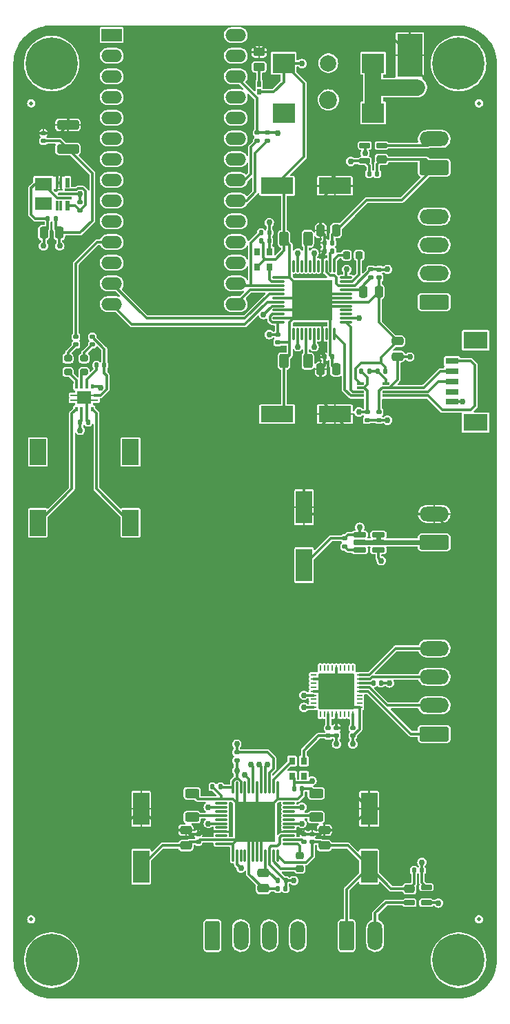
<source format=gtl>
G04 #@! TF.GenerationSoftware,KiCad,Pcbnew,7.0.11*
G04 #@! TF.CreationDate,2024-10-24T13:34:49-04:00*
G04 #@! TF.ProjectId,mouse-joystick-pcb,6d6f7573-652d-46a6-9f79-737469636b2d,1.0*
G04 #@! TF.SameCoordinates,Original*
G04 #@! TF.FileFunction,Copper,L1,Top*
G04 #@! TF.FilePolarity,Positive*
%FSLAX46Y46*%
G04 Gerber Fmt 4.6, Leading zero omitted, Abs format (unit mm)*
G04 Created by KiCad (PCBNEW 7.0.11) date 2024-10-24 13:34:49*
%MOMM*%
%LPD*%
G01*
G04 APERTURE LIST*
G04 Aperture macros list*
%AMRoundRect*
0 Rectangle with rounded corners*
0 $1 Rounding radius*
0 $2 $3 $4 $5 $6 $7 $8 $9 X,Y pos of 4 corners*
0 Add a 4 corners polygon primitive as box body*
4,1,4,$2,$3,$4,$5,$6,$7,$8,$9,$2,$3,0*
0 Add four circle primitives for the rounded corners*
1,1,$1+$1,$2,$3*
1,1,$1+$1,$4,$5*
1,1,$1+$1,$6,$7*
1,1,$1+$1,$8,$9*
0 Add four rect primitives between the rounded corners*
20,1,$1+$1,$2,$3,$4,$5,0*
20,1,$1+$1,$4,$5,$6,$7,0*
20,1,$1+$1,$6,$7,$8,$9,0*
20,1,$1+$1,$8,$9,$2,$3,0*%
G04 Aperture macros list end*
G04 #@! TA.AperFunction,SMDPad,CuDef*
%ADD10RoundRect,0.060000X0.060000X0.315000X-0.060000X0.315000X-0.060000X-0.315000X0.060000X-0.315000X0*%
G04 #@! TD*
G04 #@! TA.AperFunction,SMDPad,CuDef*
%ADD11RoundRect,0.060000X0.315000X-0.060000X0.315000X0.060000X-0.315000X0.060000X-0.315000X-0.060000X0*%
G04 #@! TD*
G04 #@! TA.AperFunction,ComponentPad*
%ADD12C,0.800000*%
G04 #@! TD*
G04 #@! TA.AperFunction,SMDPad,CuDef*
%ADD13RoundRect,0.220000X1.980000X-1.980000X1.980000X1.980000X-1.980000X1.980000X-1.980000X-1.980000X0*%
G04 #@! TD*
G04 #@! TA.AperFunction,ComponentPad*
%ADD14RoundRect,0.250000X1.550000X-0.650000X1.550000X0.650000X-1.550000X0.650000X-1.550000X-0.650000X0*%
G04 #@! TD*
G04 #@! TA.AperFunction,ComponentPad*
%ADD15O,3.600000X1.800000*%
G04 #@! TD*
G04 #@! TA.AperFunction,SMDPad,CuDef*
%ADD16RoundRect,0.250000X-0.475000X0.250000X-0.475000X-0.250000X0.475000X-0.250000X0.475000X0.250000X0*%
G04 #@! TD*
G04 #@! TA.AperFunction,SMDPad,CuDef*
%ADD17RoundRect,0.250000X-0.450000X0.262500X-0.450000X-0.262500X0.450000X-0.262500X0.450000X0.262500X0*%
G04 #@! TD*
G04 #@! TA.AperFunction,SMDPad,CuDef*
%ADD18RoundRect,0.075000X-0.075000X0.662500X-0.075000X-0.662500X0.075000X-0.662500X0.075000X0.662500X0*%
G04 #@! TD*
G04 #@! TA.AperFunction,SMDPad,CuDef*
%ADD19RoundRect,0.075000X-0.662500X0.075000X-0.662500X-0.075000X0.662500X-0.075000X0.662500X0.075000X0*%
G04 #@! TD*
G04 #@! TA.AperFunction,HeatsinkPad*
%ADD20C,0.800000*%
G04 #@! TD*
G04 #@! TA.AperFunction,HeatsinkPad*
%ADD21R,5.000000X5.000000*%
G04 #@! TD*
G04 #@! TA.AperFunction,ComponentPad*
%ADD22C,2.000000*%
G04 #@! TD*
G04 #@! TA.AperFunction,ComponentPad*
%ADD23C,2.200000*%
G04 #@! TD*
G04 #@! TA.AperFunction,SMDPad,CuDef*
%ADD24R,2.800000X2.400000*%
G04 #@! TD*
G04 #@! TA.AperFunction,SMDPad,CuDef*
%ADD25RoundRect,0.140000X-0.170000X0.140000X-0.170000X-0.140000X0.170000X-0.140000X0.170000X0.140000X0*%
G04 #@! TD*
G04 #@! TA.AperFunction,SMDPad,CuDef*
%ADD26RoundRect,0.150000X0.650000X0.150000X-0.650000X0.150000X-0.650000X-0.150000X0.650000X-0.150000X0*%
G04 #@! TD*
G04 #@! TA.AperFunction,ComponentPad*
%ADD27O,2.540000X1.524000*%
G04 #@! TD*
G04 #@! TA.AperFunction,ComponentPad*
%ADD28R,2.540000X1.524000*%
G04 #@! TD*
G04 #@! TA.AperFunction,SMDPad,CuDef*
%ADD29RoundRect,0.140000X0.140000X0.170000X-0.140000X0.170000X-0.140000X-0.170000X0.140000X-0.170000X0*%
G04 #@! TD*
G04 #@! TA.AperFunction,SMDPad,CuDef*
%ADD30RoundRect,0.135000X0.135000X0.185000X-0.135000X0.185000X-0.135000X-0.185000X0.135000X-0.185000X0*%
G04 #@! TD*
G04 #@! TA.AperFunction,SMDPad,CuDef*
%ADD31RoundRect,0.225000X0.250000X-0.225000X0.250000X0.225000X-0.250000X0.225000X-0.250000X-0.225000X0*%
G04 #@! TD*
G04 #@! TA.AperFunction,ComponentPad*
%ADD32RoundRect,0.250000X-0.650000X-1.550000X0.650000X-1.550000X0.650000X1.550000X-0.650000X1.550000X0*%
G04 #@! TD*
G04 #@! TA.AperFunction,ComponentPad*
%ADD33O,1.800000X3.600000*%
G04 #@! TD*
G04 #@! TA.AperFunction,SMDPad,CuDef*
%ADD34RoundRect,0.140000X-0.140000X-0.170000X0.140000X-0.170000X0.140000X0.170000X-0.140000X0.170000X0*%
G04 #@! TD*
G04 #@! TA.AperFunction,SMDPad,CuDef*
%ADD35RoundRect,0.135000X-0.185000X0.135000X-0.185000X-0.135000X0.185000X-0.135000X0.185000X0.135000X0*%
G04 #@! TD*
G04 #@! TA.AperFunction,SMDPad,CuDef*
%ADD36RoundRect,0.247500X-0.402500X-0.247500X0.402500X-0.247500X0.402500X0.247500X-0.402500X0.247500X0*%
G04 #@! TD*
G04 #@! TA.AperFunction,SMDPad,CuDef*
%ADD37RoundRect,0.090000X-0.560000X-0.210000X0.560000X-0.210000X0.560000X0.210000X-0.560000X0.210000X0*%
G04 #@! TD*
G04 #@! TA.AperFunction,SMDPad,CuDef*
%ADD38RoundRect,0.250000X-0.250000X-0.475000X0.250000X-0.475000X0.250000X0.475000X-0.250000X0.475000X0*%
G04 #@! TD*
G04 #@! TA.AperFunction,SMDPad,CuDef*
%ADD39RoundRect,0.250000X0.625000X-0.312500X0.625000X0.312500X-0.625000X0.312500X-0.625000X-0.312500X0*%
G04 #@! TD*
G04 #@! TA.AperFunction,SMDPad,CuDef*
%ADD40RoundRect,0.250000X0.475000X-0.250000X0.475000X0.250000X-0.475000X0.250000X-0.475000X-0.250000X0*%
G04 #@! TD*
G04 #@! TA.AperFunction,SMDPad,CuDef*
%ADD41C,0.500000*%
G04 #@! TD*
G04 #@! TA.AperFunction,SMDPad,CuDef*
%ADD42RoundRect,0.250000X0.312500X0.625000X-0.312500X0.625000X-0.312500X-0.625000X0.312500X-0.625000X0*%
G04 #@! TD*
G04 #@! TA.AperFunction,SMDPad,CuDef*
%ADD43RoundRect,0.225000X0.225000X0.250000X-0.225000X0.250000X-0.225000X-0.250000X0.225000X-0.250000X0*%
G04 #@! TD*
G04 #@! TA.AperFunction,SMDPad,CuDef*
%ADD44RoundRect,0.135000X-0.135000X-0.185000X0.135000X-0.185000X0.135000X0.185000X-0.135000X0.185000X0*%
G04 #@! TD*
G04 #@! TA.AperFunction,SMDPad,CuDef*
%ADD45R,3.098800X5.207000*%
G04 #@! TD*
G04 #@! TA.AperFunction,SMDPad,CuDef*
%ADD46R,0.990600X1.143000*%
G04 #@! TD*
G04 #@! TA.AperFunction,SMDPad,CuDef*
%ADD47RoundRect,0.140000X0.170000X-0.140000X0.170000X0.140000X-0.170000X0.140000X-0.170000X-0.140000X0*%
G04 #@! TD*
G04 #@! TA.AperFunction,SMDPad,CuDef*
%ADD48RoundRect,0.200000X-0.275000X0.200000X-0.275000X-0.200000X0.275000X-0.200000X0.275000X0.200000X0*%
G04 #@! TD*
G04 #@! TA.AperFunction,ComponentPad*
%ADD49C,6.400000*%
G04 #@! TD*
G04 #@! TA.AperFunction,SMDPad,CuDef*
%ADD50R,2.000000X4.000000*%
G04 #@! TD*
G04 #@! TA.AperFunction,SMDPad,CuDef*
%ADD51R,0.500000X0.700000*%
G04 #@! TD*
G04 #@! TA.AperFunction,SMDPad,CuDef*
%ADD52RoundRect,0.135000X0.185000X-0.135000X0.185000X0.135000X-0.185000X0.135000X-0.185000X-0.135000X0*%
G04 #@! TD*
G04 #@! TA.AperFunction,SMDPad,CuDef*
%ADD53R,4.000000X2.000000*%
G04 #@! TD*
G04 #@! TA.AperFunction,SMDPad,CuDef*
%ADD54RoundRect,0.037500X-0.387500X-0.112500X0.387500X-0.112500X0.387500X0.112500X-0.387500X0.112500X0*%
G04 #@! TD*
G04 #@! TA.AperFunction,SMDPad,CuDef*
%ADD55R,2.000000X3.200000*%
G04 #@! TD*
G04 #@! TA.AperFunction,SMDPad,CuDef*
%ADD56RoundRect,0.250000X-1.100000X0.325000X-1.100000X-0.325000X1.100000X-0.325000X1.100000X0.325000X0*%
G04 #@! TD*
G04 #@! TA.AperFunction,SMDPad,CuDef*
%ADD57R,0.475000X1.200000*%
G04 #@! TD*
G04 #@! TA.AperFunction,SMDPad,CuDef*
%ADD58R,0.349999X1.200000*%
G04 #@! TD*
G04 #@! TA.AperFunction,SMDPad,CuDef*
%ADD59R,2.150001X1.599999*%
G04 #@! TD*
G04 #@! TA.AperFunction,SMDPad,CuDef*
%ADD60R,0.900001X0.349999*%
G04 #@! TD*
G04 #@! TA.AperFunction,SMDPad,CuDef*
%ADD61RoundRect,0.100000X-0.900000X0.100000X-0.900000X-0.100000X0.900000X-0.100000X0.900000X0.100000X0*%
G04 #@! TD*
G04 #@! TA.AperFunction,SMDPad,CuDef*
%ADD62R,0.800000X0.900000*%
G04 #@! TD*
G04 #@! TA.AperFunction,SMDPad,CuDef*
%ADD63R,0.310000X0.600000*%
G04 #@! TD*
G04 #@! TA.AperFunction,SMDPad,CuDef*
%ADD64R,0.825000X0.230000*%
G04 #@! TD*
G04 #@! TA.AperFunction,ComponentPad*
%ADD65C,0.700000*%
G04 #@! TD*
G04 #@! TA.AperFunction,SMDPad,CuDef*
%ADD66R,1.750000X1.500000*%
G04 #@! TD*
G04 #@! TA.AperFunction,SMDPad,CuDef*
%ADD67RoundRect,0.247500X0.402500X0.247500X-0.402500X0.247500X-0.402500X-0.247500X0.402500X-0.247500X0*%
G04 #@! TD*
G04 #@! TA.AperFunction,SMDPad,CuDef*
%ADD68RoundRect,0.090000X0.560000X0.210000X-0.560000X0.210000X-0.560000X-0.210000X0.560000X-0.210000X0*%
G04 #@! TD*
G04 #@! TA.AperFunction,SMDPad,CuDef*
%ADD69RoundRect,0.075000X-0.662500X-0.075000X0.662500X-0.075000X0.662500X0.075000X-0.662500X0.075000X0*%
G04 #@! TD*
G04 #@! TA.AperFunction,SMDPad,CuDef*
%ADD70RoundRect,0.075000X-0.075000X-0.662500X0.075000X-0.662500X0.075000X0.662500X-0.075000X0.662500X0*%
G04 #@! TD*
G04 #@! TA.AperFunction,SMDPad,CuDef*
%ADD71R,3.000000X2.100000*%
G04 #@! TD*
G04 #@! TA.AperFunction,SMDPad,CuDef*
%ADD72R,1.600000X0.800000*%
G04 #@! TD*
G04 #@! TA.AperFunction,ViaPad*
%ADD73C,0.750000*%
G04 #@! TD*
G04 #@! TA.AperFunction,Conductor*
%ADD74C,0.300000*%
G04 #@! TD*
G04 #@! TA.AperFunction,Conductor*
%ADD75C,2.000000*%
G04 #@! TD*
G04 #@! TA.AperFunction,Conductor*
%ADD76C,0.600000*%
G04 #@! TD*
G04 APERTURE END LIST*
D10*
X110400000Y-126425000D03*
X110900000Y-126425000D03*
X111400000Y-126425000D03*
X111900000Y-126425000D03*
X112400000Y-126425000D03*
X112900000Y-126425000D03*
X113400000Y-126425000D03*
X113900000Y-126425000D03*
X114400000Y-126425000D03*
D11*
X115225000Y-125600000D03*
X115225000Y-125100000D03*
X115225000Y-124600000D03*
X115225000Y-124100000D03*
X115225000Y-123600000D03*
X115225000Y-123100000D03*
X115225000Y-122600000D03*
X115225000Y-122100000D03*
X115225000Y-121600000D03*
D10*
X114400000Y-120775000D03*
X113900000Y-120775000D03*
X113400000Y-120775000D03*
X112900000Y-120775000D03*
X112400000Y-120775000D03*
X111900000Y-120775000D03*
X111400000Y-120775000D03*
X110900000Y-120775000D03*
X110400000Y-120775000D03*
D11*
X109575000Y-121600000D03*
X109575000Y-122100000D03*
X109575000Y-122600000D03*
X109575000Y-123100000D03*
X109575000Y-123600000D03*
X109575000Y-124100000D03*
X109575000Y-124600000D03*
X109575000Y-125100000D03*
X109575000Y-125600000D03*
D12*
X111900000Y-125100000D03*
X112900000Y-125100000D03*
X110900000Y-124100000D03*
X111900000Y-124100000D03*
X112900000Y-124100000D03*
X113900000Y-124100000D03*
D13*
X112400000Y-123600000D03*
D12*
X110900000Y-123100000D03*
X111900000Y-123100000D03*
X112900000Y-123100000D03*
X113900000Y-123100000D03*
X111900000Y-121850000D03*
X112900000Y-121850000D03*
D14*
X124400000Y-75850000D03*
D15*
X124400000Y-72350000D03*
X124400000Y-68850000D03*
X124400000Y-65350000D03*
D16*
X103400000Y-145900000D03*
X103400000Y-147800000D03*
D17*
X102900000Y-45187500D03*
X102900000Y-47012500D03*
D18*
X105150000Y-135437500D03*
X104650000Y-135437500D03*
X104150000Y-135437500D03*
X103650000Y-135437500D03*
X103150000Y-135437500D03*
X102650000Y-135437500D03*
X102150000Y-135437500D03*
X101650000Y-135437500D03*
X101150000Y-135437500D03*
X100650000Y-135437500D03*
X100150000Y-135437500D03*
X99650000Y-135437500D03*
D19*
X98237500Y-136850000D03*
X98237500Y-137350000D03*
X98237500Y-137850000D03*
X98237500Y-138350000D03*
X98237500Y-138850000D03*
X98237500Y-139350000D03*
X98237500Y-139850000D03*
X98237500Y-140350000D03*
X98237500Y-140850000D03*
X98237500Y-141350000D03*
X98237500Y-141850000D03*
X98237500Y-142350000D03*
D18*
X99650000Y-143762500D03*
X100150000Y-143762500D03*
X100650000Y-143762500D03*
X101150000Y-143762500D03*
X101650000Y-143762500D03*
X102150000Y-143762500D03*
X102650000Y-143762500D03*
X103150000Y-143762500D03*
X103650000Y-143762500D03*
X104150000Y-143762500D03*
X104650000Y-143762500D03*
X105150000Y-143762500D03*
D19*
X106562500Y-142350000D03*
X106562500Y-141850000D03*
X106562500Y-141350000D03*
X106562500Y-140850000D03*
X106562500Y-140350000D03*
X106562500Y-139850000D03*
X106562500Y-139350000D03*
X106562500Y-138850000D03*
X106562500Y-138350000D03*
X106562500Y-137850000D03*
X106562500Y-137350000D03*
X106562500Y-136850000D03*
D20*
X104400000Y-137600000D03*
X103400000Y-137600000D03*
X102400000Y-137600000D03*
X101400000Y-137600000D03*
X100400000Y-137600000D03*
X104400000Y-138600000D03*
X103400000Y-138600000D03*
X102400000Y-138600000D03*
X101400000Y-138600000D03*
X100400000Y-138600000D03*
X104400000Y-139600000D03*
X103400000Y-139600000D03*
X102400000Y-139600000D03*
D21*
X102400000Y-139600000D03*
D20*
X101400000Y-139600000D03*
X100400000Y-139600000D03*
X104400000Y-140600000D03*
X103400000Y-140600000D03*
X102400000Y-140600000D03*
X101400000Y-140600000D03*
X100400000Y-140600000D03*
X104400000Y-141600000D03*
X103400000Y-141600000D03*
X102400000Y-141600000D03*
X101400000Y-141600000D03*
X100400000Y-141600000D03*
D22*
X111400000Y-46550000D03*
D23*
X111400000Y-51050000D03*
D24*
X116900000Y-46550000D03*
X116900000Y-52650000D03*
X105900000Y-46550000D03*
X105900000Y-52650000D03*
D14*
X124400000Y-105350000D03*
D15*
X124400000Y-101850000D03*
D25*
X112400000Y-128120000D03*
X112400000Y-129080000D03*
D26*
X117550000Y-106300000D03*
X117550000Y-105350000D03*
X117550000Y-104400000D03*
X115250000Y-104400000D03*
X115250000Y-105350000D03*
X115250000Y-106300000D03*
D27*
X100020000Y-45630000D03*
X84780000Y-45630000D03*
X84780000Y-48170000D03*
X84780000Y-50710000D03*
X84780000Y-53250000D03*
X100020000Y-48170000D03*
X84780000Y-55790000D03*
X84780000Y-58330000D03*
X84780000Y-60870000D03*
X84780000Y-63410000D03*
X84780000Y-65950000D03*
X84780000Y-68490000D03*
X84780000Y-71030000D03*
X84780000Y-73570000D03*
X84780000Y-76110000D03*
X100020000Y-76110000D03*
X100020000Y-73570000D03*
X100020000Y-71030000D03*
X100020000Y-68490000D03*
X100020000Y-65950000D03*
X100020000Y-63410000D03*
X100020000Y-60870000D03*
X100020000Y-58330000D03*
X100020000Y-55790000D03*
X100020000Y-53250000D03*
X100020000Y-50710000D03*
D28*
X84780000Y-43090000D03*
D27*
X100020000Y-43090000D03*
D25*
X109400000Y-141120000D03*
X109400000Y-142080000D03*
D29*
X104130000Y-68350000D03*
X103170000Y-68350000D03*
D30*
X106160000Y-146850000D03*
X105140000Y-146850000D03*
D25*
X108400000Y-141120000D03*
X108400000Y-142080000D03*
X117650000Y-71870000D03*
X117650000Y-72830000D03*
D31*
X107900000Y-145375000D03*
X107900000Y-143825000D03*
D32*
X97150000Y-153600000D03*
D33*
X100650000Y-153600000D03*
X104150000Y-153600000D03*
X107650000Y-153600000D03*
D34*
X116420000Y-60100000D03*
X117380000Y-60100000D03*
D35*
X103900000Y-55090000D03*
X103900000Y-56110000D03*
D36*
X121375000Y-147835000D03*
D37*
X121375000Y-149560000D03*
X123425000Y-149560000D03*
X123425000Y-147640000D03*
D38*
X115700000Y-74600000D03*
X117600000Y-74600000D03*
X110450000Y-67100000D03*
X112350000Y-67100000D03*
D39*
X94650000Y-139062500D03*
X94650000Y-136137500D03*
D40*
X119900000Y-82550000D03*
X119900000Y-80650000D03*
D41*
X129900000Y-51465000D03*
D29*
X83880000Y-83600000D03*
X82920000Y-83600000D03*
D25*
X95400000Y-141120000D03*
X95400000Y-142080000D03*
D42*
X108862500Y-83100000D03*
X105937500Y-83100000D03*
D43*
X115175000Y-70100000D03*
X113625000Y-70100000D03*
D14*
X124400000Y-128850000D03*
D15*
X124400000Y-125350000D03*
X124400000Y-121850000D03*
X124400000Y-118350000D03*
D29*
X106130000Y-147850000D03*
X105170000Y-147850000D03*
D44*
X115390000Y-84350000D03*
X116410000Y-84350000D03*
D45*
X121400000Y-45545900D03*
D46*
X120479999Y-49533700D03*
X122320001Y-49533700D03*
D47*
X80900000Y-64580000D03*
X80900000Y-63620000D03*
D38*
X110450000Y-84100000D03*
X112350000Y-84100000D03*
D48*
X79400000Y-82775000D03*
X79400000Y-84425000D03*
D49*
X77400000Y-46600000D03*
D25*
X82400000Y-80120000D03*
X82400000Y-81080000D03*
D50*
X108400000Y-101050000D03*
X108400000Y-108150000D03*
D51*
X102900000Y-50050000D03*
X102900000Y-49150000D03*
D50*
X116400000Y-138050000D03*
X116400000Y-145150000D03*
D34*
X110920000Y-69600000D03*
X111880000Y-69600000D03*
D25*
X105150000Y-79870000D03*
X105150000Y-80830000D03*
X116150000Y-89370000D03*
X116150000Y-90330000D03*
D52*
X113400000Y-105860000D03*
X113400000Y-104840000D03*
D32*
X113650000Y-153600000D03*
D33*
X117150000Y-153600000D03*
D50*
X88400000Y-138050000D03*
X88400000Y-145150000D03*
D14*
X124400000Y-59350000D03*
D15*
X124400000Y-55850000D03*
D35*
X102650000Y-55090000D03*
X102650000Y-56110000D03*
D53*
X112200000Y-61600000D03*
X105100000Y-61600000D03*
D54*
X115350000Y-85850000D03*
X115350000Y-86350000D03*
X115350000Y-86850000D03*
X115350000Y-87350000D03*
X118450000Y-87350000D03*
X118450000Y-86850000D03*
X118450000Y-86350000D03*
X118450000Y-85850000D03*
D35*
X116650000Y-71840000D03*
X116650000Y-72860000D03*
D29*
X122880000Y-145600000D03*
X121920000Y-145600000D03*
D41*
X129900000Y-151600000D03*
D55*
X75700000Y-102950000D03*
X87100000Y-102950000D03*
X87100000Y-94250000D03*
X75700000Y-94250000D03*
D56*
X79400000Y-54125000D03*
X79400000Y-57075000D03*
D16*
X110900000Y-140650000D03*
X110900000Y-142550000D03*
D53*
X112200000Y-89600000D03*
X105100000Y-89600000D03*
D57*
X79362000Y-61200000D03*
D58*
X78550000Y-61200000D03*
X78050001Y-61200000D03*
D59*
X76399999Y-61400000D03*
X76399999Y-63800000D03*
D58*
X78050001Y-64000000D03*
X78550000Y-64000000D03*
D57*
X79362000Y-64000000D03*
D60*
X79449998Y-63099999D03*
D61*
X79150000Y-62600000D03*
D60*
X79449998Y-62100001D03*
D25*
X80400000Y-80120000D03*
X80400000Y-81080000D03*
D62*
X108375000Y-134025000D03*
X108375000Y-132175000D03*
X106925000Y-132175000D03*
X106925000Y-134025000D03*
D49*
X77400000Y-156600000D03*
D34*
X76920000Y-65600000D03*
X77880000Y-65600000D03*
D39*
X109900000Y-139062500D03*
X109900000Y-136137500D03*
D25*
X76400000Y-55120000D03*
X76400000Y-56080000D03*
D41*
X74900000Y-151600000D03*
D25*
X111400000Y-128120000D03*
X111400000Y-129080000D03*
D34*
X117420000Y-84350000D03*
X118380000Y-84350000D03*
D62*
X102675000Y-69675000D03*
X102675000Y-71525000D03*
X104125000Y-71525000D03*
X104125000Y-69675000D03*
D42*
X108862500Y-68100000D03*
X105937500Y-68100000D03*
D49*
X127400000Y-46600000D03*
D52*
X100150000Y-132110000D03*
X100150000Y-131090000D03*
D25*
X117650000Y-89370000D03*
X117650000Y-90330000D03*
D16*
X93900000Y-140650000D03*
X93900000Y-142550000D03*
D34*
X80920000Y-90600000D03*
X81880000Y-90600000D03*
X110920000Y-82600000D03*
X111880000Y-82600000D03*
X107170000Y-135600000D03*
X108130000Y-135600000D03*
D63*
X82375000Y-86200000D03*
X81725000Y-86200000D03*
X81075000Y-86200000D03*
X80425000Y-86200000D03*
X80425000Y-89000000D03*
X81075000Y-89000000D03*
X81725000Y-89000000D03*
X82375000Y-89000000D03*
D64*
X82687500Y-87275000D03*
X80112500Y-87275000D03*
D65*
X81793700Y-87600000D03*
D66*
X81400000Y-87600000D03*
D65*
X81006300Y-87600000D03*
D64*
X82687500Y-87925000D03*
X80112500Y-87925000D03*
D38*
X76450000Y-67350000D03*
X78350000Y-67350000D03*
D67*
X117925000Y-58365000D03*
D68*
X117925000Y-56640000D03*
X115875000Y-56640000D03*
X115875000Y-58560000D03*
D29*
X98130000Y-135350000D03*
X97170000Y-135350000D03*
D48*
X81400000Y-82775000D03*
X81400000Y-84425000D03*
D25*
X114400000Y-128120000D03*
X114400000Y-129080000D03*
D49*
X127400000Y-156600000D03*
D34*
X110920000Y-68600000D03*
X111880000Y-68600000D03*
D30*
X104160000Y-67350000D03*
X103140000Y-67350000D03*
D34*
X116920000Y-122600000D03*
X117880000Y-122600000D03*
D69*
X105237500Y-72850000D03*
X105237500Y-73350000D03*
X105237500Y-73850000D03*
X105237500Y-74350000D03*
X105237500Y-74850000D03*
X105237500Y-75350000D03*
X105237500Y-75850000D03*
X105237500Y-76350000D03*
X105237500Y-76850000D03*
X105237500Y-77350000D03*
X105237500Y-77850000D03*
X105237500Y-78350000D03*
D70*
X106650000Y-79762500D03*
X107150000Y-79762500D03*
X107650000Y-79762500D03*
X108150000Y-79762500D03*
X108650000Y-79762500D03*
X109150000Y-79762500D03*
X109650000Y-79762500D03*
X110150000Y-79762500D03*
X110650000Y-79762500D03*
X111150000Y-79762500D03*
X111650000Y-79762500D03*
X112150000Y-79762500D03*
D69*
X113562500Y-78350000D03*
X113562500Y-77850000D03*
X113562500Y-77350000D03*
X113562500Y-76850000D03*
X113562500Y-76350000D03*
X113562500Y-75850000D03*
X113562500Y-75350000D03*
X113562500Y-74850000D03*
X113562500Y-74350000D03*
X113562500Y-73850000D03*
X113562500Y-73350000D03*
X113562500Y-72850000D03*
D70*
X112150000Y-71437500D03*
X111650000Y-71437500D03*
X111150000Y-71437500D03*
X110650000Y-71437500D03*
X110150000Y-71437500D03*
X109650000Y-71437500D03*
X109150000Y-71437500D03*
X108650000Y-71437500D03*
X108150000Y-71437500D03*
X107650000Y-71437500D03*
X107150000Y-71437500D03*
X106650000Y-71437500D03*
D20*
X107400000Y-73600000D03*
X107400000Y-74600000D03*
X107400000Y-75600000D03*
X107400000Y-76600000D03*
X107400000Y-77600000D03*
X108400000Y-73600000D03*
X108400000Y-74600000D03*
X108400000Y-75600000D03*
X108400000Y-76600000D03*
X108400000Y-77600000D03*
X109400000Y-73600000D03*
X109400000Y-74600000D03*
X109400000Y-75600000D03*
D21*
X109400000Y-75600000D03*
D20*
X109400000Y-76600000D03*
X109400000Y-77600000D03*
X110400000Y-73600000D03*
X110400000Y-74600000D03*
X110400000Y-75600000D03*
X110400000Y-76600000D03*
X110400000Y-77600000D03*
X111400000Y-73600000D03*
X111400000Y-74600000D03*
X111400000Y-75600000D03*
X111400000Y-76600000D03*
X111400000Y-77600000D03*
D41*
X74900000Y-51465000D03*
D71*
X129500000Y-90650000D03*
X129500000Y-80550000D03*
D72*
X126600000Y-88100000D03*
X126600000Y-86850000D03*
X126600000Y-85600000D03*
X126600000Y-84350000D03*
X126600000Y-83100000D03*
D73*
X118650000Y-90350000D03*
X112400000Y-130100000D03*
X115250000Y-103500000D03*
X78400000Y-68970000D03*
X113650000Y-71850000D03*
X108150000Y-46600000D03*
X127900000Y-88100000D03*
X118900000Y-122600000D03*
X114400000Y-130100000D03*
X80900000Y-62600000D03*
X108400000Y-124100000D03*
X108400000Y-125600000D03*
X102900000Y-132600000D03*
X101900000Y-132600000D03*
X103900000Y-132600000D03*
X100650000Y-145350000D03*
X100150000Y-130100000D03*
X115150000Y-77850000D03*
X117900000Y-107600000D03*
X104150000Y-66100000D03*
X105150000Y-55100000D03*
X104150000Y-79850000D03*
X114150000Y-58600000D03*
X122900000Y-144600000D03*
X100150000Y-133350000D03*
X115150000Y-89350000D03*
X109400000Y-134600000D03*
X76400000Y-68970000D03*
X107150000Y-146850000D03*
X83400000Y-86350000D03*
X118650000Y-71850000D03*
X121400000Y-82600000D03*
X80900000Y-91600000D03*
X109650000Y-81350000D03*
X107650000Y-81350000D03*
X109650000Y-69850000D03*
X107650000Y-69850000D03*
X96650000Y-139850000D03*
X96650000Y-137850000D03*
X108150000Y-139850000D03*
X108150000Y-137850000D03*
X103432690Y-77382690D03*
X115900000Y-57600000D03*
X101150000Y-133850000D03*
X124900000Y-149600000D03*
D74*
X103600000Y-70600000D02*
X103400000Y-70400000D01*
X105937500Y-83100000D02*
X105937500Y-88762500D01*
X81725000Y-89000000D02*
X81725000Y-90445000D01*
X78350000Y-67350000D02*
X80900000Y-67350000D01*
X102650000Y-139350000D02*
X102400000Y-139600000D01*
X105937500Y-88762500D02*
X105100000Y-89600000D01*
X106650000Y-71437500D02*
X106650000Y-72850000D01*
X117600000Y-74600000D02*
X117600000Y-78350000D01*
X106562500Y-136850000D02*
X107650000Y-136850000D01*
X110430000Y-142080000D02*
X110900000Y-142550000D01*
X113562500Y-75350000D02*
X109650000Y-75350000D01*
X107150000Y-77850000D02*
X109400000Y-75600000D01*
X117650000Y-74550000D02*
X117600000Y-74600000D01*
X76400000Y-56080000D02*
X78405000Y-56080000D01*
X82687500Y-87275000D02*
X83400000Y-87275000D01*
X111650000Y-77850000D02*
X109400000Y-75600000D01*
X121375000Y-147835000D02*
X119085000Y-147835000D01*
X108650000Y-144600000D02*
X109400000Y-143850000D01*
X102150000Y-139850000D02*
X102400000Y-139600000D01*
X102150000Y-143762500D02*
X102150000Y-139850000D01*
X98237500Y-136850000D02*
X98237500Y-136417500D01*
X95630000Y-141850000D02*
X95400000Y-142080000D01*
X83400000Y-87275000D02*
X84150000Y-86525000D01*
X82400000Y-60075000D02*
X79400000Y-57075000D01*
X108150000Y-76850000D02*
X109400000Y-75600000D01*
X111650000Y-82370000D02*
X111880000Y-82600000D01*
X106650000Y-79762500D02*
X106650000Y-78350000D01*
X105150000Y-136850000D02*
X102400000Y-139600000D01*
X105900000Y-46550000D02*
X108400000Y-49050000D01*
X121920000Y-145600000D02*
X121920000Y-147290000D01*
X102650000Y-143762500D02*
X102650000Y-139850000D01*
X105237500Y-75350000D02*
X109150000Y-75350000D01*
X117900000Y-83350000D02*
X117900000Y-82650000D01*
X111880000Y-83630000D02*
X112350000Y-84100000D01*
X113562500Y-72850000D02*
X113562500Y-71937500D01*
X103150000Y-143762500D02*
X103150000Y-140350000D01*
X105900000Y-46550000D02*
X108100000Y-46550000D01*
X83880000Y-84580000D02*
X83880000Y-83600000D01*
X108130000Y-136370000D02*
X108130000Y-135600000D01*
X84150000Y-86525000D02*
X84150000Y-84850000D01*
X95400000Y-142080000D02*
X94370000Y-142080000D01*
X113650000Y-153600000D02*
X113650000Y-147900000D01*
X81725000Y-90445000D02*
X81880000Y-90600000D01*
X113400000Y-104840000D02*
X111710000Y-104840000D01*
X104700000Y-50050000D02*
X105900000Y-48850000D01*
X105987500Y-144600000D02*
X108650000Y-144600000D01*
X111650000Y-79762500D02*
X111650000Y-82370000D01*
X109362500Y-135600000D02*
X109900000Y-136137500D01*
X107650000Y-136850000D02*
X108130000Y-136370000D01*
X115225000Y-125600000D02*
X115225000Y-128255000D01*
X109575000Y-122100000D02*
X110900000Y-122100000D01*
X106650000Y-79762500D02*
X106650000Y-80850000D01*
X94370000Y-142080000D02*
X93900000Y-142550000D01*
X109650000Y-75850000D02*
X109400000Y-75600000D01*
X121920000Y-147290000D02*
X121375000Y-147835000D01*
X83880000Y-83600000D02*
X83880000Y-81600000D01*
X114750000Y-84000000D02*
X115400000Y-83350000D01*
X105937500Y-62437500D02*
X105100000Y-61600000D01*
X82400000Y-65850000D02*
X82400000Y-60075000D01*
X112400000Y-129080000D02*
X112400000Y-130100000D01*
X110900000Y-122100000D02*
X112400000Y-123600000D01*
X115400000Y-83350000D02*
X117900000Y-83350000D01*
X118630000Y-90330000D02*
X118650000Y-90350000D01*
X101650000Y-140350000D02*
X102400000Y-139600000D01*
X106650000Y-82387500D02*
X105937500Y-83100000D01*
X80900000Y-67350000D02*
X82400000Y-65850000D01*
X106630000Y-80830000D02*
X106650000Y-80850000D01*
X109150000Y-75350000D02*
X109400000Y-75600000D01*
X106650000Y-72850000D02*
X109400000Y-75600000D01*
X103400000Y-70400000D02*
X103400000Y-68580000D01*
X103150000Y-140350000D02*
X102400000Y-139600000D01*
X100150000Y-137350000D02*
X102400000Y-139600000D01*
X109650000Y-75350000D02*
X109400000Y-75600000D01*
X116150000Y-90330000D02*
X117650000Y-90330000D01*
X102675000Y-71525000D02*
X103600000Y-70600000D01*
X101150000Y-135437500D02*
X101150000Y-138350000D01*
X105237500Y-72850000D02*
X106650000Y-72850000D01*
X117650000Y-90330000D02*
X118630000Y-90330000D01*
X99650000Y-136850000D02*
X102400000Y-139600000D01*
X110150000Y-74850000D02*
X109400000Y-75600000D01*
X105900000Y-48850000D02*
X105900000Y-46550000D01*
X106562500Y-136850000D02*
X105150000Y-136850000D01*
X116350000Y-75850000D02*
X117600000Y-74600000D01*
X108100000Y-46550000D02*
X108150000Y-46600000D01*
X77880000Y-66880000D02*
X78350000Y-67350000D01*
X99650000Y-142350000D02*
X102400000Y-139600000D01*
X81725000Y-89000000D02*
X81725000Y-87925000D01*
X110900000Y-142550000D02*
X113800000Y-142550000D01*
X118380000Y-83830000D02*
X118380000Y-84350000D01*
X102650000Y-139850000D02*
X102400000Y-139600000D01*
X78350000Y-67350000D02*
X78350000Y-68920000D01*
X108400000Y-49050000D02*
X108400000Y-58050000D01*
X103450000Y-147850000D02*
X103400000Y-147800000D01*
X117880000Y-122600000D02*
X118900000Y-122600000D01*
X106650000Y-68812500D02*
X105937500Y-68100000D01*
X98237500Y-136417500D02*
X97170000Y-135350000D01*
X98237500Y-141850000D02*
X100150000Y-141850000D01*
X113562500Y-71937500D02*
X113650000Y-71850000D01*
X111880000Y-82600000D02*
X111880000Y-83630000D01*
X126600000Y-88100000D02*
X127900000Y-88100000D01*
X100150000Y-141850000D02*
X102400000Y-139600000D01*
X104900000Y-70600000D02*
X105937500Y-69562500D01*
X111400000Y-129080000D02*
X112400000Y-129080000D01*
X108375000Y-130875000D02*
X110170000Y-129080000D01*
X108400000Y-58050000D02*
X105100000Y-61350000D01*
X105150000Y-143762500D02*
X105987500Y-144600000D01*
X78405000Y-56080000D02*
X79400000Y-57075000D01*
X100150000Y-135437500D02*
X100150000Y-137350000D01*
X78350000Y-68920000D02*
X78400000Y-68970000D01*
X105937500Y-68100000D02*
X105937500Y-62437500D01*
X117650000Y-72830000D02*
X117650000Y-74550000D01*
X101150000Y-138350000D02*
X102400000Y-139600000D01*
X103600000Y-70600000D02*
X104900000Y-70600000D01*
X110170000Y-129080000D02*
X111400000Y-129080000D01*
X93900000Y-142550000D02*
X91000000Y-142550000D01*
X111880000Y-68600000D02*
X111880000Y-67570000D01*
X113800000Y-142550000D02*
X116400000Y-145150000D01*
X105237500Y-77850000D02*
X107150000Y-77850000D01*
X98237500Y-136850000D02*
X95362500Y-136850000D01*
X83880000Y-81600000D02*
X82400000Y-80120000D01*
X101650000Y-143762500D02*
X101650000Y-140350000D01*
X115250000Y-103500000D02*
X115250000Y-104400000D01*
X112350000Y-67100000D02*
X116100000Y-63350000D01*
X103400000Y-68580000D02*
X103170000Y-68350000D01*
X117900000Y-83350000D02*
X118380000Y-83830000D01*
X113562500Y-74850000D02*
X110150000Y-74850000D01*
X109575000Y-123600000D02*
X112400000Y-123600000D01*
X117925000Y-58365000D02*
X123415000Y-58365000D01*
X105237500Y-76850000D02*
X108150000Y-76850000D01*
X109400000Y-143850000D02*
X109400000Y-142080000D01*
X106650000Y-71437500D02*
X106650000Y-68812500D01*
X113562500Y-75850000D02*
X116350000Y-75850000D01*
X98237500Y-141850000D02*
X95630000Y-141850000D01*
X123415000Y-58365000D02*
X124400000Y-59350000D01*
X113650000Y-147900000D02*
X116400000Y-145150000D01*
X112400000Y-120775000D02*
X112400000Y-123600000D01*
X115350000Y-85850000D02*
X114750000Y-85250000D01*
X110150000Y-76350000D02*
X109400000Y-75600000D01*
X84150000Y-84850000D02*
X83880000Y-84580000D01*
X101650000Y-146050000D02*
X103400000Y-147800000D01*
X111650000Y-79762500D02*
X111650000Y-77850000D01*
X101650000Y-143762500D02*
X101650000Y-146050000D01*
X113840000Y-104400000D02*
X113400000Y-104840000D01*
X98237500Y-142350000D02*
X99650000Y-142350000D01*
X102650000Y-135437500D02*
X102650000Y-139350000D01*
X105937500Y-69562500D02*
X105937500Y-68100000D01*
X109400000Y-142080000D02*
X110430000Y-142080000D01*
X117380000Y-60100000D02*
X117380000Y-58910000D01*
X113562500Y-76350000D02*
X110150000Y-76350000D01*
X111710000Y-104840000D02*
X108400000Y-108150000D01*
X108375000Y-132175000D02*
X108375000Y-130875000D01*
X106650000Y-78350000D02*
X109400000Y-75600000D01*
X79150000Y-62600000D02*
X80900000Y-62600000D01*
X115225000Y-125600000D02*
X114400000Y-125600000D01*
X119085000Y-147835000D02*
X116400000Y-145150000D01*
X113562500Y-75850000D02*
X109650000Y-75850000D01*
X99650000Y-143762500D02*
X99650000Y-142350000D01*
X115250000Y-104400000D02*
X113840000Y-104400000D01*
X91000000Y-142550000D02*
X88400000Y-145150000D01*
X117600000Y-78350000D02*
X119900000Y-80650000D01*
X105150000Y-135437500D02*
X105150000Y-136850000D01*
X102900000Y-50050000D02*
X104700000Y-50050000D01*
X95362500Y-136850000D02*
X94650000Y-136137500D01*
X111880000Y-67570000D02*
X112350000Y-67100000D01*
X114750000Y-85250000D02*
X114750000Y-84000000D01*
X117380000Y-58910000D02*
X117925000Y-58365000D01*
X108130000Y-135600000D02*
X109362500Y-135600000D01*
X106650000Y-80850000D02*
X106650000Y-82387500D01*
X105150000Y-80830000D02*
X106630000Y-80830000D01*
X80900000Y-63620000D02*
X80900000Y-62600000D01*
X120400000Y-63350000D02*
X124400000Y-59350000D01*
X116100000Y-63350000D02*
X120400000Y-63350000D01*
X105170000Y-147850000D02*
X103450000Y-147850000D01*
X114400000Y-129080000D02*
X114400000Y-130100000D01*
X114400000Y-125600000D02*
X112400000Y-123600000D01*
X105100000Y-61350000D02*
X105100000Y-61600000D01*
X98237500Y-136850000D02*
X99650000Y-136850000D01*
X117900000Y-82650000D02*
X119900000Y-80650000D01*
X77880000Y-65600000D02*
X77880000Y-66880000D01*
X81725000Y-87925000D02*
X81400000Y-87600000D01*
X115225000Y-128255000D02*
X114400000Y-129080000D01*
X101340000Y-63410000D02*
X100020000Y-63410000D01*
X103900000Y-56110000D02*
X102400000Y-57610000D01*
X102400000Y-62350000D02*
X101340000Y-63410000D01*
X102400000Y-57610000D02*
X102400000Y-62350000D01*
X109575000Y-124100000D02*
X108400000Y-124100000D01*
X101130000Y-60870000D02*
X101900000Y-60100000D01*
X109575000Y-125600000D02*
X108400000Y-125600000D01*
X101900000Y-56860000D02*
X102650000Y-56110000D01*
X101900000Y-60100000D02*
X101900000Y-56860000D01*
X100020000Y-60870000D02*
X101130000Y-60870000D01*
X102900000Y-132600000D02*
X103150000Y-132850000D01*
X89060000Y-77850000D02*
X84780000Y-73570000D01*
X103150000Y-132850000D02*
X103150000Y-135437500D01*
X101150000Y-77850000D02*
X89060000Y-77850000D01*
X104150000Y-74850000D02*
X101150000Y-77850000D01*
X105237500Y-74850000D02*
X104150000Y-74850000D01*
X101150000Y-78600000D02*
X103900000Y-75850000D01*
X101900000Y-132600000D02*
X102150000Y-132850000D01*
X102150000Y-132850000D02*
X102150000Y-135437500D01*
X87270000Y-78600000D02*
X101150000Y-78600000D01*
X84780000Y-76110000D02*
X87270000Y-78600000D01*
X103900000Y-75850000D02*
X105237500Y-75850000D01*
X101780000Y-74350000D02*
X100020000Y-76110000D01*
X103900000Y-132600000D02*
X103650000Y-132850000D01*
X105237500Y-74350000D02*
X101780000Y-74350000D01*
X103650000Y-132850000D02*
X103650000Y-135437500D01*
X100150000Y-143762500D02*
X100150000Y-144850000D01*
X100150000Y-144850000D02*
X100650000Y-145350000D01*
X100150000Y-131090000D02*
X103890000Y-131090000D01*
X104150000Y-133600000D02*
X104150000Y-135437500D01*
X103890000Y-131090000D02*
X104650000Y-131850000D01*
X100150000Y-131090000D02*
X100150000Y-130100000D01*
X104650000Y-131850000D02*
X104650000Y-133100000D01*
X104650000Y-133100000D02*
X104150000Y-133600000D01*
X100300000Y-73850000D02*
X100020000Y-73570000D01*
X105237500Y-73850000D02*
X101900000Y-73850000D01*
X103140000Y-67350000D02*
X101900000Y-68590000D01*
X101900000Y-68590000D02*
X101900000Y-73850000D01*
X101900000Y-73850000D02*
X100300000Y-73850000D01*
X113562500Y-77850000D02*
X115150000Y-77850000D01*
X117550000Y-107250000D02*
X117900000Y-107600000D01*
X117550000Y-106300000D02*
X117550000Y-107250000D01*
X80400000Y-71100000D02*
X83010000Y-68490000D01*
X80400000Y-80120000D02*
X80400000Y-71100000D01*
X83010000Y-68490000D02*
X84780000Y-68490000D01*
X104170000Y-79870000D02*
X104150000Y-79850000D01*
X99650000Y-134700001D02*
X99925001Y-134425000D01*
X116150000Y-85110000D02*
X115390000Y-84350000D01*
X116420000Y-59105000D02*
X115875000Y-58560000D01*
X100020000Y-48220000D02*
X100020000Y-48170000D01*
X102650000Y-55090000D02*
X102650000Y-50850000D01*
X99925001Y-134425000D02*
X100150000Y-134425000D01*
X105150000Y-79870000D02*
X104170000Y-79870000D01*
X104160000Y-67350000D02*
X104160000Y-66110000D01*
X104160000Y-66110000D02*
X104150000Y-66100000D01*
X100650000Y-134700001D02*
X100650000Y-135437500D01*
X116150000Y-85992980D02*
X116150000Y-85110000D01*
X115170000Y-89370000D02*
X115150000Y-89350000D01*
X103900000Y-55090000D02*
X102650000Y-55090000D01*
X103900000Y-55090000D02*
X105140000Y-55090000D01*
X116420000Y-60100000D02*
X116420000Y-59105000D01*
X105237500Y-77350000D02*
X104500001Y-77350000D01*
X104130000Y-68350000D02*
X104130000Y-67380000D01*
X107170000Y-135600000D02*
X107170000Y-134270000D01*
X100374999Y-134425000D02*
X100650000Y-134700001D01*
X122880000Y-145600000D02*
X122880000Y-144620000D01*
X115792980Y-86350000D02*
X116150000Y-86707020D01*
X114190000Y-58560000D02*
X114150000Y-58600000D01*
X116150000Y-86707020D02*
X116150000Y-89370000D01*
X122880000Y-147095000D02*
X123425000Y-147640000D01*
X122880000Y-145600000D02*
X122880000Y-147095000D01*
X104225000Y-77625001D02*
X104225000Y-77850000D01*
X116150000Y-89370000D02*
X115170000Y-89370000D01*
X102650000Y-50850000D02*
X100020000Y-48220000D01*
X104125000Y-69675000D02*
X104125000Y-68355000D01*
X104500001Y-78350000D02*
X105237500Y-78350000D01*
X109150000Y-134850000D02*
X107170000Y-134850000D01*
X100150000Y-134425000D02*
X100374999Y-134425000D01*
X105150000Y-79870000D02*
X105150000Y-78437500D01*
X109400000Y-134600000D02*
X109150000Y-134850000D01*
X104130000Y-67380000D02*
X104160000Y-67350000D01*
X104500001Y-77350000D02*
X104225000Y-77625001D01*
X104225000Y-77850000D02*
X104225000Y-78074999D01*
X99650000Y-135437500D02*
X99650000Y-134700001D01*
X122880000Y-144620000D02*
X122900000Y-144600000D01*
X105150000Y-78437500D02*
X105237500Y-78350000D01*
X115875000Y-58560000D02*
X114190000Y-58560000D01*
X100150000Y-132110000D02*
X100150000Y-133350000D01*
X98217500Y-135437500D02*
X98130000Y-135350000D01*
X104225000Y-78074999D02*
X104500001Y-78350000D01*
X105140000Y-55090000D02*
X105150000Y-55100000D01*
X115350000Y-86350000D02*
X115792980Y-86350000D01*
X100150000Y-134425000D02*
X100150000Y-133350000D01*
X104125000Y-68355000D02*
X104130000Y-68350000D01*
X107170000Y-134270000D02*
X106925000Y-134025000D01*
X99650000Y-135437500D02*
X98217500Y-135437500D01*
X115792980Y-86350000D02*
X116150000Y-85992980D01*
X81400000Y-46317730D02*
X81400000Y-48350000D01*
X75400000Y-55600000D02*
X75880000Y-55120000D01*
X127650000Y-132850000D02*
X122450000Y-138050000D01*
X110920000Y-67570000D02*
X110450000Y-67100000D01*
X78405000Y-55120000D02*
X79400000Y-54125000D01*
X111950000Y-54300000D02*
X113900000Y-52350000D01*
X122450000Y-138050000D02*
X122350000Y-138050000D01*
X98237500Y-140850000D02*
X95670000Y-140850000D01*
X111950000Y-61350000D02*
X111950000Y-54300000D01*
X81400000Y-48350000D02*
X79400000Y-50350000D01*
X108130000Y-140850000D02*
X108400000Y-141120000D01*
X110920000Y-69600000D02*
X110920000Y-68600000D01*
X109400000Y-141120000D02*
X110430000Y-141120000D01*
X131650000Y-93600000D02*
X129650000Y-95600000D01*
X95400000Y-141120000D02*
X94370000Y-141120000D01*
X112400000Y-126425000D02*
X112400000Y-128120000D01*
X78050001Y-61200000D02*
X78050001Y-59250001D01*
X79400000Y-50350000D02*
X79400000Y-54125000D01*
X118900000Y-158600000D02*
X126650000Y-150850000D01*
X112200000Y-89850000D02*
X112200000Y-89600000D01*
X110920000Y-68600000D02*
X110920000Y-67570000D01*
X95670000Y-140850000D02*
X95400000Y-141120000D01*
X110920000Y-82600000D02*
X110920000Y-83630000D01*
X124400000Y-101850000D02*
X109200000Y-101850000D01*
X108400000Y-101050000D02*
X108400000Y-93150000D01*
X108400000Y-93150000D02*
X111950000Y-89600000D01*
X122350000Y-138050000D02*
X116400000Y-138050000D01*
X110450000Y-67100000D02*
X110450000Y-63350000D01*
X78550000Y-61200000D02*
X78050001Y-61200000D01*
X131650000Y-56850000D02*
X131650000Y-93600000D01*
X118954100Y-43100000D02*
X121400000Y-45545900D01*
X127650000Y-105100000D02*
X127650000Y-132850000D01*
X112200000Y-61600000D02*
X111950000Y-61350000D01*
X110450000Y-87850000D02*
X112200000Y-89600000D01*
X102900000Y-45187500D02*
X104987500Y-43100000D01*
X111950000Y-89600000D02*
X112200000Y-89600000D01*
X124400000Y-101850000D02*
X127650000Y-105100000D01*
X121400000Y-46600000D02*
X131650000Y-56850000D01*
X88400000Y-138050000D02*
X85900000Y-140550000D01*
X112400000Y-128120000D02*
X112920000Y-128120000D01*
X106562500Y-140850000D02*
X108130000Y-140850000D01*
X110450000Y-84100000D02*
X110450000Y-87850000D01*
X104987500Y-43100000D02*
X113900000Y-43100000D01*
X102062500Y-44350000D02*
X83367730Y-44350000D01*
X75400000Y-56600000D02*
X75400000Y-55600000D01*
X126650000Y-150850000D02*
X126650000Y-142350000D01*
X117950000Y-95600000D02*
X112200000Y-89850000D01*
X113900000Y-43100000D02*
X118954100Y-43100000D01*
X110430000Y-141120000D02*
X110900000Y-140650000D01*
X121400000Y-45545900D02*
X121400000Y-46600000D01*
X113900000Y-52350000D02*
X113900000Y-43100000D01*
X110920000Y-83630000D02*
X110450000Y-84100000D01*
X91000000Y-140650000D02*
X88400000Y-138050000D01*
X110650000Y-82330000D02*
X110920000Y-82600000D01*
X112920000Y-128120000D02*
X113400000Y-128600000D01*
X108400000Y-141120000D02*
X109400000Y-141120000D01*
X110650000Y-69870000D02*
X110920000Y-69600000D01*
X110650000Y-79762500D02*
X110650000Y-82330000D01*
X110900000Y-140650000D02*
X113800000Y-140650000D01*
X110650000Y-71437500D02*
X110650000Y-69870000D01*
X113400000Y-135050000D02*
X116400000Y-138050000D01*
X78050001Y-59250001D02*
X75400000Y-56600000D01*
X85900000Y-152100000D02*
X92400000Y-158600000D01*
X129650000Y-95600000D02*
X117950000Y-95600000D01*
X92400000Y-158600000D02*
X118900000Y-158600000D01*
X109200000Y-101850000D02*
X108400000Y-101050000D01*
X94370000Y-141120000D02*
X93900000Y-140650000D01*
X102900000Y-45187500D02*
X102062500Y-44350000D01*
X83367730Y-44350000D02*
X81400000Y-46317730D01*
X113800000Y-140650000D02*
X116400000Y-138050000D01*
X75880000Y-55120000D02*
X76400000Y-55120000D01*
X126650000Y-142350000D02*
X122350000Y-138050000D01*
X113400000Y-128600000D02*
X113400000Y-135050000D01*
X93900000Y-140650000D02*
X91000000Y-140650000D01*
X85900000Y-140550000D02*
X85900000Y-152100000D01*
X110450000Y-63350000D02*
X112200000Y-61600000D01*
X76400000Y-55120000D02*
X78405000Y-55120000D01*
X80480760Y-62100001D02*
X80630761Y-61950000D01*
X79362000Y-64000000D02*
X80320000Y-64000000D01*
X80320000Y-64000000D02*
X80900000Y-64580000D01*
X81550000Y-62250000D02*
X81550000Y-63930000D01*
X79449998Y-62100001D02*
X80480760Y-62100001D01*
X80630761Y-61950000D02*
X81250000Y-61950000D01*
X81250000Y-61950000D02*
X81550000Y-62250000D01*
X81550000Y-63930000D02*
X80900000Y-64580000D01*
X121350000Y-82550000D02*
X121400000Y-82600000D01*
X111575001Y-72600000D02*
X112150000Y-72600000D01*
X106160000Y-146850000D02*
X107150000Y-146850000D01*
X75400000Y-65600000D02*
X76920000Y-65600000D01*
X112150000Y-72600000D02*
X112400000Y-72850000D01*
X75350000Y-61400000D02*
X74900000Y-61850000D01*
X76450000Y-67350000D02*
X76450000Y-68920000D01*
X114640000Y-73850000D02*
X116650000Y-71840000D01*
X123150000Y-86350000D02*
X125150000Y-84350000D01*
X112650000Y-73850000D02*
X113562500Y-73850000D01*
X118450000Y-86350000D02*
X118892980Y-86350000D01*
X80920000Y-91580000D02*
X80900000Y-91600000D01*
X106562500Y-141350000D02*
X105612500Y-141350000D01*
X105400000Y-142325000D02*
X105125000Y-142600000D01*
X78099998Y-63099999D02*
X76399999Y-61400000D01*
X125150000Y-84350000D02*
X126600000Y-84350000D01*
X105125000Y-142600000D02*
X104362500Y-142600000D01*
X104150000Y-142812500D02*
X104150000Y-143762500D01*
X105400000Y-141562500D02*
X105400000Y-142325000D01*
X76399999Y-61400000D02*
X75350000Y-61400000D01*
X81075000Y-90445000D02*
X80920000Y-90600000D01*
X76450000Y-68920000D02*
X76400000Y-68970000D01*
X112400000Y-72850000D02*
X112400000Y-73600000D01*
X76920000Y-65600000D02*
X76920000Y-66880000D01*
X104150000Y-143762500D02*
X104150000Y-144850000D01*
X118007020Y-86350000D02*
X117650000Y-86707020D01*
X113562500Y-73850000D02*
X114640000Y-73850000D01*
X74900000Y-61850000D02*
X74900000Y-65100000D01*
X104362500Y-142600000D02*
X104150000Y-142812500D01*
X74900000Y-65100000D02*
X75400000Y-65600000D01*
X76920000Y-66880000D02*
X76450000Y-67350000D01*
X118630000Y-71870000D02*
X118650000Y-71850000D01*
X111150000Y-72174999D02*
X111575001Y-72600000D01*
X119900000Y-82550000D02*
X121350000Y-82550000D01*
X80920000Y-90600000D02*
X80920000Y-91580000D01*
X83250000Y-86200000D02*
X83400000Y-86350000D01*
X81075000Y-89000000D02*
X81075000Y-90445000D01*
X79449998Y-63099999D02*
X78099998Y-63099999D01*
X104150000Y-144850000D02*
X106150000Y-146850000D01*
X117650000Y-71870000D02*
X118630000Y-71870000D01*
X116650000Y-71840000D02*
X117620000Y-71840000D01*
X106160000Y-147820000D02*
X106130000Y-147850000D01*
X117650000Y-86707020D02*
X117650000Y-89370000D01*
X105612500Y-141350000D02*
X105400000Y-141562500D01*
X118450000Y-86350000D02*
X118007020Y-86350000D01*
X119900000Y-85342980D02*
X119900000Y-82550000D01*
X112400000Y-73600000D02*
X112650000Y-73850000D01*
X118450000Y-86350000D02*
X123150000Y-86350000D01*
X118892980Y-86350000D02*
X119900000Y-85342980D01*
X106150000Y-146850000D02*
X106160000Y-146850000D01*
X82375000Y-86200000D02*
X83250000Y-86200000D01*
X117620000Y-71840000D02*
X117650000Y-71870000D01*
X106160000Y-146850000D02*
X106160000Y-147820000D01*
X111150000Y-71437500D02*
X111150000Y-72174999D01*
X115175000Y-72474999D02*
X115175000Y-70100000D01*
X114299999Y-73350000D02*
X115175000Y-72474999D01*
X113562500Y-73350000D02*
X114299999Y-73350000D01*
X112150000Y-70600000D02*
X112650000Y-70100000D01*
X112650000Y-70100000D02*
X113625000Y-70100000D01*
X112150000Y-71437500D02*
X112150000Y-70600000D01*
X111650000Y-71437500D02*
X111650000Y-69830000D01*
X111650000Y-69830000D02*
X111880000Y-69600000D01*
X115700000Y-73810000D02*
X116650000Y-72860000D01*
X115700000Y-74600000D02*
X115700000Y-73810000D01*
X113562500Y-74350000D02*
X115450000Y-74350000D01*
X115450000Y-74350000D02*
X115700000Y-74600000D01*
X116410000Y-84350000D02*
X117420000Y-84350000D01*
X118450000Y-85380000D02*
X117420000Y-84350000D01*
X118450000Y-85850000D02*
X118450000Y-85380000D01*
X79400000Y-82775000D02*
X79400000Y-82080000D01*
X79400000Y-82080000D02*
X80400000Y-81080000D01*
X81400000Y-82080000D02*
X82400000Y-81080000D01*
X81400000Y-82775000D02*
X81400000Y-82080000D01*
X81725000Y-86200000D02*
X81725000Y-85400000D01*
X82920000Y-84205000D02*
X82920000Y-83600000D01*
X81725000Y-85400000D02*
X82920000Y-84205000D01*
X104650000Y-143762500D02*
X104650000Y-144499999D01*
X104650000Y-144499999D02*
X105525001Y-145375000D01*
X105525001Y-145375000D02*
X107900000Y-145375000D01*
X106562500Y-142350000D02*
X107650000Y-142350000D01*
X107650000Y-142350000D02*
X107900000Y-142600000D01*
X107900000Y-142600000D02*
X107900000Y-143825000D01*
X106562500Y-141850000D02*
X108170000Y-141850000D01*
X108170000Y-141850000D02*
X108400000Y-142080000D01*
X103400000Y-145900000D02*
X104190000Y-145900000D01*
X103650000Y-145650000D02*
X103400000Y-145900000D01*
X103650000Y-143762500D02*
X103650000Y-145650000D01*
X104190000Y-145900000D02*
X105140000Y-146850000D01*
D75*
X116900000Y-49600000D02*
X116900000Y-52650000D01*
X120479999Y-49533700D02*
X116966300Y-49533700D01*
X120479999Y-49533700D02*
X122320001Y-49533700D01*
X116900000Y-46550000D02*
X116900000Y-49600000D01*
X116966300Y-49533700D02*
X116900000Y-49600000D01*
D74*
X102900000Y-47012500D02*
X102900000Y-49150000D01*
X123610000Y-56640000D02*
X124400000Y-55850000D01*
X117925000Y-56640000D02*
X123610000Y-56640000D01*
X109650000Y-79762500D02*
X109650000Y-81350000D01*
X107650000Y-79762500D02*
X107650000Y-81350000D01*
X109650000Y-71437500D02*
X109650000Y-69850000D01*
X107650000Y-71437500D02*
X107650000Y-69850000D01*
X123650000Y-86850000D02*
X124900000Y-85600000D01*
X124900000Y-85600000D02*
X126600000Y-85600000D01*
X118450000Y-86850000D02*
X123650000Y-86850000D01*
X129400000Y-88600000D02*
X129400000Y-83600000D01*
X118450000Y-87350000D02*
X123650000Y-87350000D01*
X123650000Y-87350000D02*
X125400000Y-89100000D01*
X128900000Y-89100000D02*
X129400000Y-88600000D01*
X125400000Y-89100000D02*
X128900000Y-89100000D01*
X129400000Y-83600000D02*
X128900000Y-83100000D01*
X128900000Y-83100000D02*
X126600000Y-83100000D01*
X118440000Y-149560000D02*
X121375000Y-149560000D01*
X117150000Y-153600000D02*
X117150000Y-150850000D01*
X117150000Y-150850000D02*
X118440000Y-149560000D01*
X98237500Y-139850000D02*
X96650000Y-139850000D01*
X98237500Y-137850000D02*
X96650000Y-137850000D01*
X106562500Y-139850000D02*
X108150000Y-139850000D01*
X106562500Y-137850000D02*
X108150000Y-137850000D01*
D76*
X115250000Y-105350000D02*
X117550000Y-105350000D01*
X117550000Y-105350000D02*
X117550000Y-104400000D01*
X117550000Y-105350000D02*
X124400000Y-105350000D01*
D74*
X108650000Y-68312500D02*
X108862500Y-68100000D01*
X108650000Y-71437500D02*
X108650000Y-68312500D01*
X108650000Y-79762500D02*
X108650000Y-82887500D01*
X108650000Y-82887500D02*
X108862500Y-83100000D01*
X80425000Y-86200000D02*
X80425000Y-85450000D01*
X80425000Y-85450000D02*
X79400000Y-84425000D01*
X81075000Y-86200000D02*
X81075000Y-84750000D01*
X81075000Y-84750000D02*
X81400000Y-84425000D01*
X109687500Y-138850000D02*
X109900000Y-139062500D01*
X106562500Y-138850000D02*
X109687500Y-138850000D01*
X94862500Y-138850000D02*
X94650000Y-139062500D01*
X98237500Y-138850000D02*
X94862500Y-138850000D01*
X113840000Y-106300000D02*
X113400000Y-105860000D01*
X115250000Y-106300000D02*
X113840000Y-106300000D01*
X79900000Y-89525000D02*
X79900000Y-98750000D01*
X80425000Y-89000000D02*
X79900000Y-89525000D01*
X79900000Y-98750000D02*
X75700000Y-102950000D01*
X82375000Y-89000000D02*
X82900000Y-89525000D01*
X82900000Y-98750000D02*
X87100000Y-102950000D01*
X82900000Y-89525000D02*
X82900000Y-98750000D01*
X115900000Y-56665000D02*
X115875000Y-56640000D01*
X104465380Y-76350000D02*
X105237500Y-76350000D01*
X115900000Y-57600000D02*
X115900000Y-56665000D01*
X103432690Y-77382690D02*
X104465380Y-76350000D01*
X105237500Y-73350000D02*
X104400000Y-73350000D01*
X104125000Y-73075000D02*
X104125000Y-71525000D01*
X104400000Y-73350000D02*
X104125000Y-73075000D01*
X113400000Y-81012500D02*
X113400000Y-86600000D01*
X112150000Y-79762500D02*
X113400000Y-81012500D01*
X114150000Y-87350000D02*
X115350000Y-87350000D01*
X113400000Y-86600000D02*
X114150000Y-87350000D01*
X114150000Y-78937500D02*
X114150000Y-86600000D01*
X114150000Y-86600000D02*
X114400000Y-86850000D01*
X113562500Y-78350000D02*
X114150000Y-78937500D01*
X114400000Y-86850000D02*
X115350000Y-86850000D01*
X101650000Y-135437500D02*
X101650000Y-134350000D01*
X124860000Y-149560000D02*
X124900000Y-149600000D01*
X123425000Y-149560000D02*
X124860000Y-149560000D01*
X101650000Y-134350000D02*
X101150000Y-133850000D01*
X104650000Y-134450000D02*
X106925000Y-132175000D01*
X104650000Y-135437500D02*
X104650000Y-134450000D01*
X111400000Y-126425000D02*
X111400000Y-128120000D01*
X114400000Y-126425000D02*
X114400000Y-128120000D01*
X115225000Y-122600000D02*
X116920000Y-122600000D01*
X116400000Y-123100000D02*
X118650000Y-125350000D01*
X118650000Y-125350000D02*
X124400000Y-125350000D01*
X115225000Y-123100000D02*
X116400000Y-123100000D01*
X116769220Y-121850000D02*
X124400000Y-121850000D01*
X115225000Y-122100000D02*
X116519220Y-122100000D01*
X116519220Y-122100000D02*
X116769220Y-121850000D01*
X119650000Y-118350000D02*
X124400000Y-118350000D01*
X115225000Y-121600000D02*
X116400000Y-121600000D01*
X116400000Y-121600000D02*
X119650000Y-118350000D01*
X116298960Y-123600000D02*
X121548960Y-128850000D01*
X115225000Y-123600000D02*
X116298960Y-123600000D01*
X121548960Y-128850000D02*
X124400000Y-128850000D01*
G04 #@! TA.AperFunction,Conductor*
G36*
X127402152Y-41900593D02*
G01*
X127805284Y-41918195D01*
X127813864Y-41918945D01*
X128211776Y-41971332D01*
X128220281Y-41972832D01*
X128331870Y-41997570D01*
X128612108Y-42059698D01*
X128620423Y-42061925D01*
X128953369Y-42166903D01*
X129003201Y-42182615D01*
X129011317Y-42185569D01*
X129382111Y-42339157D01*
X129389923Y-42342799D01*
X129687687Y-42497806D01*
X129745910Y-42528115D01*
X129753390Y-42532433D01*
X130091882Y-42748076D01*
X130098956Y-42753030D01*
X130347185Y-42943503D01*
X130417354Y-42997345D01*
X130423968Y-43002895D01*
X130719868Y-43274038D01*
X130725961Y-43280131D01*
X130942155Y-43516065D01*
X130997102Y-43576029D01*
X131002654Y-43582645D01*
X131246969Y-43901043D01*
X131251923Y-43908117D01*
X131467566Y-44246609D01*
X131471884Y-44254089D01*
X131657196Y-44610069D01*
X131660846Y-44617896D01*
X131814430Y-44988682D01*
X131817384Y-44996798D01*
X131938069Y-45379560D01*
X131940304Y-45387903D01*
X132027167Y-45779718D01*
X132028667Y-45788223D01*
X132081052Y-46186123D01*
X132081805Y-46194727D01*
X132099406Y-46597847D01*
X132099500Y-46602165D01*
X132099500Y-156597834D01*
X132099406Y-156602152D01*
X132081805Y-157005272D01*
X132081052Y-157013876D01*
X132028667Y-157411776D01*
X132027167Y-157420281D01*
X131940304Y-157812096D01*
X131938069Y-157820439D01*
X131817384Y-158203201D01*
X131814430Y-158211317D01*
X131660846Y-158582103D01*
X131657196Y-158589930D01*
X131471884Y-158945910D01*
X131467566Y-158953390D01*
X131251923Y-159291882D01*
X131246969Y-159298956D01*
X131002654Y-159617354D01*
X130997102Y-159623970D01*
X130725968Y-159919861D01*
X130719861Y-159925968D01*
X130423970Y-160197102D01*
X130417354Y-160202654D01*
X130098956Y-160446969D01*
X130091882Y-160451923D01*
X129753390Y-160667566D01*
X129745910Y-160671884D01*
X129389930Y-160857196D01*
X129382103Y-160860846D01*
X129011317Y-161014430D01*
X129003201Y-161017384D01*
X128620439Y-161138069D01*
X128612096Y-161140304D01*
X128220281Y-161227167D01*
X128211776Y-161228667D01*
X127813876Y-161281052D01*
X127805272Y-161281805D01*
X127402153Y-161299406D01*
X127397835Y-161299500D01*
X77402165Y-161299500D01*
X77397847Y-161299406D01*
X76994727Y-161281805D01*
X76986123Y-161281052D01*
X76588223Y-161228667D01*
X76579718Y-161227167D01*
X76187903Y-161140304D01*
X76179560Y-161138069D01*
X75796798Y-161017384D01*
X75788682Y-161014430D01*
X75417896Y-160860846D01*
X75410069Y-160857196D01*
X75054089Y-160671884D01*
X75046609Y-160667566D01*
X74708117Y-160451923D01*
X74701043Y-160446969D01*
X74382645Y-160202654D01*
X74376029Y-160197102D01*
X74192183Y-160028638D01*
X74080131Y-159925961D01*
X74074038Y-159919868D01*
X73802895Y-159623968D01*
X73797345Y-159617354D01*
X73790777Y-159608795D01*
X73553030Y-159298956D01*
X73548076Y-159291882D01*
X73332433Y-158953390D01*
X73328115Y-158945910D01*
X73142803Y-158589930D01*
X73139153Y-158582103D01*
X73116917Y-158528421D01*
X72985569Y-158211317D01*
X72982615Y-158203201D01*
X72927982Y-158029927D01*
X72861925Y-157820423D01*
X72859698Y-157812108D01*
X72772832Y-157420281D01*
X72771332Y-157411776D01*
X72750849Y-157256193D01*
X72718945Y-157013864D01*
X72718195Y-157005284D01*
X72700594Y-156602152D01*
X72700547Y-156600000D01*
X73994506Y-156600000D01*
X74014468Y-156968197D01*
X74074126Y-157332087D01*
X74172768Y-157687365D01*
X74172772Y-157687376D01*
X74309255Y-158029927D01*
X74401120Y-158203201D01*
X74481978Y-158355716D01*
X74688910Y-158660917D01*
X74688914Y-158660922D01*
X74688915Y-158660923D01*
X74927622Y-158941951D01*
X74927632Y-158941961D01*
X75195326Y-159195535D01*
X75195330Y-159195538D01*
X75488881Y-159418690D01*
X75804838Y-159608795D01*
X76139497Y-159763625D01*
X76488934Y-159881364D01*
X76488939Y-159881365D01*
X76488942Y-159881366D01*
X76849047Y-159960631D01*
X76849048Y-159960631D01*
X76849052Y-159960632D01*
X77215630Y-160000500D01*
X77584370Y-160000500D01*
X77950948Y-159960632D01*
X78311057Y-159881366D01*
X78311058Y-159881366D01*
X78311060Y-159881365D01*
X78311066Y-159881364D01*
X78660503Y-159763625D01*
X78995162Y-159608795D01*
X79311119Y-159418690D01*
X79604670Y-159195538D01*
X79872373Y-158941956D01*
X80111090Y-158660917D01*
X80318022Y-158355716D01*
X80490743Y-158029930D01*
X80627227Y-157687379D01*
X80725875Y-157332081D01*
X80785531Y-156968199D01*
X80805494Y-156600000D01*
X123994506Y-156600000D01*
X124014468Y-156968197D01*
X124074126Y-157332087D01*
X124172768Y-157687365D01*
X124172772Y-157687376D01*
X124309255Y-158029927D01*
X124401120Y-158203201D01*
X124481978Y-158355716D01*
X124688910Y-158660917D01*
X124688914Y-158660922D01*
X124688915Y-158660923D01*
X124927622Y-158941951D01*
X124927632Y-158941961D01*
X125195326Y-159195535D01*
X125195330Y-159195538D01*
X125488881Y-159418690D01*
X125804838Y-159608795D01*
X126139497Y-159763625D01*
X126488934Y-159881364D01*
X126488939Y-159881365D01*
X126488942Y-159881366D01*
X126849047Y-159960631D01*
X126849048Y-159960631D01*
X126849052Y-159960632D01*
X127215630Y-160000500D01*
X127584370Y-160000500D01*
X127950948Y-159960632D01*
X128311057Y-159881366D01*
X128311058Y-159881366D01*
X128311060Y-159881365D01*
X128311066Y-159881364D01*
X128660503Y-159763625D01*
X128995162Y-159608795D01*
X129311119Y-159418690D01*
X129604670Y-159195538D01*
X129872373Y-158941956D01*
X130111090Y-158660917D01*
X130318022Y-158355716D01*
X130490743Y-158029930D01*
X130627227Y-157687379D01*
X130725875Y-157332081D01*
X130785531Y-156968199D01*
X130805494Y-156600000D01*
X130785531Y-156231801D01*
X130725875Y-155867919D01*
X130652669Y-155604254D01*
X130627231Y-155512634D01*
X130627229Y-155512629D01*
X130627227Y-155512621D01*
X130504368Y-155204266D01*
X130490744Y-155170072D01*
X130452365Y-155097682D01*
X130318022Y-154844284D01*
X130111090Y-154539083D01*
X130091399Y-154515901D01*
X129872377Y-154258048D01*
X129872367Y-154258038D01*
X129604673Y-154004464D01*
X129311123Y-153781313D01*
X129311122Y-153781312D01*
X129311119Y-153781310D01*
X128995162Y-153591205D01*
X128880226Y-153538029D01*
X128660508Y-153436377D01*
X128660505Y-153436376D01*
X128660503Y-153436375D01*
X128311066Y-153318636D01*
X128311065Y-153318635D01*
X128311057Y-153318633D01*
X127950952Y-153239368D01*
X127950953Y-153239368D01*
X127584370Y-153199500D01*
X127215630Y-153199500D01*
X126849046Y-153239368D01*
X126488943Y-153318633D01*
X126488941Y-153318633D01*
X126139491Y-153436377D01*
X125804846Y-153591201D01*
X125804840Y-153591204D01*
X125488881Y-153781310D01*
X125488876Y-153781313D01*
X125195326Y-154004464D01*
X124927632Y-154258038D01*
X124927622Y-154258048D01*
X124688915Y-154539076D01*
X124688908Y-154539086D01*
X124481981Y-154844278D01*
X124309255Y-155170072D01*
X124172772Y-155512623D01*
X124172768Y-155512634D01*
X124074126Y-155867912D01*
X124014468Y-156231802D01*
X123994506Y-156600000D01*
X80805494Y-156600000D01*
X80785531Y-156231801D01*
X80725875Y-155867919D01*
X80652669Y-155604254D01*
X80627231Y-155512634D01*
X80627229Y-155512629D01*
X80627227Y-155512621D01*
X80504371Y-155204274D01*
X96049500Y-155204274D01*
X96052353Y-155234694D01*
X96052355Y-155234703D01*
X96097207Y-155362883D01*
X96177845Y-155472144D01*
X96177847Y-155472146D01*
X96177850Y-155472150D01*
X96177853Y-155472152D01*
X96177855Y-155472154D01*
X96287116Y-155552792D01*
X96287117Y-155552792D01*
X96287118Y-155552793D01*
X96415301Y-155597646D01*
X96445725Y-155600499D01*
X96445727Y-155600500D01*
X96445734Y-155600500D01*
X97854273Y-155600500D01*
X97854273Y-155600499D01*
X97884699Y-155597646D01*
X98012882Y-155552793D01*
X98122150Y-155472150D01*
X98202793Y-155362882D01*
X98247646Y-155234699D01*
X98250499Y-155204273D01*
X98250500Y-155204273D01*
X98250500Y-154552425D01*
X99549500Y-154552425D01*
X99564472Y-154709218D01*
X99623685Y-154910879D01*
X99719987Y-155097679D01*
X99719989Y-155097682D01*
X99849907Y-155262886D01*
X99965309Y-155362882D01*
X100008744Y-155400519D01*
X100190756Y-155505604D01*
X100389367Y-155574344D01*
X100597398Y-155604254D01*
X100807330Y-155594254D01*
X101011576Y-155544704D01*
X101202753Y-155457396D01*
X101373952Y-155335486D01*
X101518986Y-155183378D01*
X101632613Y-155006572D01*
X101710725Y-154811457D01*
X101750500Y-154605085D01*
X101750500Y-154552425D01*
X103049500Y-154552425D01*
X103064472Y-154709218D01*
X103123685Y-154910879D01*
X103219987Y-155097679D01*
X103219989Y-155097682D01*
X103349907Y-155262886D01*
X103465309Y-155362882D01*
X103508744Y-155400519D01*
X103690756Y-155505604D01*
X103889367Y-155574344D01*
X104097398Y-155604254D01*
X104307330Y-155594254D01*
X104511576Y-155544704D01*
X104702753Y-155457396D01*
X104873952Y-155335486D01*
X105018986Y-155183378D01*
X105132613Y-155006572D01*
X105210725Y-154811457D01*
X105250500Y-154605085D01*
X105250500Y-154552425D01*
X106549500Y-154552425D01*
X106564472Y-154709218D01*
X106623685Y-154910879D01*
X106719987Y-155097679D01*
X106719989Y-155097682D01*
X106849907Y-155262886D01*
X106965309Y-155362882D01*
X107008744Y-155400519D01*
X107190756Y-155505604D01*
X107389367Y-155574344D01*
X107597398Y-155604254D01*
X107807330Y-155594254D01*
X108011576Y-155544704D01*
X108202753Y-155457396D01*
X108373952Y-155335486D01*
X108518986Y-155183378D01*
X108632613Y-155006572D01*
X108710725Y-154811457D01*
X108750500Y-154605085D01*
X108750500Y-152647575D01*
X108735528Y-152490782D01*
X108676316Y-152289125D01*
X108676314Y-152289122D01*
X108676314Y-152289120D01*
X108580012Y-152102320D01*
X108580010Y-152102317D01*
X108450092Y-151937113D01*
X108291255Y-151799480D01*
X108109246Y-151694397D01*
X108109239Y-151694394D01*
X107910637Y-151625657D01*
X107910631Y-151625655D01*
X107702603Y-151595746D01*
X107702602Y-151595746D01*
X107623794Y-151599500D01*
X107492669Y-151605746D01*
X107492662Y-151605747D01*
X107288426Y-151655295D01*
X107288413Y-151655300D01*
X107097248Y-151742602D01*
X107097245Y-151742604D01*
X106926050Y-151864511D01*
X106781015Y-152016621D01*
X106667388Y-152193426D01*
X106667385Y-152193431D01*
X106629078Y-152289120D01*
X106589275Y-152388543D01*
X106549500Y-152594915D01*
X106549500Y-154552425D01*
X105250500Y-154552425D01*
X105250500Y-152647575D01*
X105235528Y-152490782D01*
X105176316Y-152289125D01*
X105176314Y-152289122D01*
X105176314Y-152289120D01*
X105080012Y-152102320D01*
X105080010Y-152102317D01*
X104950092Y-151937113D01*
X104791255Y-151799480D01*
X104609246Y-151694397D01*
X104609239Y-151694394D01*
X104410637Y-151625657D01*
X104410631Y-151625655D01*
X104202603Y-151595746D01*
X104202602Y-151595746D01*
X104123794Y-151599500D01*
X103992669Y-151605746D01*
X103992662Y-151605747D01*
X103788426Y-151655295D01*
X103788413Y-151655300D01*
X103597248Y-151742602D01*
X103597245Y-151742604D01*
X103426050Y-151864511D01*
X103281015Y-152016621D01*
X103167388Y-152193426D01*
X103167385Y-152193431D01*
X103129078Y-152289120D01*
X103089275Y-152388543D01*
X103049500Y-152594915D01*
X103049500Y-154552425D01*
X101750500Y-154552425D01*
X101750500Y-152647575D01*
X101735528Y-152490782D01*
X101676316Y-152289125D01*
X101676314Y-152289122D01*
X101676314Y-152289120D01*
X101580012Y-152102320D01*
X101580010Y-152102317D01*
X101450092Y-151937113D01*
X101291255Y-151799480D01*
X101109246Y-151694397D01*
X101109239Y-151694394D01*
X100910637Y-151625657D01*
X100910631Y-151625655D01*
X100702603Y-151595746D01*
X100702602Y-151595746D01*
X100623794Y-151599500D01*
X100492669Y-151605746D01*
X100492662Y-151605747D01*
X100288426Y-151655295D01*
X100288413Y-151655300D01*
X100097248Y-151742602D01*
X100097245Y-151742604D01*
X99926050Y-151864511D01*
X99781015Y-152016621D01*
X99667388Y-152193426D01*
X99667385Y-152193431D01*
X99629078Y-152289120D01*
X99589275Y-152388543D01*
X99549500Y-152594915D01*
X99549500Y-154552425D01*
X98250500Y-154552425D01*
X98250500Y-151995727D01*
X98250499Y-151995725D01*
X98247646Y-151965305D01*
X98247646Y-151965301D01*
X98202793Y-151837118D01*
X98133976Y-151743874D01*
X98122154Y-151727855D01*
X98122152Y-151727853D01*
X98122150Y-151727850D01*
X98122146Y-151727847D01*
X98122144Y-151727845D01*
X98012883Y-151647207D01*
X97884703Y-151602355D01*
X97884694Y-151602353D01*
X97854274Y-151599500D01*
X97854266Y-151599500D01*
X96445734Y-151599500D01*
X96445725Y-151599500D01*
X96415305Y-151602353D01*
X96415296Y-151602355D01*
X96287116Y-151647207D01*
X96177855Y-151727845D01*
X96177845Y-151727855D01*
X96097207Y-151837116D01*
X96052355Y-151965296D01*
X96052353Y-151965305D01*
X96049500Y-151995725D01*
X96049500Y-155204274D01*
X80504371Y-155204274D01*
X80504368Y-155204266D01*
X80490744Y-155170072D01*
X80452365Y-155097682D01*
X80318022Y-154844284D01*
X80111090Y-154539083D01*
X80091399Y-154515901D01*
X79872377Y-154258048D01*
X79872367Y-154258038D01*
X79604673Y-154004464D01*
X79311123Y-153781313D01*
X79311122Y-153781312D01*
X79311119Y-153781310D01*
X78995162Y-153591205D01*
X78880226Y-153538029D01*
X78660508Y-153436377D01*
X78660505Y-153436376D01*
X78660503Y-153436375D01*
X78311066Y-153318636D01*
X78311065Y-153318635D01*
X78311057Y-153318633D01*
X77950952Y-153239368D01*
X77950953Y-153239368D01*
X77584370Y-153199500D01*
X77215630Y-153199500D01*
X76849046Y-153239368D01*
X76488943Y-153318633D01*
X76488941Y-153318633D01*
X76139491Y-153436377D01*
X75804846Y-153591201D01*
X75804840Y-153591204D01*
X75488881Y-153781310D01*
X75488876Y-153781313D01*
X75195326Y-154004464D01*
X74927632Y-154258038D01*
X74927622Y-154258048D01*
X74688915Y-154539076D01*
X74688908Y-154539086D01*
X74481981Y-154844278D01*
X74309255Y-155170072D01*
X74172772Y-155512623D01*
X74172768Y-155512634D01*
X74074126Y-155867912D01*
X74014468Y-156231802D01*
X73994506Y-156600000D01*
X72700547Y-156600000D01*
X72700500Y-156597834D01*
X72700500Y-151600002D01*
X74389302Y-151600002D01*
X74409987Y-151743874D01*
X74409989Y-151743883D01*
X74470372Y-151876101D01*
X74470373Y-151876102D01*
X74470374Y-151876104D01*
X74565564Y-151985960D01*
X74565565Y-151985961D01*
X74613275Y-152016622D01*
X74687848Y-152064547D01*
X74827320Y-152105500D01*
X74827321Y-152105500D01*
X74972679Y-152105500D01*
X74972680Y-152105500D01*
X75112152Y-152064547D01*
X75234436Y-151985960D01*
X75329626Y-151876104D01*
X75390011Y-151743880D01*
X75390012Y-151743874D01*
X75410698Y-151600002D01*
X75410698Y-151599997D01*
X75390012Y-151456125D01*
X75390010Y-151456116D01*
X75329627Y-151323898D01*
X75329626Y-151323897D01*
X75329626Y-151323896D01*
X75234436Y-151214040D01*
X75234435Y-151214039D01*
X75234434Y-151214038D01*
X75112156Y-151135455D01*
X75112153Y-151135454D01*
X75112152Y-151135453D01*
X75042416Y-151114976D01*
X74972681Y-151094500D01*
X74972680Y-151094500D01*
X74827320Y-151094500D01*
X74827318Y-151094500D01*
X74687848Y-151135453D01*
X74687843Y-151135455D01*
X74565565Y-151214038D01*
X74470372Y-151323898D01*
X74409989Y-151456116D01*
X74409987Y-151456125D01*
X74389302Y-151599997D01*
X74389302Y-151600002D01*
X72700500Y-151600002D01*
X72700500Y-147169746D01*
X87199500Y-147169746D01*
X87199501Y-147169758D01*
X87211132Y-147228227D01*
X87211134Y-147228233D01*
X87248948Y-147284824D01*
X87255448Y-147294552D01*
X87321769Y-147338867D01*
X87360550Y-147346581D01*
X87380241Y-147350498D01*
X87380246Y-147350498D01*
X87380252Y-147350500D01*
X87380253Y-147350500D01*
X89419747Y-147350500D01*
X89419748Y-147350500D01*
X89478231Y-147338867D01*
X89544552Y-147294552D01*
X89588867Y-147228231D01*
X89600500Y-147169748D01*
X89600500Y-144486190D01*
X89619407Y-144427999D01*
X89629496Y-144416186D01*
X91116186Y-142929496D01*
X91170703Y-142901719D01*
X91186190Y-142900500D01*
X92912639Y-142900500D01*
X92970830Y-142919407D01*
X93006082Y-142966801D01*
X93015077Y-142992505D01*
X93022208Y-143012885D01*
X93102845Y-143122144D01*
X93102847Y-143122146D01*
X93102850Y-143122150D01*
X93102853Y-143122152D01*
X93102855Y-143122154D01*
X93212116Y-143202792D01*
X93212117Y-143202792D01*
X93212118Y-143202793D01*
X93340301Y-143247646D01*
X93370725Y-143250499D01*
X93370727Y-143250500D01*
X93370734Y-143250500D01*
X94429273Y-143250500D01*
X94429273Y-143250499D01*
X94459699Y-143247646D01*
X94587882Y-143202793D01*
X94697150Y-143122150D01*
X94777793Y-143012882D01*
X94822646Y-142884699D01*
X94825499Y-142854273D01*
X94825500Y-142854273D01*
X94825500Y-142536047D01*
X94844407Y-142477856D01*
X94893907Y-142441892D01*
X94955093Y-142441892D01*
X94994501Y-142466041D01*
X95031684Y-142503224D01*
X95140513Y-142553972D01*
X95190099Y-142560500D01*
X95609900Y-142560499D01*
X95659487Y-142553972D01*
X95659488Y-142553972D01*
X95718137Y-142526622D01*
X95768316Y-142503224D01*
X95853224Y-142418316D01*
X95903972Y-142309487D01*
X95906988Y-142286576D01*
X95933330Y-142231352D01*
X95987101Y-142202158D01*
X96005141Y-142200500D01*
X97200500Y-142200500D01*
X97258691Y-142219407D01*
X97294655Y-142268907D01*
X97299500Y-142299499D01*
X97299500Y-142452129D01*
X97299501Y-142452137D01*
X97315484Y-142532494D01*
X97315485Y-142532496D01*
X97368283Y-142611512D01*
X97376376Y-142623624D01*
X97467505Y-142684515D01*
X97547867Y-142700500D01*
X98167480Y-142700499D01*
X98167490Y-142700500D01*
X98179012Y-142700500D01*
X99200500Y-142700500D01*
X99258691Y-142719407D01*
X99294655Y-142768907D01*
X99299500Y-142799500D01*
X99299500Y-144452129D01*
X99299501Y-144452136D01*
X99315484Y-144532494D01*
X99315485Y-144532496D01*
X99376373Y-144623620D01*
X99376376Y-144623624D01*
X99467505Y-144684515D01*
X99547867Y-144700500D01*
X99700499Y-144700499D01*
X99758690Y-144719406D01*
X99794654Y-144768906D01*
X99799500Y-144799499D01*
X99799500Y-144803381D01*
X99797393Y-144823696D01*
X99794957Y-144835315D01*
X99796451Y-144847302D01*
X99798740Y-144865662D01*
X99799500Y-144877907D01*
X99799500Y-144879042D01*
X99802751Y-144898528D01*
X99803337Y-144902547D01*
X99807951Y-144939551D01*
X99809427Y-144951393D01*
X99811527Y-144958448D01*
X99813907Y-144965380D01*
X99837322Y-145008646D01*
X99839195Y-145012285D01*
X99860801Y-145056482D01*
X99865069Y-145062460D01*
X99869580Y-145068255D01*
X99869582Y-145068258D01*
X99905791Y-145101590D01*
X99908719Y-145104400D01*
X100044875Y-145240557D01*
X100072652Y-145295073D01*
X100073025Y-145323479D01*
X100069534Y-145350001D01*
X100089312Y-145500232D01*
X100089314Y-145500238D01*
X100145869Y-145636775D01*
X100147302Y-145640233D01*
X100239549Y-145760451D01*
X100359767Y-145852698D01*
X100499764Y-145910687D01*
X100612441Y-145925521D01*
X100649999Y-145930466D01*
X100650000Y-145930466D01*
X100650001Y-145930466D01*
X100680047Y-145926510D01*
X100800236Y-145910687D01*
X100940233Y-145852698D01*
X101060451Y-145760451D01*
X101121958Y-145680294D01*
X101172383Y-145645638D01*
X101233547Y-145647240D01*
X101282089Y-145684487D01*
X101299500Y-145740561D01*
X101299500Y-146003381D01*
X101297393Y-146023696D01*
X101294957Y-146035313D01*
X101298740Y-146065662D01*
X101299500Y-146077907D01*
X101299500Y-146079042D01*
X101302751Y-146098528D01*
X101303337Y-146102547D01*
X101307983Y-146139810D01*
X101309427Y-146151393D01*
X101311527Y-146158448D01*
X101313907Y-146165380D01*
X101337322Y-146208646D01*
X101339195Y-146212285D01*
X101360801Y-146256482D01*
X101365078Y-146262472D01*
X101369581Y-146268258D01*
X101405764Y-146301567D01*
X101408717Y-146304399D01*
X101950503Y-146846185D01*
X102457284Y-147352965D01*
X102485061Y-147407482D01*
X102480726Y-147455661D01*
X102477354Y-147465299D01*
X102477353Y-147465301D01*
X102474500Y-147495725D01*
X102474500Y-148104274D01*
X102477353Y-148134694D01*
X102477355Y-148134703D01*
X102522207Y-148262883D01*
X102602845Y-148372144D01*
X102602847Y-148372146D01*
X102602850Y-148372150D01*
X102602853Y-148372152D01*
X102602855Y-148372154D01*
X102712116Y-148452792D01*
X102712117Y-148452792D01*
X102712118Y-148452793D01*
X102840301Y-148497646D01*
X102870725Y-148500499D01*
X102870727Y-148500500D01*
X102870734Y-148500500D01*
X103929273Y-148500500D01*
X103929273Y-148500499D01*
X103959699Y-148497646D01*
X104087882Y-148452793D01*
X104197150Y-148372150D01*
X104277793Y-148262882D01*
X104277793Y-148262879D01*
X104281258Y-148256326D01*
X104283498Y-148257509D01*
X104313476Y-148218129D01*
X104369865Y-148200500D01*
X104687953Y-148200500D01*
X104746144Y-148219407D01*
X104757950Y-148229490D01*
X104831684Y-148303224D01*
X104940513Y-148353972D01*
X104990099Y-148360500D01*
X105349900Y-148360499D01*
X105399487Y-148353972D01*
X105399488Y-148353972D01*
X105458137Y-148326622D01*
X105508316Y-148303224D01*
X105579998Y-148231541D01*
X105634513Y-148203766D01*
X105694945Y-148213337D01*
X105720000Y-148231540D01*
X105791684Y-148303224D01*
X105900513Y-148353972D01*
X105950099Y-148360500D01*
X106309900Y-148360499D01*
X106359487Y-148353972D01*
X106359488Y-148353972D01*
X106418137Y-148326622D01*
X106468316Y-148303224D01*
X106553224Y-148218316D01*
X106603972Y-148109487D01*
X106610500Y-148059901D01*
X106610499Y-147640100D01*
X106609999Y-147636305D01*
X106603972Y-147590513D01*
X106603972Y-147590511D01*
X106553225Y-147481686D01*
X106553223Y-147481682D01*
X106539495Y-147467954D01*
X106511718Y-147413437D01*
X106510500Y-147397952D01*
X106510500Y-147334976D01*
X106529407Y-147276785D01*
X106539489Y-147264979D01*
X106574065Y-147230404D01*
X106574066Y-147230400D01*
X106574829Y-147229638D01*
X106629346Y-147201860D01*
X106689778Y-147211431D01*
X106723376Y-147239374D01*
X106739549Y-147260451D01*
X106859767Y-147352698D01*
X106999764Y-147410687D01*
X107112441Y-147425521D01*
X107149999Y-147430466D01*
X107150000Y-147430466D01*
X107150001Y-147430466D01*
X107180047Y-147426510D01*
X107300236Y-147410687D01*
X107440233Y-147352698D01*
X107560451Y-147260451D01*
X107652698Y-147140233D01*
X107710687Y-147000236D01*
X107730466Y-146850000D01*
X107710687Y-146699764D01*
X107652698Y-146559767D01*
X107560451Y-146439549D01*
X107440233Y-146347302D01*
X107397255Y-146329500D01*
X107351610Y-146310593D01*
X107300236Y-146289313D01*
X107300234Y-146289312D01*
X107300232Y-146289312D01*
X107150001Y-146269534D01*
X107149999Y-146269534D01*
X106999767Y-146289312D01*
X106999761Y-146289314D01*
X106859768Y-146347301D01*
X106739551Y-146439547D01*
X106739546Y-146439552D01*
X106723375Y-146460627D01*
X106672950Y-146495282D01*
X106611786Y-146493679D01*
X106574830Y-146470362D01*
X106574065Y-146469597D01*
X106574065Y-146469596D01*
X106490404Y-146385935D01*
X106490402Y-146385934D01*
X106490401Y-146385933D01*
X106383175Y-146335932D01*
X106350601Y-146331644D01*
X106334316Y-146329500D01*
X106334315Y-146329500D01*
X106166190Y-146329500D01*
X106107999Y-146310593D01*
X106096186Y-146300504D01*
X105690186Y-145894504D01*
X105662409Y-145839987D01*
X105671980Y-145779555D01*
X105715245Y-145736290D01*
X105760190Y-145725500D01*
X107175728Y-145725500D01*
X107233919Y-145744407D01*
X107263937Y-145779554D01*
X107289283Y-145829297D01*
X107301472Y-145853220D01*
X107396780Y-145948528D01*
X107396782Y-145948529D01*
X107516867Y-146009716D01*
X107516869Y-146009716D01*
X107516874Y-146009719D01*
X107592541Y-146021703D01*
X107616510Y-146025500D01*
X107616512Y-146025500D01*
X108183490Y-146025500D01*
X108204885Y-146022111D01*
X108283126Y-146009719D01*
X108403220Y-145948528D01*
X108498528Y-145853220D01*
X108559719Y-145733126D01*
X108574432Y-145640231D01*
X108575500Y-145633489D01*
X108575500Y-145116511D01*
X108573353Y-145102957D01*
X108567586Y-145066547D01*
X108577156Y-145006119D01*
X108620420Y-144962853D01*
X108653123Y-144952823D01*
X108665670Y-144951258D01*
X108677907Y-144950500D01*
X108679043Y-144950500D01*
X108698521Y-144947249D01*
X108702552Y-144946661D01*
X108751393Y-144940573D01*
X108751396Y-144940571D01*
X108758429Y-144938477D01*
X108765375Y-144936092D01*
X108765381Y-144936092D01*
X108808655Y-144912671D01*
X108812279Y-144910807D01*
X108856482Y-144889199D01*
X108856482Y-144889198D01*
X108856484Y-144889198D01*
X108856485Y-144889196D01*
X108862470Y-144884923D01*
X108868255Y-144880420D01*
X108868255Y-144880419D01*
X108868258Y-144880418D01*
X108901579Y-144844220D01*
X108904364Y-144841316D01*
X109614884Y-144130796D01*
X109630734Y-144117926D01*
X109640669Y-144111437D01*
X109659451Y-144087303D01*
X109667577Y-144078104D01*
X109668375Y-144077307D01*
X109679872Y-144061201D01*
X109682273Y-144057981D01*
X109712517Y-144019126D01*
X109712517Y-144019123D01*
X109716008Y-144012673D01*
X109719237Y-144006070D01*
X109719237Y-144006067D01*
X109719239Y-144006066D01*
X109733278Y-143958905D01*
X109734523Y-143955022D01*
X109750500Y-143908488D01*
X109750500Y-143908484D01*
X109751706Y-143901259D01*
X109752617Y-143893954D01*
X109750585Y-143844824D01*
X109750500Y-143840733D01*
X109750500Y-142562047D01*
X109769407Y-142503856D01*
X109779490Y-142492049D01*
X109805498Y-142466041D01*
X109860013Y-142438266D01*
X109920445Y-142447837D01*
X109963710Y-142491102D01*
X109974500Y-142536047D01*
X109974500Y-142854274D01*
X109977353Y-142884694D01*
X109977355Y-142884703D01*
X110022207Y-143012883D01*
X110102845Y-143122144D01*
X110102847Y-143122146D01*
X110102850Y-143122150D01*
X110102853Y-143122152D01*
X110102855Y-143122154D01*
X110212116Y-143202792D01*
X110212117Y-143202792D01*
X110212118Y-143202793D01*
X110340301Y-143247646D01*
X110370725Y-143250499D01*
X110370727Y-143250500D01*
X110370734Y-143250500D01*
X111429273Y-143250500D01*
X111429273Y-143250499D01*
X111459699Y-143247646D01*
X111587882Y-143202793D01*
X111697150Y-143122150D01*
X111777793Y-143012882D01*
X111793917Y-142966801D01*
X111830982Y-142918122D01*
X111887361Y-142900500D01*
X113613810Y-142900500D01*
X113672001Y-142919407D01*
X113683814Y-142929496D01*
X115170504Y-144416186D01*
X115198281Y-144470703D01*
X115199500Y-144486190D01*
X115199500Y-145813809D01*
X115180593Y-145872000D01*
X115170504Y-145883813D01*
X113435118Y-147619198D01*
X113419265Y-147632071D01*
X113409335Y-147638559D01*
X113409332Y-147638561D01*
X113390548Y-147662695D01*
X113382437Y-147671880D01*
X113381627Y-147672689D01*
X113381619Y-147672698D01*
X113370133Y-147688786D01*
X113367690Y-147692063D01*
X113337482Y-147730874D01*
X113333981Y-147737343D01*
X113330759Y-147743934D01*
X113316718Y-147791096D01*
X113315470Y-147794990D01*
X113299500Y-147841510D01*
X113298293Y-147848743D01*
X113297383Y-147856047D01*
X113299415Y-147905175D01*
X113299500Y-147909266D01*
X113299500Y-151500500D01*
X113280593Y-151558691D01*
X113231093Y-151594655D01*
X113200500Y-151599500D01*
X112945725Y-151599500D01*
X112915305Y-151602353D01*
X112915296Y-151602355D01*
X112787116Y-151647207D01*
X112677855Y-151727845D01*
X112677845Y-151727855D01*
X112597207Y-151837116D01*
X112552355Y-151965296D01*
X112552353Y-151965305D01*
X112549500Y-151995725D01*
X112549500Y-155204274D01*
X112552353Y-155234694D01*
X112552355Y-155234703D01*
X112597207Y-155362883D01*
X112677845Y-155472144D01*
X112677847Y-155472146D01*
X112677850Y-155472150D01*
X112677853Y-155472152D01*
X112677855Y-155472154D01*
X112787116Y-155552792D01*
X112787117Y-155552792D01*
X112787118Y-155552793D01*
X112915301Y-155597646D01*
X112945725Y-155600499D01*
X112945727Y-155600500D01*
X112945734Y-155600500D01*
X114354273Y-155600500D01*
X114354273Y-155600499D01*
X114384699Y-155597646D01*
X114512882Y-155552793D01*
X114622150Y-155472150D01*
X114702793Y-155362882D01*
X114747646Y-155234699D01*
X114750499Y-155204273D01*
X114750500Y-155204273D01*
X114750500Y-154552425D01*
X116049500Y-154552425D01*
X116064472Y-154709218D01*
X116123685Y-154910879D01*
X116219987Y-155097679D01*
X116219989Y-155097682D01*
X116349907Y-155262886D01*
X116465309Y-155362882D01*
X116508744Y-155400519D01*
X116690756Y-155505604D01*
X116889367Y-155574344D01*
X117097398Y-155604254D01*
X117307330Y-155594254D01*
X117511576Y-155544704D01*
X117702753Y-155457396D01*
X117873952Y-155335486D01*
X118018986Y-155183378D01*
X118132613Y-155006572D01*
X118210725Y-154811457D01*
X118250500Y-154605085D01*
X118250500Y-152647575D01*
X118235528Y-152490782D01*
X118176316Y-152289125D01*
X118176314Y-152289122D01*
X118176314Y-152289120D01*
X118080012Y-152102320D01*
X118080010Y-152102317D01*
X117950092Y-151937113D01*
X117791255Y-151799480D01*
X117609243Y-151694395D01*
X117609240Y-151694394D01*
X117567120Y-151679816D01*
X117518314Y-151642916D01*
X117504821Y-151600002D01*
X129389302Y-151600002D01*
X129409987Y-151743874D01*
X129409989Y-151743883D01*
X129470372Y-151876101D01*
X129470373Y-151876102D01*
X129470374Y-151876104D01*
X129565564Y-151985960D01*
X129565565Y-151985961D01*
X129613275Y-152016622D01*
X129687848Y-152064547D01*
X129827320Y-152105500D01*
X129827321Y-152105500D01*
X129972679Y-152105500D01*
X129972680Y-152105500D01*
X130112152Y-152064547D01*
X130234436Y-151985960D01*
X130329626Y-151876104D01*
X130390011Y-151743880D01*
X130390012Y-151743874D01*
X130410698Y-151600002D01*
X130410698Y-151599997D01*
X130390012Y-151456125D01*
X130390010Y-151456116D01*
X130329627Y-151323898D01*
X130329626Y-151323897D01*
X130329626Y-151323896D01*
X130234436Y-151214040D01*
X130234435Y-151214039D01*
X130234434Y-151214038D01*
X130112156Y-151135455D01*
X130112153Y-151135454D01*
X130112152Y-151135453D01*
X130042416Y-151114976D01*
X129972681Y-151094500D01*
X129972680Y-151094500D01*
X129827320Y-151094500D01*
X129827318Y-151094500D01*
X129687848Y-151135453D01*
X129687843Y-151135455D01*
X129565565Y-151214038D01*
X129470372Y-151323898D01*
X129409989Y-151456116D01*
X129409987Y-151456125D01*
X129389302Y-151599997D01*
X129389302Y-151600002D01*
X117504821Y-151600002D01*
X117500500Y-151586261D01*
X117500500Y-151036190D01*
X117519407Y-150977999D01*
X117529496Y-150966186D01*
X118556186Y-149939496D01*
X118610703Y-149911719D01*
X118626190Y-149910500D01*
X120503664Y-149910500D01*
X120561855Y-149929407D01*
X120573661Y-149939490D01*
X120647984Y-150013813D01*
X120747338Y-150057682D01*
X120771627Y-150060500D01*
X121978372Y-150060499D01*
X122002662Y-150057682D01*
X122102016Y-150013813D01*
X122178813Y-149937016D01*
X122222682Y-149837662D01*
X122225500Y-149813373D01*
X122225500Y-149813369D01*
X122574500Y-149813369D01*
X122574501Y-149813372D01*
X122577317Y-149837661D01*
X122600529Y-149890231D01*
X122621187Y-149937016D01*
X122697984Y-150013813D01*
X122797338Y-150057682D01*
X122821627Y-150060500D01*
X124028372Y-150060499D01*
X124052662Y-150057682D01*
X124152016Y-150013813D01*
X124226334Y-149939494D01*
X124280849Y-149911719D01*
X124296336Y-149910500D01*
X124364031Y-149910500D01*
X124422222Y-149929407D01*
X124442573Y-149949232D01*
X124489546Y-150010448D01*
X124489549Y-150010451D01*
X124609767Y-150102698D01*
X124749764Y-150160687D01*
X124862441Y-150175521D01*
X124899999Y-150180466D01*
X124900000Y-150180466D01*
X124900001Y-150180466D01*
X124930047Y-150176510D01*
X125050236Y-150160687D01*
X125190233Y-150102698D01*
X125310451Y-150010451D01*
X125402698Y-149890233D01*
X125460687Y-149750236D01*
X125480466Y-149600000D01*
X125460687Y-149449764D01*
X125402698Y-149309767D01*
X125310451Y-149189549D01*
X125190233Y-149097302D01*
X125050236Y-149039313D01*
X125050234Y-149039312D01*
X125050232Y-149039312D01*
X124900001Y-149019534D01*
X124899999Y-149019534D01*
X124749767Y-149039312D01*
X124749761Y-149039314D01*
X124609768Y-149097301D01*
X124490210Y-149189042D01*
X124432534Y-149209466D01*
X124429942Y-149209500D01*
X124296336Y-149209500D01*
X124238145Y-149190593D01*
X124226338Y-149180509D01*
X124152016Y-149106187D01*
X124052662Y-149062318D01*
X124052661Y-149062317D01*
X124052659Y-149062317D01*
X124028376Y-149059500D01*
X122821630Y-149059500D01*
X122821627Y-149059501D01*
X122797338Y-149062317D01*
X122697984Y-149106187D01*
X122621187Y-149182984D01*
X122577317Y-149282340D01*
X122574500Y-149306622D01*
X122574500Y-149813369D01*
X122225500Y-149813369D01*
X122225499Y-149306628D01*
X122222682Y-149282338D01*
X122178813Y-149182984D01*
X122102016Y-149106187D01*
X122002662Y-149062318D01*
X122002661Y-149062317D01*
X122002659Y-149062317D01*
X121978376Y-149059500D01*
X120771630Y-149059500D01*
X120771627Y-149059501D01*
X120747338Y-149062317D01*
X120647984Y-149106187D01*
X120573665Y-149180505D01*
X120519151Y-149208281D01*
X120503664Y-149209500D01*
X118486613Y-149209500D01*
X118466298Y-149207393D01*
X118454685Y-149204958D01*
X118424343Y-149208740D01*
X118412099Y-149209500D01*
X118410959Y-149209500D01*
X118391481Y-149212750D01*
X118387436Y-149213339D01*
X118338608Y-149219426D01*
X118331575Y-149221519D01*
X118324616Y-149223908D01*
X118281361Y-149247317D01*
X118277724Y-149249189D01*
X118233520Y-149270799D01*
X118227542Y-149275066D01*
X118221744Y-149279580D01*
X118188431Y-149315765D01*
X118185601Y-149318715D01*
X116935118Y-150569198D01*
X116919265Y-150582071D01*
X116909335Y-150588559D01*
X116909332Y-150588561D01*
X116890548Y-150612695D01*
X116882437Y-150621880D01*
X116881627Y-150622689D01*
X116881619Y-150622698D01*
X116870133Y-150638786D01*
X116867690Y-150642063D01*
X116837482Y-150680874D01*
X116833981Y-150687343D01*
X116830759Y-150693934D01*
X116816718Y-150741096D01*
X116815470Y-150744990D01*
X116799500Y-150791510D01*
X116798293Y-150798743D01*
X116797383Y-150806047D01*
X116799415Y-150855175D01*
X116799500Y-150859266D01*
X116799500Y-151586614D01*
X116780593Y-151644805D01*
X116741627Y-151676667D01*
X116597245Y-151742604D01*
X116426050Y-151864511D01*
X116281015Y-152016621D01*
X116167388Y-152193426D01*
X116167385Y-152193431D01*
X116129078Y-152289120D01*
X116089275Y-152388543D01*
X116049500Y-152594915D01*
X116049500Y-154552425D01*
X114750500Y-154552425D01*
X114750500Y-151995727D01*
X114750499Y-151995725D01*
X114747646Y-151965305D01*
X114747646Y-151965301D01*
X114702793Y-151837118D01*
X114633976Y-151743874D01*
X114622154Y-151727855D01*
X114622152Y-151727853D01*
X114622150Y-151727850D01*
X114622146Y-151727847D01*
X114622144Y-151727845D01*
X114512883Y-151647207D01*
X114384703Y-151602355D01*
X114384694Y-151602353D01*
X114354274Y-151599500D01*
X114354266Y-151599500D01*
X114099500Y-151599500D01*
X114041309Y-151580593D01*
X114005345Y-151531093D01*
X114000500Y-151500500D01*
X114000500Y-148086190D01*
X114019407Y-148027999D01*
X114029496Y-148016186D01*
X115030496Y-147015186D01*
X115085013Y-146987409D01*
X115145445Y-146996980D01*
X115188710Y-147040245D01*
X115199500Y-147085190D01*
X115199500Y-147169746D01*
X115199501Y-147169758D01*
X115211132Y-147228227D01*
X115211134Y-147228233D01*
X115248948Y-147284824D01*
X115255448Y-147294552D01*
X115321769Y-147338867D01*
X115360550Y-147346581D01*
X115380241Y-147350498D01*
X115380246Y-147350498D01*
X115380252Y-147350500D01*
X115380253Y-147350500D01*
X117419747Y-147350500D01*
X117419748Y-147350500D01*
X117478231Y-147338867D01*
X117544552Y-147294552D01*
X117588867Y-147228231D01*
X117600500Y-147169748D01*
X117600500Y-147085190D01*
X117619407Y-147026999D01*
X117668907Y-146991035D01*
X117730093Y-146991035D01*
X117769504Y-147015186D01*
X118804199Y-148049881D01*
X118817074Y-148065737D01*
X118823563Y-148075669D01*
X118847690Y-148094448D01*
X118856877Y-148102560D01*
X118857689Y-148103371D01*
X118857693Y-148103375D01*
X118873794Y-148114870D01*
X118877045Y-148117295D01*
X118915874Y-148147517D01*
X118922323Y-148151007D01*
X118928930Y-148154237D01*
X118928933Y-148154239D01*
X118928935Y-148154239D01*
X118928936Y-148154240D01*
X118976058Y-148168269D01*
X118979955Y-148169517D01*
X119000227Y-148176476D01*
X119026512Y-148185500D01*
X119026514Y-148185500D01*
X119033736Y-148186705D01*
X119041039Y-148187615D01*
X119041046Y-148187617D01*
X119090176Y-148185585D01*
X119094267Y-148185500D01*
X120463662Y-148185500D01*
X120521853Y-148204407D01*
X120557106Y-148251802D01*
X120571941Y-148294198D01*
X120571944Y-148294204D01*
X120652133Y-148402856D01*
X120652135Y-148402858D01*
X120652138Y-148402862D01*
X120652141Y-148402864D01*
X120652143Y-148402866D01*
X120760795Y-148483055D01*
X120760801Y-148483058D01*
X120830293Y-148507374D01*
X120888266Y-148527660D01*
X120888267Y-148527661D01*
X120888268Y-148527661D01*
X120888271Y-148527662D01*
X120918537Y-148530500D01*
X121831462Y-148530499D01*
X121831463Y-148530499D01*
X121837515Y-148529931D01*
X121861729Y-148527662D01*
X121989201Y-148483057D01*
X122097862Y-148402862D01*
X122178057Y-148294201D01*
X122222662Y-148166729D01*
X122225500Y-148136463D01*
X122225499Y-147533538D01*
X122223394Y-147511087D01*
X122232240Y-147467768D01*
X122229834Y-147466944D01*
X122230220Y-147465817D01*
X122234229Y-147458029D01*
X122234908Y-147454704D01*
X122236019Y-147452651D01*
X122239239Y-147446067D01*
X122243070Y-147433198D01*
X122253281Y-147398896D01*
X122254512Y-147395054D01*
X122270500Y-147348488D01*
X122270500Y-147348484D01*
X122271706Y-147341259D01*
X122272617Y-147333954D01*
X122270585Y-147284824D01*
X122270500Y-147280733D01*
X122270500Y-146082047D01*
X122289407Y-146023856D01*
X122299490Y-146012049D01*
X122329998Y-145981541D01*
X122384513Y-145953766D01*
X122444945Y-145963337D01*
X122470000Y-145981540D01*
X122500505Y-146012045D01*
X122528281Y-146066560D01*
X122529500Y-146082047D01*
X122529500Y-147048381D01*
X122527393Y-147068696D01*
X122524957Y-147080313D01*
X122528740Y-147110662D01*
X122529500Y-147122907D01*
X122529500Y-147124042D01*
X122532751Y-147143528D01*
X122533337Y-147147547D01*
X122536428Y-147172337D01*
X122539427Y-147196393D01*
X122541527Y-147203448D01*
X122543907Y-147210380D01*
X122567322Y-147253646D01*
X122569195Y-147257286D01*
X122577617Y-147274514D01*
X122586188Y-147335096D01*
X122579242Y-147357977D01*
X122577320Y-147362329D01*
X122577317Y-147362339D01*
X122574500Y-147386622D01*
X122574500Y-147893369D01*
X122574501Y-147893372D01*
X122577317Y-147917661D01*
X122601816Y-147973146D01*
X122621187Y-148017016D01*
X122697984Y-148093813D01*
X122797338Y-148137682D01*
X122821627Y-148140500D01*
X124028372Y-148140499D01*
X124052662Y-148137682D01*
X124152016Y-148093813D01*
X124228813Y-148017016D01*
X124272682Y-147917662D01*
X124275500Y-147893373D01*
X124275499Y-147386628D01*
X124272682Y-147362338D01*
X124228813Y-147262984D01*
X124152016Y-147186187D01*
X124052662Y-147142318D01*
X124052661Y-147142317D01*
X124052659Y-147142317D01*
X124028377Y-147139500D01*
X124028373Y-147139500D01*
X123461190Y-147139500D01*
X123402999Y-147120593D01*
X123391186Y-147110504D01*
X123259496Y-146978814D01*
X123231719Y-146924297D01*
X123230500Y-146908810D01*
X123230500Y-146082047D01*
X123249407Y-146023856D01*
X123259490Y-146012049D01*
X123303224Y-145968316D01*
X123353972Y-145859487D01*
X123360500Y-145809901D01*
X123360499Y-145390100D01*
X123359999Y-145386305D01*
X123353972Y-145340513D01*
X123353972Y-145340511D01*
X123303225Y-145231686D01*
X123303224Y-145231685D01*
X123303224Y-145231684D01*
X123261003Y-145189463D01*
X123233228Y-145134949D01*
X123242799Y-145074517D01*
X123270741Y-145040921D01*
X123310451Y-145010451D01*
X123402698Y-144890233D01*
X123460687Y-144750236D01*
X123480466Y-144600000D01*
X123460687Y-144449764D01*
X123402698Y-144309767D01*
X123310451Y-144189549D01*
X123190233Y-144097302D01*
X123050236Y-144039313D01*
X123050234Y-144039312D01*
X123050232Y-144039312D01*
X122900001Y-144019534D01*
X122899999Y-144019534D01*
X122749767Y-144039312D01*
X122749761Y-144039314D01*
X122609768Y-144097301D01*
X122489551Y-144189547D01*
X122489547Y-144189551D01*
X122397301Y-144309768D01*
X122339314Y-144449761D01*
X122339312Y-144449767D01*
X122319534Y-144599999D01*
X122319534Y-144600000D01*
X122339312Y-144750232D01*
X122339314Y-144750238D01*
X122397301Y-144890233D01*
X122397302Y-144890234D01*
X122489545Y-145010447D01*
X122489547Y-145010448D01*
X122489549Y-145010451D01*
X122490762Y-145011382D01*
X122491383Y-145012285D01*
X122494134Y-145015036D01*
X122493624Y-145015545D01*
X122525421Y-145061802D01*
X122529500Y-145089927D01*
X122529500Y-145117952D01*
X122510593Y-145176143D01*
X122500502Y-145187957D01*
X122470001Y-145218457D01*
X122415484Y-145246233D01*
X122355052Y-145236661D01*
X122329998Y-145218458D01*
X122258316Y-145146776D01*
X122258314Y-145146775D01*
X122258313Y-145146774D01*
X122149489Y-145096029D01*
X122149488Y-145096028D01*
X122132958Y-145093852D01*
X122099901Y-145089500D01*
X122099899Y-145089500D01*
X121740104Y-145089500D01*
X121740092Y-145089501D01*
X121690513Y-145096027D01*
X121690511Y-145096027D01*
X121581686Y-145146774D01*
X121496774Y-145231686D01*
X121446029Y-145340510D01*
X121446028Y-145340511D01*
X121446028Y-145340513D01*
X121440000Y-145386305D01*
X121439500Y-145390100D01*
X121439500Y-145809896D01*
X121439501Y-145809907D01*
X121446027Y-145859486D01*
X121446027Y-145859488D01*
X121496774Y-145968313D01*
X121496775Y-145968314D01*
X121496776Y-145968316D01*
X121540505Y-146012045D01*
X121568281Y-146066560D01*
X121569500Y-146082047D01*
X121569500Y-147040500D01*
X121550593Y-147098691D01*
X121501093Y-147134655D01*
X121470500Y-147139500D01*
X120918536Y-147139500D01*
X120888274Y-147142337D01*
X120888269Y-147142338D01*
X120760801Y-147186941D01*
X120760795Y-147186944D01*
X120652143Y-147267133D01*
X120652133Y-147267143D01*
X120571944Y-147375795D01*
X120571941Y-147375801D01*
X120557106Y-147418198D01*
X120520040Y-147466879D01*
X120463662Y-147484500D01*
X119271190Y-147484500D01*
X119212999Y-147465593D01*
X119201186Y-147455504D01*
X117629496Y-145883814D01*
X117601719Y-145829297D01*
X117600500Y-145813810D01*
X117600500Y-143130253D01*
X117600498Y-143130241D01*
X117597066Y-143112989D01*
X117588867Y-143071769D01*
X117544552Y-143005448D01*
X117544548Y-143005445D01*
X117478233Y-142961134D01*
X117478231Y-142961133D01*
X117478228Y-142961132D01*
X117478227Y-142961132D01*
X117419758Y-142949501D01*
X117419748Y-142949500D01*
X115380252Y-142949500D01*
X115380251Y-142949500D01*
X115380241Y-142949501D01*
X115321772Y-142961132D01*
X115321766Y-142961134D01*
X115255451Y-143005445D01*
X115255445Y-143005451D01*
X115211134Y-143071766D01*
X115211132Y-143071772D01*
X115199501Y-143130241D01*
X115199500Y-143130253D01*
X115199500Y-143214810D01*
X115180593Y-143273001D01*
X115131093Y-143308965D01*
X115069907Y-143308965D01*
X115030496Y-143284814D01*
X114080801Y-142335119D01*
X114067925Y-142319262D01*
X114061437Y-142309331D01*
X114037308Y-142290551D01*
X114028119Y-142282437D01*
X114027307Y-142281625D01*
X114011225Y-142270143D01*
X114007961Y-142267710D01*
X113969126Y-142237483D01*
X113969124Y-142237482D01*
X113962677Y-142233993D01*
X113956070Y-142230763D01*
X113956066Y-142230760D01*
X113908909Y-142216720D01*
X113905015Y-142215472D01*
X113858487Y-142199499D01*
X113851260Y-142198293D01*
X113843955Y-142197383D01*
X113843954Y-142197383D01*
X113843952Y-142197383D01*
X113794824Y-142199415D01*
X113790733Y-142199500D01*
X111887361Y-142199500D01*
X111829170Y-142180593D01*
X111793917Y-142133198D01*
X111777793Y-142087118D01*
X111777791Y-142087116D01*
X111777791Y-142087114D01*
X111697154Y-141977855D01*
X111697152Y-141977853D01*
X111697150Y-141977850D01*
X111697146Y-141977847D01*
X111697144Y-141977845D01*
X111587883Y-141897207D01*
X111459703Y-141852355D01*
X111459694Y-141852353D01*
X111429274Y-141849500D01*
X111429266Y-141849500D01*
X110738489Y-141849500D01*
X110680298Y-141830593D01*
X110677684Y-141828626D01*
X110667310Y-141820552D01*
X110658119Y-141812437D01*
X110657307Y-141811625D01*
X110641225Y-141800143D01*
X110637961Y-141797710D01*
X110599126Y-141767483D01*
X110599124Y-141767482D01*
X110592677Y-141763993D01*
X110586070Y-141760763D01*
X110586066Y-141760760D01*
X110538909Y-141746720D01*
X110535015Y-141745472D01*
X110488487Y-141729499D01*
X110481260Y-141728293D01*
X110473955Y-141727383D01*
X110473954Y-141727383D01*
X110473952Y-141727383D01*
X110424824Y-141729415D01*
X110420733Y-141729500D01*
X109882048Y-141729500D01*
X109823857Y-141710593D01*
X109812044Y-141700504D01*
X109781189Y-141669649D01*
X109753412Y-141615132D01*
X109762983Y-141554700D01*
X109781190Y-141529641D01*
X109852808Y-141458023D01*
X109852809Y-141458021D01*
X109903478Y-141349361D01*
X109903480Y-141349354D01*
X109910000Y-141299838D01*
X109910000Y-141260861D01*
X109928907Y-141202670D01*
X109978407Y-141166706D01*
X110039593Y-141166706D01*
X110088656Y-141202073D01*
X110103209Y-141221792D01*
X110212352Y-141302345D01*
X110340398Y-141347149D01*
X110370789Y-141349999D01*
X110799998Y-141349999D01*
X110800000Y-141349998D01*
X111000000Y-141349998D01*
X111000001Y-141349999D01*
X111429203Y-141349999D01*
X111459600Y-141347149D01*
X111459602Y-141347149D01*
X111587647Y-141302345D01*
X111696790Y-141221792D01*
X111696792Y-141221790D01*
X111777345Y-141112647D01*
X111822149Y-140984601D01*
X111824999Y-140954211D01*
X111825000Y-140954210D01*
X111825000Y-140750001D01*
X111824999Y-140750000D01*
X111000001Y-140750000D01*
X111000000Y-140750001D01*
X111000000Y-141349998D01*
X110800000Y-141349998D01*
X110800000Y-140750001D01*
X110799999Y-140750000D01*
X109975001Y-140750000D01*
X109967919Y-140757082D01*
X109913402Y-140784858D01*
X109852970Y-140775286D01*
X109827912Y-140757081D01*
X109768021Y-140697190D01*
X109659361Y-140646521D01*
X109659354Y-140646519D01*
X109609839Y-140640000D01*
X109500001Y-140640000D01*
X109500000Y-140640001D01*
X109500000Y-141121000D01*
X109481093Y-141179191D01*
X109431593Y-141215155D01*
X109401000Y-141220000D01*
X107890001Y-141220000D01*
X107890000Y-141220001D01*
X107890000Y-141299838D01*
X107896519Y-141349354D01*
X107896520Y-141349357D01*
X107900858Y-141358660D01*
X107908315Y-141419389D01*
X107878653Y-141472903D01*
X107823200Y-141498762D01*
X107811134Y-141499500D01*
X107599500Y-141499500D01*
X107541309Y-141480593D01*
X107505345Y-141431093D01*
X107500500Y-141400501D01*
X107500499Y-141247870D01*
X107500498Y-141247862D01*
X107491196Y-141201093D01*
X107484515Y-141167505D01*
X107475859Y-141154550D01*
X107459251Y-141095665D01*
X107475862Y-141044545D01*
X107484044Y-141032300D01*
X107486491Y-141019999D01*
X107890000Y-141019999D01*
X107890001Y-141020000D01*
X108299999Y-141020000D01*
X108300000Y-141019999D01*
X108500000Y-141019999D01*
X108500001Y-141020000D01*
X109299999Y-141020000D01*
X109300000Y-141019999D01*
X109300000Y-140640001D01*
X109299999Y-140640000D01*
X109190161Y-140640000D01*
X109140645Y-140646519D01*
X109140638Y-140646521D01*
X109031978Y-140697190D01*
X108970004Y-140759165D01*
X108915487Y-140786942D01*
X108855055Y-140777371D01*
X108829996Y-140759165D01*
X108768021Y-140697190D01*
X108659361Y-140646521D01*
X108659354Y-140646519D01*
X108609839Y-140640000D01*
X108500001Y-140640000D01*
X108500000Y-140640001D01*
X108500000Y-141019999D01*
X108300000Y-141019999D01*
X108300000Y-140640001D01*
X108299999Y-140640000D01*
X108190161Y-140640000D01*
X108140645Y-140646519D01*
X108140638Y-140646521D01*
X108031978Y-140697190D01*
X107947190Y-140781978D01*
X107896521Y-140890638D01*
X107896519Y-140890645D01*
X107890000Y-140940161D01*
X107890000Y-141019999D01*
X107486491Y-141019999D01*
X107499999Y-140952088D01*
X107500000Y-140952086D01*
X107500000Y-140950001D01*
X107499999Y-140950000D01*
X105624999Y-140950000D01*
X105597361Y-140977638D01*
X105542844Y-141005415D01*
X105539607Y-141005873D01*
X105511108Y-141009426D01*
X105504075Y-141011519D01*
X105497116Y-141013908D01*
X105453861Y-141037317D01*
X105450224Y-141039189D01*
X105406020Y-141060799D01*
X105400042Y-141065066D01*
X105394244Y-141069580D01*
X105360931Y-141105765D01*
X105358101Y-141108714D01*
X105269504Y-141197312D01*
X105214988Y-141225090D01*
X105154555Y-141215519D01*
X105111291Y-141172255D01*
X105100500Y-141127309D01*
X105100500Y-137436190D01*
X105119407Y-137377999D01*
X105129496Y-137366186D01*
X105266186Y-137229496D01*
X105320703Y-137201719D01*
X105336190Y-137200500D01*
X105525500Y-137200500D01*
X105583691Y-137219407D01*
X105619655Y-137268907D01*
X105624500Y-137299499D01*
X105624500Y-137452129D01*
X105624501Y-137452137D01*
X105640484Y-137532494D01*
X105640486Y-137532498D01*
X105648840Y-137545001D01*
X105665447Y-137603889D01*
X105648840Y-137654999D01*
X105640485Y-137667503D01*
X105640484Y-137667504D01*
X105624500Y-137747864D01*
X105624500Y-137952129D01*
X105624501Y-137952137D01*
X105640484Y-138032494D01*
X105640486Y-138032498D01*
X105648840Y-138045001D01*
X105665447Y-138103889D01*
X105648840Y-138154999D01*
X105640485Y-138167503D01*
X105640484Y-138167504D01*
X105624500Y-138247864D01*
X105624500Y-138452129D01*
X105624501Y-138452137D01*
X105640484Y-138532494D01*
X105640486Y-138532498D01*
X105648840Y-138545001D01*
X105665447Y-138603889D01*
X105648840Y-138654999D01*
X105640485Y-138667503D01*
X105640484Y-138667504D01*
X105624500Y-138747864D01*
X105624500Y-138952129D01*
X105624501Y-138952137D01*
X105640484Y-139032494D01*
X105640486Y-139032498D01*
X105648840Y-139045001D01*
X105665447Y-139103889D01*
X105648840Y-139154999D01*
X105640485Y-139167503D01*
X105640484Y-139167504D01*
X105624500Y-139247864D01*
X105624500Y-139452129D01*
X105624501Y-139452137D01*
X105640484Y-139532494D01*
X105640486Y-139532498D01*
X105648840Y-139545001D01*
X105665447Y-139603889D01*
X105648840Y-139654999D01*
X105640485Y-139667503D01*
X105640484Y-139667504D01*
X105624500Y-139747864D01*
X105624500Y-139952129D01*
X105624501Y-139952137D01*
X105640484Y-140032494D01*
X105640486Y-140032498D01*
X105648840Y-140045001D01*
X105665447Y-140103889D01*
X105648840Y-140154999D01*
X105640485Y-140167503D01*
X105640484Y-140167504D01*
X105624500Y-140247864D01*
X105624500Y-140452129D01*
X105624501Y-140452137D01*
X105640484Y-140532494D01*
X105640485Y-140532496D01*
X105649139Y-140545447D01*
X105665748Y-140604335D01*
X105649140Y-140655450D01*
X105640954Y-140667700D01*
X105625000Y-140747908D01*
X105625000Y-140749999D01*
X105625001Y-140750000D01*
X107499999Y-140750000D01*
X107500000Y-140749999D01*
X107500000Y-140747913D01*
X107499999Y-140747911D01*
X107484043Y-140667698D01*
X107484042Y-140667696D01*
X107475861Y-140655452D01*
X107459251Y-140596564D01*
X107475860Y-140545447D01*
X107484515Y-140532495D01*
X107500500Y-140452133D01*
X107500499Y-140299500D01*
X107519406Y-140241310D01*
X107568906Y-140205346D01*
X107599499Y-140200500D01*
X107644726Y-140200500D01*
X107702917Y-140219407D01*
X107723267Y-140239232D01*
X107739549Y-140260451D01*
X107859767Y-140352698D01*
X107999764Y-140410687D01*
X108112441Y-140425521D01*
X108149999Y-140430466D01*
X108150000Y-140430466D01*
X108150001Y-140430466D01*
X108180047Y-140426510D01*
X108300236Y-140410687D01*
X108440233Y-140352698D01*
X108560451Y-140260451D01*
X108652698Y-140140233D01*
X108710687Y-140000236D01*
X108730466Y-139850000D01*
X108710687Y-139699764D01*
X108708609Y-139694749D01*
X108703806Y-139633755D01*
X108716644Y-139612801D01*
X108688196Y-139604259D01*
X108656555Y-139565033D01*
X108655943Y-139565387D01*
X108653682Y-139561471D01*
X108653110Y-139560762D01*
X108652698Y-139559767D01*
X108631771Y-139532495D01*
X108560451Y-139439549D01*
X108480294Y-139378042D01*
X108445639Y-139327617D01*
X108447241Y-139266452D01*
X108484488Y-139217911D01*
X108540562Y-139200500D01*
X108725500Y-139200500D01*
X108783691Y-139219407D01*
X108819655Y-139268907D01*
X108824500Y-139299500D01*
X108824500Y-139429274D01*
X108827353Y-139459694D01*
X108827353Y-139459697D01*
X108827354Y-139459699D01*
X108827728Y-139460767D01*
X108838021Y-139490184D01*
X108839393Y-139551354D01*
X108828631Y-139566887D01*
X108851795Y-139572447D01*
X108879727Y-139598073D01*
X108952845Y-139697144D01*
X108952847Y-139697146D01*
X108952850Y-139697150D01*
X108952853Y-139697152D01*
X108952855Y-139697154D01*
X109062116Y-139777792D01*
X109062117Y-139777792D01*
X109062118Y-139777793D01*
X109190301Y-139822646D01*
X109220725Y-139825499D01*
X109220727Y-139825500D01*
X110144757Y-139825500D01*
X110202948Y-139844407D01*
X110238912Y-139893907D01*
X110238912Y-139955093D01*
X110203546Y-140004155D01*
X110103209Y-140078207D01*
X110103207Y-140078209D01*
X110022654Y-140187352D01*
X109977850Y-140315398D01*
X109975000Y-140345788D01*
X109975000Y-140549999D01*
X109975001Y-140550000D01*
X110799999Y-140550000D01*
X110800000Y-140549999D01*
X111000000Y-140549999D01*
X111000001Y-140550000D01*
X111824998Y-140550000D01*
X111824999Y-140549999D01*
X111824999Y-140345796D01*
X111822149Y-140315399D01*
X111822149Y-140315397D01*
X111777345Y-140187352D01*
X111696792Y-140078209D01*
X111696790Y-140078207D01*
X111685264Y-140069700D01*
X115200000Y-140069700D01*
X115211603Y-140128036D01*
X115255806Y-140194189D01*
X115255810Y-140194193D01*
X115321963Y-140238396D01*
X115380299Y-140249999D01*
X115380303Y-140250000D01*
X116299999Y-140250000D01*
X116300000Y-140249999D01*
X116500000Y-140249999D01*
X116500001Y-140250000D01*
X117419697Y-140250000D01*
X117419700Y-140249999D01*
X117478036Y-140238396D01*
X117544189Y-140194193D01*
X117544193Y-140194189D01*
X117588396Y-140128036D01*
X117599999Y-140069700D01*
X117600000Y-140069697D01*
X117600000Y-138150001D01*
X117599999Y-138150000D01*
X116500001Y-138150000D01*
X116500000Y-138150001D01*
X116500000Y-140249999D01*
X116300000Y-140249999D01*
X116300000Y-138150001D01*
X116299999Y-138150000D01*
X115200001Y-138150000D01*
X115200000Y-138150001D01*
X115200000Y-140069700D01*
X111685264Y-140069700D01*
X111587647Y-139997654D01*
X111459601Y-139952850D01*
X111429211Y-139950000D01*
X111000001Y-139950000D01*
X111000000Y-139950001D01*
X111000000Y-140549999D01*
X110800000Y-140549999D01*
X110800000Y-139950001D01*
X110797396Y-139947397D01*
X110747216Y-139931093D01*
X110711252Y-139881593D01*
X110711252Y-139820407D01*
X110746619Y-139771345D01*
X110778429Y-139747868D01*
X110847150Y-139697150D01*
X110927793Y-139587882D01*
X110972646Y-139459699D01*
X110975499Y-139429273D01*
X110975500Y-139429273D01*
X110975500Y-138695727D01*
X110975499Y-138695725D01*
X110972646Y-138665301D01*
X110927793Y-138537118D01*
X110924383Y-138532498D01*
X110847154Y-138427855D01*
X110847152Y-138427853D01*
X110847150Y-138427850D01*
X110847146Y-138427847D01*
X110847144Y-138427845D01*
X110737883Y-138347207D01*
X110609703Y-138302355D01*
X110609694Y-138302353D01*
X110579274Y-138299500D01*
X110579266Y-138299500D01*
X109220734Y-138299500D01*
X109220725Y-138299500D01*
X109190305Y-138302353D01*
X109190296Y-138302355D01*
X109062116Y-138347207D01*
X108952850Y-138427849D01*
X108929648Y-138459288D01*
X108879880Y-138494881D01*
X108849992Y-138499500D01*
X108540562Y-138499500D01*
X108482371Y-138480593D01*
X108446407Y-138431093D01*
X108446407Y-138369907D01*
X108480294Y-138321958D01*
X108483132Y-138319779D01*
X108560451Y-138260451D01*
X108652698Y-138140233D01*
X108710687Y-138000236D01*
X108717301Y-137949999D01*
X115200000Y-137949999D01*
X115200001Y-137950000D01*
X116299999Y-137950000D01*
X116300000Y-137949999D01*
X116500000Y-137949999D01*
X116500001Y-137950000D01*
X117599999Y-137950000D01*
X117600000Y-137949999D01*
X117600000Y-136030302D01*
X117599999Y-136030299D01*
X117588396Y-135971963D01*
X117544193Y-135905810D01*
X117544189Y-135905806D01*
X117478036Y-135861603D01*
X117419700Y-135850000D01*
X116500001Y-135850000D01*
X116500000Y-135850001D01*
X116500000Y-137949999D01*
X116300000Y-137949999D01*
X116300000Y-135850001D01*
X116299999Y-135850000D01*
X115380299Y-135850000D01*
X115321963Y-135861603D01*
X115255810Y-135905806D01*
X115255806Y-135905810D01*
X115211603Y-135971963D01*
X115200000Y-136030299D01*
X115200000Y-137949999D01*
X108717301Y-137949999D01*
X108730466Y-137850000D01*
X108710687Y-137699764D01*
X108652698Y-137559767D01*
X108560451Y-137439549D01*
X108440233Y-137347302D01*
X108392709Y-137327617D01*
X108324827Y-137299499D01*
X108300236Y-137289313D01*
X108300234Y-137289312D01*
X108300232Y-137289312D01*
X108150001Y-137269534D01*
X108149999Y-137269534D01*
X107999767Y-137289312D01*
X107999758Y-137289314D01*
X107958728Y-137306310D01*
X107897731Y-137311110D01*
X107872987Y-137295947D01*
X107855175Y-137346517D01*
X107836800Y-137364923D01*
X107739555Y-137439543D01*
X107739545Y-137439553D01*
X107723268Y-137460767D01*
X107672844Y-137495423D01*
X107644726Y-137499500D01*
X107599500Y-137499500D01*
X107541309Y-137480593D01*
X107505345Y-137431093D01*
X107500500Y-137400501D01*
X107500499Y-137299501D01*
X107519406Y-137241310D01*
X107568905Y-137205346D01*
X107599499Y-137200500D01*
X107603381Y-137200500D01*
X107623696Y-137202607D01*
X107625606Y-137203007D01*
X107635315Y-137205043D01*
X107665662Y-137201259D01*
X107677907Y-137200500D01*
X107679043Y-137200500D01*
X107698521Y-137197249D01*
X107702552Y-137196661D01*
X107751393Y-137190573D01*
X107751393Y-137190572D01*
X107759536Y-137189558D01*
X107759814Y-137191789D01*
X107809422Y-137193005D01*
X107826179Y-137205819D01*
X107836432Y-137163118D01*
X107850839Y-137144842D01*
X107851532Y-137144149D01*
X107862298Y-137136125D01*
X107861781Y-137135460D01*
X107868255Y-137130420D01*
X107868255Y-137130419D01*
X107868258Y-137130418D01*
X107901579Y-137094220D01*
X107904364Y-137091316D01*
X108344884Y-136650796D01*
X108360734Y-136637926D01*
X108370669Y-136631437D01*
X108389451Y-136607303D01*
X108397577Y-136598104D01*
X108398376Y-136597306D01*
X108409875Y-136581198D01*
X108412309Y-136577936D01*
X108442517Y-136539126D01*
X108442518Y-136539122D01*
X108446022Y-136532650D01*
X108449239Y-136526067D01*
X108449238Y-136526067D01*
X108449240Y-136526066D01*
X108463285Y-136478890D01*
X108464521Y-136475028D01*
X108480500Y-136428488D01*
X108480500Y-136428484D01*
X108481709Y-136421241D01*
X108482618Y-136413952D01*
X108480585Y-136364799D01*
X108480500Y-136360708D01*
X108480500Y-136082047D01*
X108499407Y-136023856D01*
X108509490Y-136012049D01*
X108542045Y-135979494D01*
X108596560Y-135951719D01*
X108612047Y-135950500D01*
X108725500Y-135950500D01*
X108783691Y-135969407D01*
X108819655Y-136018907D01*
X108824500Y-136049500D01*
X108824500Y-136504274D01*
X108827353Y-136534694D01*
X108827355Y-136534703D01*
X108872207Y-136662883D01*
X108952845Y-136772144D01*
X108952847Y-136772146D01*
X108952850Y-136772150D01*
X108952853Y-136772152D01*
X108952855Y-136772154D01*
X109062116Y-136852792D01*
X109062117Y-136852792D01*
X109062118Y-136852793D01*
X109190301Y-136897646D01*
X109220725Y-136900499D01*
X109220727Y-136900500D01*
X109220734Y-136900500D01*
X110579273Y-136900500D01*
X110579273Y-136900499D01*
X110609699Y-136897646D01*
X110737882Y-136852793D01*
X110847150Y-136772150D01*
X110927793Y-136662882D01*
X110972646Y-136534699D01*
X110975499Y-136504273D01*
X110975500Y-136504273D01*
X110975500Y-135770727D01*
X110975499Y-135770725D01*
X110972646Y-135740305D01*
X110972646Y-135740301D01*
X110927793Y-135612118D01*
X110925851Y-135609487D01*
X110847154Y-135502855D01*
X110847152Y-135502853D01*
X110847150Y-135502850D01*
X110847146Y-135502847D01*
X110847144Y-135502845D01*
X110737883Y-135422207D01*
X110609703Y-135377355D01*
X110609694Y-135377353D01*
X110579274Y-135374500D01*
X110579266Y-135374500D01*
X109677413Y-135374500D01*
X109619222Y-135355593D01*
X109616607Y-135353626D01*
X109599803Y-135340547D01*
X109590619Y-135332437D01*
X109589807Y-135331625D01*
X109573725Y-135320143D01*
X109570443Y-135317695D01*
X109566006Y-135314241D01*
X109531702Y-135263577D01*
X109533730Y-135202425D01*
X109571314Y-135154144D01*
X109588928Y-135144659D01*
X109690233Y-135102698D01*
X109810451Y-135010451D01*
X109902698Y-134890233D01*
X109960687Y-134750236D01*
X109980466Y-134600000D01*
X109979550Y-134593046D01*
X109969339Y-134515484D01*
X109960687Y-134449764D01*
X109902698Y-134309767D01*
X109810451Y-134189549D01*
X109690233Y-134097302D01*
X109687611Y-134096216D01*
X109550238Y-134039314D01*
X109550240Y-134039314D01*
X109550236Y-134039313D01*
X109550234Y-134039312D01*
X109550232Y-134039312D01*
X109400001Y-134019534D01*
X109399999Y-134019534D01*
X109249767Y-134039312D01*
X109249758Y-134039314D01*
X109112385Y-134096216D01*
X109051388Y-134101016D01*
X108999219Y-134069047D01*
X108975805Y-134012519D01*
X108975500Y-134004752D01*
X108975500Y-133555253D01*
X108975498Y-133555241D01*
X108968016Y-133517629D01*
X108963867Y-133496769D01*
X108919552Y-133430448D01*
X108893754Y-133413210D01*
X108853233Y-133386134D01*
X108853231Y-133386133D01*
X108853228Y-133386132D01*
X108853227Y-133386132D01*
X108794758Y-133374501D01*
X108794748Y-133374500D01*
X107955252Y-133374500D01*
X107955251Y-133374500D01*
X107955241Y-133374501D01*
X107896772Y-133386132D01*
X107896766Y-133386134D01*
X107830451Y-133430445D01*
X107830445Y-133430451D01*
X107786134Y-133496766D01*
X107786132Y-133496772D01*
X107774501Y-133555241D01*
X107774500Y-133555253D01*
X107774500Y-134400500D01*
X107755593Y-134458691D01*
X107706093Y-134494655D01*
X107675500Y-134499500D01*
X107624500Y-134499500D01*
X107566309Y-134480593D01*
X107530345Y-134431093D01*
X107525500Y-134400500D01*
X107525500Y-133555253D01*
X107525498Y-133555241D01*
X107518016Y-133517629D01*
X107513867Y-133496769D01*
X107469552Y-133430448D01*
X107443754Y-133413210D01*
X107403233Y-133386134D01*
X107403231Y-133386133D01*
X107403228Y-133386132D01*
X107403227Y-133386132D01*
X107344758Y-133374501D01*
X107344748Y-133374500D01*
X106505252Y-133374500D01*
X106505249Y-133374500D01*
X106470734Y-133381366D01*
X106409973Y-133374174D01*
X106365043Y-133332642D01*
X106353106Y-133272632D01*
X106378722Y-133217067D01*
X106381417Y-133214264D01*
X106741186Y-132854496D01*
X106795702Y-132826719D01*
X106811189Y-132825500D01*
X107344747Y-132825500D01*
X107344748Y-132825500D01*
X107403231Y-132813867D01*
X107469552Y-132769552D01*
X107513867Y-132703231D01*
X107525500Y-132644748D01*
X107525500Y-132644746D01*
X107774500Y-132644746D01*
X107774501Y-132644758D01*
X107786132Y-132703227D01*
X107786134Y-132703233D01*
X107830445Y-132769548D01*
X107830448Y-132769552D01*
X107896769Y-132813867D01*
X107941231Y-132822711D01*
X107955241Y-132825498D01*
X107955246Y-132825498D01*
X107955252Y-132825500D01*
X107955253Y-132825500D01*
X108794747Y-132825500D01*
X108794748Y-132825500D01*
X108853231Y-132813867D01*
X108919552Y-132769552D01*
X108963867Y-132703231D01*
X108975500Y-132644748D01*
X108975500Y-131705252D01*
X108963867Y-131646769D01*
X108919552Y-131580448D01*
X108919548Y-131580445D01*
X108853233Y-131536134D01*
X108853231Y-131536133D01*
X108853228Y-131536132D01*
X108853227Y-131536132D01*
X108805184Y-131526575D01*
X108751801Y-131496678D01*
X108726186Y-131441112D01*
X108725500Y-131429478D01*
X108725500Y-131061190D01*
X108744407Y-131002999D01*
X108754496Y-130991186D01*
X110286186Y-129459496D01*
X110340703Y-129431719D01*
X110356190Y-129430500D01*
X110917952Y-129430500D01*
X110976143Y-129449407D01*
X110987955Y-129459496D01*
X111020502Y-129492042D01*
X111031684Y-129503224D01*
X111140513Y-129553972D01*
X111190099Y-129560500D01*
X111609900Y-129560499D01*
X111659487Y-129553972D01*
X111659488Y-129553972D01*
X111733339Y-129519534D01*
X111768316Y-129503224D01*
X111790180Y-129481359D01*
X111812045Y-129459496D01*
X111866562Y-129431719D01*
X111882048Y-129430500D01*
X111917952Y-129430500D01*
X111976143Y-129449407D01*
X111987954Y-129459495D01*
X112020502Y-129492042D01*
X112048281Y-129546558D01*
X112049500Y-129562047D01*
X112049500Y-129594725D01*
X112030593Y-129652916D01*
X112010769Y-129673266D01*
X111989551Y-129689547D01*
X111989547Y-129689551D01*
X111897301Y-129809768D01*
X111839314Y-129949761D01*
X111839312Y-129949767D01*
X111839216Y-129950499D01*
X111819534Y-130100000D01*
X111839313Y-130250236D01*
X111897302Y-130390233D01*
X111989549Y-130510451D01*
X112109767Y-130602698D01*
X112249764Y-130660687D01*
X112359758Y-130675168D01*
X112399999Y-130680466D01*
X112400000Y-130680466D01*
X112400001Y-130680466D01*
X112440242Y-130675168D01*
X112550236Y-130660687D01*
X112690233Y-130602698D01*
X112810451Y-130510451D01*
X112902698Y-130390233D01*
X112960687Y-130250236D01*
X112980466Y-130100000D01*
X112960687Y-129949764D01*
X112902698Y-129809767D01*
X112810451Y-129689549D01*
X112789230Y-129673265D01*
X112754576Y-129622841D01*
X112750500Y-129594725D01*
X112750500Y-129562047D01*
X112769407Y-129503856D01*
X112779490Y-129492049D01*
X112853224Y-129418316D01*
X112903972Y-129309487D01*
X112910500Y-129259901D01*
X112910499Y-128900100D01*
X112903972Y-128850513D01*
X112903972Y-128850511D01*
X112853225Y-128741686D01*
X112853224Y-128741685D01*
X112853224Y-128741684D01*
X112781187Y-128669647D01*
X112753412Y-128615133D01*
X112762983Y-128554701D01*
X112781189Y-128529642D01*
X112852809Y-128458021D01*
X112903478Y-128349361D01*
X112903480Y-128349354D01*
X112910000Y-128299838D01*
X112910000Y-128220001D01*
X112909999Y-128220000D01*
X112399000Y-128220000D01*
X112340809Y-128201093D01*
X112304845Y-128151593D01*
X112300000Y-128121000D01*
X112300000Y-128019999D01*
X112500000Y-128019999D01*
X112500001Y-128020000D01*
X112909999Y-128020000D01*
X112910000Y-128019999D01*
X112910000Y-127940161D01*
X112903480Y-127890645D01*
X112903478Y-127890638D01*
X112852809Y-127781978D01*
X112768021Y-127697190D01*
X112659361Y-127646521D01*
X112659354Y-127646519D01*
X112609839Y-127640000D01*
X112500001Y-127640000D01*
X112500000Y-127640001D01*
X112500000Y-128019999D01*
X112300000Y-128019999D01*
X112300000Y-127640001D01*
X112299999Y-127640000D01*
X112190161Y-127640000D01*
X112140645Y-127646519D01*
X112140638Y-127646521D01*
X112031978Y-127697190D01*
X111970358Y-127758811D01*
X111915841Y-127786588D01*
X111855409Y-127777017D01*
X111830353Y-127758813D01*
X111779494Y-127707954D01*
X111751719Y-127653440D01*
X111750500Y-127637953D01*
X111750500Y-127099500D01*
X111769407Y-127041309D01*
X111818907Y-127005345D01*
X111849500Y-127000500D01*
X111985653Y-127000500D01*
X111985654Y-127000500D01*
X112061642Y-126985385D01*
X112095448Y-126962796D01*
X112154335Y-126946188D01*
X112205451Y-126962797D01*
X112238553Y-126984915D01*
X112299999Y-126997137D01*
X112300000Y-126997136D01*
X112300000Y-126424000D01*
X112318907Y-126365809D01*
X112368407Y-126329845D01*
X112399000Y-126325000D01*
X112401000Y-126325000D01*
X112459191Y-126343907D01*
X112495155Y-126393407D01*
X112500000Y-126424000D01*
X112500000Y-126997135D01*
X112561444Y-126984915D01*
X112561447Y-126984914D01*
X112594548Y-126962797D01*
X112653436Y-126946188D01*
X112704550Y-126962795D01*
X112738358Y-126985385D01*
X112814346Y-127000500D01*
X112814347Y-127000500D01*
X112985653Y-127000500D01*
X112985654Y-127000500D01*
X113061642Y-126985385D01*
X113094999Y-126963096D01*
X113153886Y-126946488D01*
X113205000Y-126963096D01*
X113238358Y-126985385D01*
X113314346Y-127000500D01*
X113314347Y-127000500D01*
X113485653Y-127000500D01*
X113485654Y-127000500D01*
X113561642Y-126985385D01*
X113594999Y-126963096D01*
X113653886Y-126946488D01*
X113705000Y-126963096D01*
X113738358Y-126985385D01*
X113814346Y-127000500D01*
X113814347Y-127000500D01*
X113950500Y-127000500D01*
X114008691Y-127019407D01*
X114044655Y-127068907D01*
X114049500Y-127099500D01*
X114049500Y-127637953D01*
X114030593Y-127696144D01*
X114020509Y-127707950D01*
X113978960Y-127749500D01*
X113946774Y-127781686D01*
X113896029Y-127890510D01*
X113896028Y-127890511D01*
X113889500Y-127940100D01*
X113889500Y-128299895D01*
X113889501Y-128299907D01*
X113896027Y-128349486D01*
X113896027Y-128349488D01*
X113946774Y-128458313D01*
X113946775Y-128458314D01*
X113946776Y-128458316D01*
X114018458Y-128529998D01*
X114046234Y-128584513D01*
X114036663Y-128644945D01*
X114018459Y-128670000D01*
X113963502Y-128724958D01*
X113946774Y-128741686D01*
X113896029Y-128850510D01*
X113896028Y-128850511D01*
X113889500Y-128900100D01*
X113889500Y-129259895D01*
X113889501Y-129259907D01*
X113896027Y-129309486D01*
X113896027Y-129309488D01*
X113946774Y-129418313D01*
X113946775Y-129418314D01*
X113946776Y-129418316D01*
X114020505Y-129492045D01*
X114048281Y-129546560D01*
X114049500Y-129562047D01*
X114049500Y-129594725D01*
X114030593Y-129652916D01*
X114010769Y-129673266D01*
X113989551Y-129689547D01*
X113989547Y-129689551D01*
X113897301Y-129809768D01*
X113839314Y-129949761D01*
X113839312Y-129949767D01*
X113839216Y-129950499D01*
X113819534Y-130100000D01*
X113839313Y-130250236D01*
X113897302Y-130390233D01*
X113989549Y-130510451D01*
X114109767Y-130602698D01*
X114249764Y-130660687D01*
X114359758Y-130675168D01*
X114399999Y-130680466D01*
X114400000Y-130680466D01*
X114400001Y-130680466D01*
X114440242Y-130675168D01*
X114550236Y-130660687D01*
X114690233Y-130602698D01*
X114810451Y-130510451D01*
X114902698Y-130390233D01*
X114960687Y-130250236D01*
X114980466Y-130100000D01*
X114960687Y-129949764D01*
X114902698Y-129809767D01*
X114810451Y-129689549D01*
X114789230Y-129673265D01*
X114754576Y-129622841D01*
X114750500Y-129594725D01*
X114750500Y-129562047D01*
X114769407Y-129503856D01*
X114779490Y-129492049D01*
X114853224Y-129418316D01*
X114903972Y-129309487D01*
X114910500Y-129259901D01*
X114910499Y-129106189D01*
X114929406Y-129047999D01*
X114939489Y-129036191D01*
X115439884Y-128535796D01*
X115455734Y-128522926D01*
X115465669Y-128516437D01*
X115484451Y-128492303D01*
X115492577Y-128483104D01*
X115493375Y-128482307D01*
X115504872Y-128466201D01*
X115507273Y-128462981D01*
X115537517Y-128424126D01*
X115537517Y-128424123D01*
X115541008Y-128417673D01*
X115544237Y-128411070D01*
X115544237Y-128411067D01*
X115544239Y-128411066D01*
X115558278Y-128363905D01*
X115559523Y-128360022D01*
X115575500Y-128313488D01*
X115575500Y-128313484D01*
X115576706Y-128306259D01*
X115577617Y-128298954D01*
X115575585Y-128249824D01*
X115575500Y-128245733D01*
X115575500Y-125998931D01*
X115594407Y-125940740D01*
X115636619Y-125907465D01*
X115641639Y-125905385D01*
X115641642Y-125905385D01*
X115727810Y-125847810D01*
X115785385Y-125761642D01*
X115800500Y-125685654D01*
X115800500Y-125514346D01*
X115785385Y-125438358D01*
X115785383Y-125438355D01*
X115785383Y-125438354D01*
X115763097Y-125405002D01*
X115746488Y-125346114D01*
X115763097Y-125294998D01*
X115785383Y-125261645D01*
X115785383Y-125261644D01*
X115785385Y-125261642D01*
X115800500Y-125185654D01*
X115800500Y-125014346D01*
X115785385Y-124938358D01*
X115785383Y-124938355D01*
X115785383Y-124938354D01*
X115763097Y-124905002D01*
X115746488Y-124846114D01*
X115763097Y-124794998D01*
X115785383Y-124761645D01*
X115785383Y-124761644D01*
X115785385Y-124761642D01*
X115800500Y-124685654D01*
X115800500Y-124514346D01*
X115785385Y-124438358D01*
X115785383Y-124438355D01*
X115785383Y-124438354D01*
X115763097Y-124405002D01*
X115746488Y-124346114D01*
X115763097Y-124294998D01*
X115785383Y-124261645D01*
X115785383Y-124261644D01*
X115785385Y-124261642D01*
X115800500Y-124185654D01*
X115800500Y-124049500D01*
X115819407Y-123991309D01*
X115868907Y-123955345D01*
X115899500Y-123950500D01*
X116112770Y-123950500D01*
X116170961Y-123969407D01*
X116182774Y-123979496D01*
X121268159Y-129064881D01*
X121281034Y-129080737D01*
X121287523Y-129090669D01*
X121311650Y-129109448D01*
X121320837Y-129117560D01*
X121321647Y-129118370D01*
X121321650Y-129118372D01*
X121321653Y-129118375D01*
X121337729Y-129129852D01*
X121341010Y-129132299D01*
X121379834Y-129162517D01*
X121379835Y-129162517D01*
X121379836Y-129162518D01*
X121386278Y-129166005D01*
X121392890Y-129169238D01*
X121412754Y-129175151D01*
X121440060Y-129183280D01*
X121443911Y-129184514D01*
X121490472Y-129200500D01*
X121490475Y-129200500D01*
X121497692Y-129201705D01*
X121504999Y-129202615D01*
X121505006Y-129202617D01*
X121554136Y-129200585D01*
X121558227Y-129200500D01*
X122300500Y-129200500D01*
X122358691Y-129219407D01*
X122394655Y-129268907D01*
X122399500Y-129299500D01*
X122399500Y-129554274D01*
X122402353Y-129584694D01*
X122402355Y-129584703D01*
X122447207Y-129712883D01*
X122527845Y-129822144D01*
X122527847Y-129822146D01*
X122527850Y-129822150D01*
X122527853Y-129822152D01*
X122527855Y-129822154D01*
X122637116Y-129902792D01*
X122637117Y-129902792D01*
X122637118Y-129902793D01*
X122765301Y-129947646D01*
X122795725Y-129950499D01*
X122795727Y-129950500D01*
X122795734Y-129950500D01*
X126004273Y-129950500D01*
X126004273Y-129950499D01*
X126034699Y-129947646D01*
X126162882Y-129902793D01*
X126272150Y-129822150D01*
X126352793Y-129712882D01*
X126397646Y-129584699D01*
X126400499Y-129554273D01*
X126400500Y-129554273D01*
X126400500Y-128145727D01*
X126400499Y-128145725D01*
X126397646Y-128115305D01*
X126397646Y-128115301D01*
X126352793Y-127987118D01*
X126318137Y-127940161D01*
X126272154Y-127877855D01*
X126272152Y-127877853D01*
X126272150Y-127877850D01*
X126272146Y-127877847D01*
X126272144Y-127877845D01*
X126162883Y-127797207D01*
X126034703Y-127752355D01*
X126034694Y-127752353D01*
X126004274Y-127749500D01*
X126004266Y-127749500D01*
X122795734Y-127749500D01*
X122795725Y-127749500D01*
X122765305Y-127752353D01*
X122765296Y-127752355D01*
X122637116Y-127797207D01*
X122527855Y-127877845D01*
X122527845Y-127877855D01*
X122447207Y-127987116D01*
X122402355Y-128115296D01*
X122402353Y-128115305D01*
X122399500Y-128145725D01*
X122399500Y-128400500D01*
X122380593Y-128458691D01*
X122331093Y-128494655D01*
X122300500Y-128499500D01*
X121735150Y-128499500D01*
X121676959Y-128480593D01*
X121665146Y-128470504D01*
X119064146Y-125869504D01*
X119036369Y-125814987D01*
X119045940Y-125754555D01*
X119089205Y-125711290D01*
X119134150Y-125700500D01*
X122386614Y-125700500D01*
X122444805Y-125719407D01*
X122476667Y-125758373D01*
X122502522Y-125814987D01*
X122542604Y-125902753D01*
X122542605Y-125902754D01*
X122542604Y-125902754D01*
X122664511Y-126073949D01*
X122664513Y-126073951D01*
X122664514Y-126073952D01*
X122816622Y-126218986D01*
X122993428Y-126332613D01*
X123188543Y-126410725D01*
X123394915Y-126450500D01*
X123394918Y-126450500D01*
X125352425Y-126450500D01*
X125509218Y-126435528D01*
X125710875Y-126376316D01*
X125897682Y-126280011D01*
X126062886Y-126150092D01*
X126200519Y-125991256D01*
X126305604Y-125809244D01*
X126374344Y-125610633D01*
X126404254Y-125402602D01*
X126394254Y-125192670D01*
X126344704Y-124988424D01*
X126319338Y-124932880D01*
X126257397Y-124797248D01*
X126257395Y-124797245D01*
X126135488Y-124626050D01*
X126110997Y-124602698D01*
X125983378Y-124481014D01*
X125806572Y-124367387D01*
X125806569Y-124367386D01*
X125806568Y-124367385D01*
X125697409Y-124323685D01*
X125611457Y-124289275D01*
X125405085Y-124249500D01*
X123447575Y-124249500D01*
X123290781Y-124264472D01*
X123089120Y-124323685D01*
X122902320Y-124419987D01*
X122902317Y-124419989D01*
X122737113Y-124549907D01*
X122599480Y-124708744D01*
X122494395Y-124890756D01*
X122494394Y-124890759D01*
X122479816Y-124932880D01*
X122442916Y-124981686D01*
X122386261Y-124999500D01*
X118836190Y-124999500D01*
X118777999Y-124980593D01*
X118766186Y-124970504D01*
X117070671Y-123274989D01*
X117042894Y-123220472D01*
X117052465Y-123160040D01*
X117095730Y-123116775D01*
X117127753Y-123106832D01*
X117149487Y-123103972D01*
X117258316Y-123053224D01*
X117329998Y-122981541D01*
X117384513Y-122953766D01*
X117444945Y-122963337D01*
X117470000Y-122981540D01*
X117541684Y-123053224D01*
X117650513Y-123103972D01*
X117700099Y-123110500D01*
X118059900Y-123110499D01*
X118109487Y-123103972D01*
X118109488Y-123103972D01*
X118168137Y-123076622D01*
X118218316Y-123053224D01*
X118292045Y-122979494D01*
X118346560Y-122951719D01*
X118362047Y-122950500D01*
X118394726Y-122950500D01*
X118452917Y-122969407D01*
X118473267Y-122989232D01*
X118489549Y-123010451D01*
X118609767Y-123102698D01*
X118749764Y-123160687D01*
X118862441Y-123175521D01*
X118899999Y-123180466D01*
X118900000Y-123180466D01*
X118900001Y-123180466D01*
X118930047Y-123176510D01*
X119050236Y-123160687D01*
X119190233Y-123102698D01*
X119310451Y-123010451D01*
X119402698Y-122890233D01*
X119460687Y-122750236D01*
X119480466Y-122600000D01*
X119460687Y-122449764D01*
X119414137Y-122337385D01*
X119409337Y-122276389D01*
X119441306Y-122224220D01*
X119497834Y-122200805D01*
X119505602Y-122200500D01*
X122386614Y-122200500D01*
X122444805Y-122219407D01*
X122476667Y-122258373D01*
X122510401Y-122332240D01*
X122542604Y-122402753D01*
X122542605Y-122402754D01*
X122542604Y-122402754D01*
X122664511Y-122573949D01*
X122664513Y-122573951D01*
X122664514Y-122573952D01*
X122816622Y-122718986D01*
X122993428Y-122832613D01*
X123188543Y-122910725D01*
X123394915Y-122950500D01*
X123394918Y-122950500D01*
X125352425Y-122950500D01*
X125509218Y-122935528D01*
X125710875Y-122876316D01*
X125897682Y-122780011D01*
X126062886Y-122650092D01*
X126200519Y-122491256D01*
X126305604Y-122309244D01*
X126374344Y-122110633D01*
X126404254Y-121902602D01*
X126394254Y-121692670D01*
X126344704Y-121488424D01*
X126300102Y-121390759D01*
X126257397Y-121297248D01*
X126257395Y-121297245D01*
X126135488Y-121126050D01*
X126055631Y-121049907D01*
X125983378Y-120981014D01*
X125806572Y-120867387D01*
X125806569Y-120867386D01*
X125806568Y-120867385D01*
X125697409Y-120823685D01*
X125611457Y-120789275D01*
X125405085Y-120749500D01*
X123447575Y-120749500D01*
X123290781Y-120764472D01*
X123089120Y-120823685D01*
X122902320Y-120919987D01*
X122902317Y-120919989D01*
X122737113Y-121049907D01*
X122599480Y-121208744D01*
X122494395Y-121390756D01*
X122494394Y-121390759D01*
X122479816Y-121432880D01*
X122442916Y-121481686D01*
X122386261Y-121499500D01*
X117235190Y-121499500D01*
X117176999Y-121480593D01*
X117141035Y-121431093D01*
X117141035Y-121369907D01*
X117165186Y-121330496D01*
X119766186Y-118729496D01*
X119820703Y-118701719D01*
X119836190Y-118700500D01*
X122386614Y-118700500D01*
X122444805Y-118719407D01*
X122476667Y-118758373D01*
X122510401Y-118832240D01*
X122542604Y-118902753D01*
X122542605Y-118902754D01*
X122542604Y-118902754D01*
X122664511Y-119073949D01*
X122664513Y-119073951D01*
X122664514Y-119073952D01*
X122816622Y-119218986D01*
X122993428Y-119332613D01*
X123188543Y-119410725D01*
X123394915Y-119450500D01*
X123394918Y-119450500D01*
X125352425Y-119450500D01*
X125509218Y-119435528D01*
X125710875Y-119376316D01*
X125897682Y-119280011D01*
X126062886Y-119150092D01*
X126200519Y-118991256D01*
X126305604Y-118809244D01*
X126374344Y-118610633D01*
X126404254Y-118402602D01*
X126394254Y-118192670D01*
X126344704Y-117988424D01*
X126300102Y-117890759D01*
X126257397Y-117797248D01*
X126257395Y-117797245D01*
X126135488Y-117626050D01*
X126055631Y-117549907D01*
X125983378Y-117481014D01*
X125806572Y-117367387D01*
X125806569Y-117367386D01*
X125806568Y-117367385D01*
X125697409Y-117323685D01*
X125611457Y-117289275D01*
X125405085Y-117249500D01*
X123447575Y-117249500D01*
X123290781Y-117264472D01*
X123089120Y-117323685D01*
X122902320Y-117419987D01*
X122902317Y-117419989D01*
X122737113Y-117549907D01*
X122599480Y-117708744D01*
X122494395Y-117890756D01*
X122494394Y-117890759D01*
X122479816Y-117932880D01*
X122442916Y-117981686D01*
X122386261Y-117999500D01*
X119696619Y-117999500D01*
X119676304Y-117997393D01*
X119664685Y-117994957D01*
X119645144Y-117997393D01*
X119634338Y-117998740D01*
X119622093Y-117999500D01*
X119620960Y-117999500D01*
X119601470Y-118002751D01*
X119597431Y-118003339D01*
X119548607Y-118009426D01*
X119541581Y-118011517D01*
X119534616Y-118013908D01*
X119491361Y-118037317D01*
X119487724Y-118039189D01*
X119443520Y-118060799D01*
X119437542Y-118065066D01*
X119431744Y-118069580D01*
X119398431Y-118105765D01*
X119395601Y-118108715D01*
X116283814Y-121220504D01*
X116229297Y-121248281D01*
X116213810Y-121249500D01*
X115195960Y-121249500D01*
X115109622Y-121263907D01*
X115109620Y-121263907D01*
X115109619Y-121263908D01*
X115102854Y-121267568D01*
X115055738Y-121279500D01*
X114884343Y-121279500D01*
X114825133Y-121291278D01*
X114764372Y-121284086D01*
X114719442Y-121242553D01*
X114707505Y-121182544D01*
X114708722Y-121174864D01*
X114720499Y-121115662D01*
X114720500Y-121115652D01*
X114720500Y-120434347D01*
X114720500Y-120434346D01*
X114705385Y-120358358D01*
X114647810Y-120272190D01*
X114594999Y-120236903D01*
X114561644Y-120214616D01*
X114561643Y-120214615D01*
X114561642Y-120214615D01*
X114485654Y-120199500D01*
X114314346Y-120199500D01*
X114314345Y-120199500D01*
X114295476Y-120203253D01*
X114238358Y-120214615D01*
X114238356Y-120214615D01*
X114238356Y-120214616D01*
X114238355Y-120214616D01*
X114205001Y-120236903D01*
X114146113Y-120253511D01*
X114094999Y-120236903D01*
X114061644Y-120214616D01*
X114061643Y-120214615D01*
X114061642Y-120214615D01*
X113985654Y-120199500D01*
X113814346Y-120199500D01*
X113814345Y-120199500D01*
X113795476Y-120203253D01*
X113738358Y-120214615D01*
X113738356Y-120214615D01*
X113738356Y-120214616D01*
X113738355Y-120214616D01*
X113705001Y-120236903D01*
X113646113Y-120253511D01*
X113594999Y-120236903D01*
X113561644Y-120214616D01*
X113561643Y-120214615D01*
X113561642Y-120214615D01*
X113485654Y-120199500D01*
X113314346Y-120199500D01*
X113314345Y-120199500D01*
X113295476Y-120203253D01*
X113238358Y-120214615D01*
X113238356Y-120214615D01*
X113238356Y-120214616D01*
X113238355Y-120214616D01*
X113205001Y-120236903D01*
X113146113Y-120253511D01*
X113094999Y-120236903D01*
X113061644Y-120214616D01*
X113061643Y-120214615D01*
X113061642Y-120214615D01*
X112985654Y-120199500D01*
X112814346Y-120199500D01*
X112814345Y-120199500D01*
X112795476Y-120203253D01*
X112738358Y-120214615D01*
X112738356Y-120214615D01*
X112738356Y-120214616D01*
X112738355Y-120214616D01*
X112705001Y-120236903D01*
X112646113Y-120253511D01*
X112594999Y-120236903D01*
X112561644Y-120214616D01*
X112561643Y-120214615D01*
X112561642Y-120214615D01*
X112485654Y-120199500D01*
X112314346Y-120199500D01*
X112314345Y-120199500D01*
X112295476Y-120203253D01*
X112238358Y-120214615D01*
X112238356Y-120214615D01*
X112238356Y-120214616D01*
X112238355Y-120214616D01*
X112205001Y-120236903D01*
X112146113Y-120253511D01*
X112094999Y-120236903D01*
X112061644Y-120214616D01*
X112061643Y-120214615D01*
X112061642Y-120214615D01*
X111985654Y-120199500D01*
X111814346Y-120199500D01*
X111814345Y-120199500D01*
X111795476Y-120203253D01*
X111738358Y-120214615D01*
X111738356Y-120214615D01*
X111738356Y-120214616D01*
X111738355Y-120214616D01*
X111705001Y-120236903D01*
X111646113Y-120253511D01*
X111594999Y-120236903D01*
X111561644Y-120214616D01*
X111561643Y-120214615D01*
X111561642Y-120214615D01*
X111485654Y-120199500D01*
X111314346Y-120199500D01*
X111314345Y-120199500D01*
X111295476Y-120203253D01*
X111238358Y-120214615D01*
X111238356Y-120214615D01*
X111238356Y-120214616D01*
X111238355Y-120214616D01*
X111205001Y-120236903D01*
X111146113Y-120253511D01*
X111094999Y-120236903D01*
X111061644Y-120214616D01*
X111061643Y-120214615D01*
X111061642Y-120214615D01*
X110985654Y-120199500D01*
X110814346Y-120199500D01*
X110814345Y-120199500D01*
X110795476Y-120203253D01*
X110738358Y-120214615D01*
X110738356Y-120214615D01*
X110738356Y-120214616D01*
X110738355Y-120214616D01*
X110705001Y-120236903D01*
X110646113Y-120253511D01*
X110594999Y-120236903D01*
X110561644Y-120214616D01*
X110561643Y-120214615D01*
X110561642Y-120214615D01*
X110485654Y-120199500D01*
X110314346Y-120199500D01*
X110314345Y-120199500D01*
X110295476Y-120203253D01*
X110238358Y-120214615D01*
X110238356Y-120214615D01*
X110238356Y-120214616D01*
X110238355Y-120214616D01*
X110152191Y-120272189D01*
X110152189Y-120272191D01*
X110094616Y-120358355D01*
X110094616Y-120358356D01*
X110094615Y-120358358D01*
X110083253Y-120415476D01*
X110079500Y-120434345D01*
X110079500Y-121115656D01*
X110091278Y-121174866D01*
X110084086Y-121235627D01*
X110042554Y-121280557D01*
X109982544Y-121292494D01*
X109974866Y-121291278D01*
X109915656Y-121279500D01*
X109915654Y-121279500D01*
X109234346Y-121279500D01*
X109234345Y-121279500D01*
X109215476Y-121283253D01*
X109158358Y-121294615D01*
X109158356Y-121294615D01*
X109158356Y-121294616D01*
X109158355Y-121294616D01*
X109072191Y-121352189D01*
X109072189Y-121352191D01*
X109014616Y-121438355D01*
X109014616Y-121438356D01*
X109014615Y-121438358D01*
X108999500Y-121514346D01*
X108999500Y-121685654D01*
X109014615Y-121761642D01*
X109014616Y-121761643D01*
X109014616Y-121761644D01*
X109036903Y-121794999D01*
X109053511Y-121853887D01*
X109036903Y-121905001D01*
X109014616Y-121938355D01*
X109014616Y-121938356D01*
X109014615Y-121938358D01*
X108999500Y-122014346D01*
X108999500Y-122185654D01*
X109014615Y-122261642D01*
X109014616Y-122261643D01*
X109014616Y-122261644D01*
X109036903Y-122294999D01*
X109053511Y-122353887D01*
X109036903Y-122405001D01*
X109014616Y-122438355D01*
X109014616Y-122438356D01*
X109014615Y-122438358D01*
X108999500Y-122514346D01*
X108999500Y-122685654D01*
X109014615Y-122761642D01*
X109014616Y-122761643D01*
X109014616Y-122761644D01*
X109036903Y-122794999D01*
X109053511Y-122853887D01*
X109036903Y-122905001D01*
X109014616Y-122938355D01*
X109014616Y-122938356D01*
X109014615Y-122938358D01*
X109008656Y-122968316D01*
X109000275Y-123010452D01*
X108999500Y-123014346D01*
X108999500Y-123185654D01*
X109014615Y-123261642D01*
X109014616Y-123261643D01*
X109014616Y-123261644D01*
X109036903Y-123294999D01*
X109053511Y-123353887D01*
X109036903Y-123405001D01*
X109014616Y-123438355D01*
X109014616Y-123438356D01*
X109014615Y-123438358D01*
X109003253Y-123495476D01*
X108999500Y-123514345D01*
X108999500Y-123644278D01*
X108980593Y-123702469D01*
X108931093Y-123738433D01*
X108869907Y-123738433D01*
X108821958Y-123704545D01*
X108810455Y-123689554D01*
X108810454Y-123689553D01*
X108810451Y-123689549D01*
X108690233Y-123597302D01*
X108550236Y-123539313D01*
X108550234Y-123539312D01*
X108550232Y-123539312D01*
X108400001Y-123519534D01*
X108399999Y-123519534D01*
X108249767Y-123539312D01*
X108249761Y-123539314D01*
X108109768Y-123597301D01*
X107989551Y-123689547D01*
X107989547Y-123689551D01*
X107897301Y-123809768D01*
X107839314Y-123949761D01*
X107839312Y-123949767D01*
X107819534Y-124099999D01*
X107819534Y-124100000D01*
X107830810Y-124185654D01*
X107839313Y-124250236D01*
X107897302Y-124390233D01*
X107989549Y-124510451D01*
X108109767Y-124602698D01*
X108249764Y-124660687D01*
X108362441Y-124675521D01*
X108399999Y-124680466D01*
X108400000Y-124680466D01*
X108400001Y-124680466D01*
X108430047Y-124676510D01*
X108550236Y-124660687D01*
X108690233Y-124602698D01*
X108810451Y-124510451D01*
X108821957Y-124495455D01*
X108872380Y-124460799D01*
X108933545Y-124462399D01*
X108982087Y-124499645D01*
X108999500Y-124555721D01*
X108999500Y-124685654D01*
X109014615Y-124761642D01*
X109014616Y-124761643D01*
X109014616Y-124761644D01*
X109036903Y-124794999D01*
X109053511Y-124853887D01*
X109036903Y-124905001D01*
X109014616Y-124938355D01*
X109014616Y-124938356D01*
X109014615Y-124938358D01*
X109004658Y-124988413D01*
X108999500Y-125014345D01*
X108999500Y-125144278D01*
X108980593Y-125202469D01*
X108931093Y-125238433D01*
X108869907Y-125238433D01*
X108821958Y-125204545D01*
X108810455Y-125189554D01*
X108810454Y-125189553D01*
X108810451Y-125189549D01*
X108690233Y-125097302D01*
X108550236Y-125039313D01*
X108550234Y-125039312D01*
X108550232Y-125039312D01*
X108400001Y-125019534D01*
X108399999Y-125019534D01*
X108249767Y-125039312D01*
X108249761Y-125039314D01*
X108109768Y-125097301D01*
X107989551Y-125189547D01*
X107989547Y-125189551D01*
X107897301Y-125309768D01*
X107839314Y-125449761D01*
X107839312Y-125449767D01*
X107819534Y-125599999D01*
X107819534Y-125600000D01*
X107834185Y-125711290D01*
X107839313Y-125750236D01*
X107897302Y-125890233D01*
X107989549Y-126010451D01*
X108109767Y-126102698D01*
X108249764Y-126160687D01*
X108362441Y-126175521D01*
X108399999Y-126180466D01*
X108400000Y-126180466D01*
X108400001Y-126180466D01*
X108430047Y-126176510D01*
X108550236Y-126160687D01*
X108690233Y-126102698D01*
X108810451Y-126010451D01*
X108826732Y-125989232D01*
X108877156Y-125954577D01*
X108905274Y-125950500D01*
X109604040Y-125950500D01*
X109690381Y-125936092D01*
X109697145Y-125932431D01*
X109744262Y-125920500D01*
X109915653Y-125920500D01*
X109915654Y-125920500D01*
X109915655Y-125920499D01*
X109915662Y-125920499D01*
X109952379Y-125913194D01*
X109974865Y-125908722D01*
X110035626Y-125915912D01*
X110080556Y-125957444D01*
X110092494Y-126017453D01*
X110091278Y-126025133D01*
X110079500Y-126084343D01*
X110079500Y-126084346D01*
X110079500Y-126765654D01*
X110094615Y-126841642D01*
X110152190Y-126927810D01*
X110238358Y-126985385D01*
X110314346Y-127000500D01*
X110314347Y-127000500D01*
X110485653Y-127000500D01*
X110485654Y-127000500D01*
X110561642Y-126985385D01*
X110594999Y-126963096D01*
X110653886Y-126946488D01*
X110705000Y-126963096D01*
X110738358Y-126985385D01*
X110814346Y-127000500D01*
X110814347Y-127000500D01*
X110950500Y-127000500D01*
X111008691Y-127019407D01*
X111044655Y-127068907D01*
X111049500Y-127099500D01*
X111049500Y-127637953D01*
X111030593Y-127696144D01*
X111020509Y-127707950D01*
X110978960Y-127749500D01*
X110946774Y-127781686D01*
X110896029Y-127890510D01*
X110896028Y-127890511D01*
X110889500Y-127940100D01*
X110889500Y-128299895D01*
X110889501Y-128299907D01*
X110896027Y-128349486D01*
X110896027Y-128349488D01*
X110946774Y-128458313D01*
X110946775Y-128458314D01*
X110946776Y-128458316D01*
X111018457Y-128529997D01*
X111046233Y-128584512D01*
X111036662Y-128644944D01*
X111018457Y-128670001D01*
X110987957Y-128700502D01*
X110933441Y-128728281D01*
X110917952Y-128729500D01*
X110216613Y-128729500D01*
X110196298Y-128727393D01*
X110184685Y-128724958D01*
X110154343Y-128728740D01*
X110142099Y-128729500D01*
X110140959Y-128729500D01*
X110121481Y-128732750D01*
X110117436Y-128733339D01*
X110068608Y-128739426D01*
X110061575Y-128741519D01*
X110054616Y-128743908D01*
X110011361Y-128767317D01*
X110007724Y-128769189D01*
X109963520Y-128790799D01*
X109957542Y-128795066D01*
X109951744Y-128799580D01*
X109918431Y-128835765D01*
X109915601Y-128838715D01*
X108160118Y-130594198D01*
X108144265Y-130607071D01*
X108134335Y-130613559D01*
X108134332Y-130613561D01*
X108115548Y-130637695D01*
X108107437Y-130646880D01*
X108106627Y-130647689D01*
X108106619Y-130647698D01*
X108095133Y-130663786D01*
X108092690Y-130667063D01*
X108062482Y-130705874D01*
X108058981Y-130712343D01*
X108055759Y-130718934D01*
X108041718Y-130766096D01*
X108040470Y-130769990D01*
X108024500Y-130816510D01*
X108023293Y-130823743D01*
X108022383Y-130831047D01*
X108024415Y-130880175D01*
X108024500Y-130884266D01*
X108024500Y-131429478D01*
X108005593Y-131487669D01*
X107956093Y-131523633D01*
X107944816Y-131526575D01*
X107896772Y-131536132D01*
X107896766Y-131536134D01*
X107830451Y-131580445D01*
X107830445Y-131580451D01*
X107786134Y-131646766D01*
X107786132Y-131646772D01*
X107774501Y-131705241D01*
X107774500Y-131705253D01*
X107774500Y-132644746D01*
X107525500Y-132644746D01*
X107525500Y-131705252D01*
X107513867Y-131646769D01*
X107469552Y-131580448D01*
X107469548Y-131580445D01*
X107403233Y-131536134D01*
X107403231Y-131536133D01*
X107403228Y-131536132D01*
X107403227Y-131536132D01*
X107344758Y-131524501D01*
X107344748Y-131524500D01*
X106505252Y-131524500D01*
X106505251Y-131524500D01*
X106505241Y-131524501D01*
X106446772Y-131536132D01*
X106446766Y-131536134D01*
X106380451Y-131580445D01*
X106380445Y-131580451D01*
X106336134Y-131646766D01*
X106336132Y-131646772D01*
X106324501Y-131705241D01*
X106324500Y-131705253D01*
X106324500Y-132238810D01*
X106305593Y-132297001D01*
X106295504Y-132308814D01*
X104669504Y-133934814D01*
X104614987Y-133962591D01*
X104554555Y-133953020D01*
X104511290Y-133909755D01*
X104500500Y-133864810D01*
X104500500Y-133786187D01*
X104519407Y-133727996D01*
X104529490Y-133716190D01*
X104864878Y-133380801D01*
X104880729Y-133367930D01*
X104890669Y-133361437D01*
X104909454Y-133337299D01*
X104917573Y-133328107D01*
X104918375Y-133327306D01*
X104929884Y-133311184D01*
X104932253Y-133308007D01*
X104962517Y-133269126D01*
X104962518Y-133269122D01*
X104966023Y-133262645D01*
X104969237Y-133256071D01*
X104969237Y-133256069D01*
X104969240Y-133256066D01*
X104983287Y-133208881D01*
X104984512Y-133205054D01*
X105000500Y-133158488D01*
X105000500Y-133158483D01*
X105001707Y-133151251D01*
X105002617Y-133143955D01*
X105000585Y-133094813D01*
X105000500Y-133090723D01*
X105000500Y-131896613D01*
X105002607Y-131876297D01*
X105005042Y-131864685D01*
X105001260Y-131834342D01*
X105000500Y-131822098D01*
X105000500Y-131820959D01*
X104999933Y-131817565D01*
X104997243Y-131801447D01*
X104996658Y-131797429D01*
X104990573Y-131748607D01*
X104990571Y-131748604D01*
X104988477Y-131741569D01*
X104986091Y-131734616D01*
X104962687Y-131691371D01*
X104960813Y-131687730D01*
X104939199Y-131643517D01*
X104934948Y-131637562D01*
X104930419Y-131631743D01*
X104909044Y-131612066D01*
X104894221Y-131598420D01*
X104891294Y-131595612D01*
X104170801Y-130875119D01*
X104157925Y-130859262D01*
X104151437Y-130849331D01*
X104127304Y-130830548D01*
X104118119Y-130822437D01*
X104117307Y-130821625D01*
X104101225Y-130810143D01*
X104097961Y-130807710D01*
X104059126Y-130777483D01*
X104059124Y-130777482D01*
X104052677Y-130773993D01*
X104046070Y-130770763D01*
X104046066Y-130770760D01*
X103998909Y-130756720D01*
X103995015Y-130755472D01*
X103948487Y-130739499D01*
X103941260Y-130738293D01*
X103933955Y-130737383D01*
X103933954Y-130737383D01*
X103933952Y-130737383D01*
X103884824Y-130739415D01*
X103880733Y-130739500D01*
X100634977Y-130739500D01*
X100576786Y-130720593D01*
X100564974Y-130710505D01*
X100560343Y-130705874D01*
X100530404Y-130675935D01*
X100530402Y-130675934D01*
X100529638Y-130675170D01*
X100501860Y-130620653D01*
X100511431Y-130560221D01*
X100539372Y-130526624D01*
X100560451Y-130510451D01*
X100652698Y-130390233D01*
X100710687Y-130250236D01*
X100730466Y-130100000D01*
X100710687Y-129949764D01*
X100652698Y-129809767D01*
X100560451Y-129689549D01*
X100440233Y-129597302D01*
X100300236Y-129539313D01*
X100300234Y-129539312D01*
X100300232Y-129539312D01*
X100150001Y-129519534D01*
X100149999Y-129519534D01*
X99999767Y-129539312D01*
X99999761Y-129539314D01*
X99859768Y-129597301D01*
X99739551Y-129689547D01*
X99739547Y-129689551D01*
X99647301Y-129809768D01*
X99589314Y-129949761D01*
X99589312Y-129949767D01*
X99589216Y-129950499D01*
X99569534Y-130100000D01*
X99589313Y-130250236D01*
X99647302Y-130390233D01*
X99739549Y-130510451D01*
X99760626Y-130526624D01*
X99795281Y-130577047D01*
X99793680Y-130638211D01*
X99770362Y-130675168D01*
X99685935Y-130759595D01*
X99685933Y-130759598D01*
X99635932Y-130866824D01*
X99635932Y-130866825D01*
X99629500Y-130915685D01*
X99629500Y-131264314D01*
X99635932Y-131313174D01*
X99635932Y-131313175D01*
X99685933Y-131420401D01*
X99685934Y-131420402D01*
X99685935Y-131420404D01*
X99769596Y-131504065D01*
X99769597Y-131504065D01*
X99769598Y-131504066D01*
X99782915Y-131510276D01*
X99827663Y-131552005D01*
X99839337Y-131612066D01*
X99813478Y-131667518D01*
X99782915Y-131689724D01*
X99769598Y-131695933D01*
X99685933Y-131779598D01*
X99635932Y-131886824D01*
X99635932Y-131886825D01*
X99629500Y-131935685D01*
X99629500Y-132284314D01*
X99635932Y-132333174D01*
X99635932Y-132333175D01*
X99685933Y-132440401D01*
X99685934Y-132440402D01*
X99685935Y-132440404D01*
X99769596Y-132524065D01*
X99769597Y-132524065D01*
X99770504Y-132524972D01*
X99798281Y-132579489D01*
X99799500Y-132594976D01*
X99799500Y-132844725D01*
X99780593Y-132902916D01*
X99760769Y-132923266D01*
X99739551Y-132939547D01*
X99739547Y-132939551D01*
X99647301Y-133059768D01*
X99589314Y-133199761D01*
X99589312Y-133199767D01*
X99569534Y-133349999D01*
X99569534Y-133350000D01*
X99588856Y-133496772D01*
X99589313Y-133500236D01*
X99647302Y-133640233D01*
X99739549Y-133760451D01*
X99739553Y-133760454D01*
X99760767Y-133776732D01*
X99795423Y-133827156D01*
X99799500Y-133855274D01*
X99799500Y-134034412D01*
X99780593Y-134092603D01*
X99743982Y-134123352D01*
X99718519Y-134135800D01*
X99712543Y-134140066D01*
X99706745Y-134144580D01*
X99673432Y-134180765D01*
X99670602Y-134183715D01*
X99435118Y-134419199D01*
X99419265Y-134432072D01*
X99409335Y-134438560D01*
X99409332Y-134438562D01*
X99390548Y-134462696D01*
X99382437Y-134471881D01*
X99381627Y-134472690D01*
X99381619Y-134472699D01*
X99370133Y-134488787D01*
X99367690Y-134492064D01*
X99337482Y-134530875D01*
X99333981Y-134537344D01*
X99330759Y-134543935D01*
X99316718Y-134591097D01*
X99315470Y-134594991D01*
X99299500Y-134641511D01*
X99298293Y-134648744D01*
X99297383Y-134656048D01*
X99299415Y-134705176D01*
X99299500Y-134709267D01*
X99299500Y-134988000D01*
X99280593Y-135046191D01*
X99231093Y-135082155D01*
X99200500Y-135087000D01*
X98665403Y-135087000D01*
X98607212Y-135068093D01*
X98575679Y-135029840D01*
X98553224Y-134981684D01*
X98468316Y-134896776D01*
X98468314Y-134896775D01*
X98468313Y-134896774D01*
X98359489Y-134846029D01*
X98359488Y-134846028D01*
X98342958Y-134843852D01*
X98309901Y-134839500D01*
X98309899Y-134839500D01*
X97950104Y-134839500D01*
X97950092Y-134839501D01*
X97900513Y-134846027D01*
X97900511Y-134846027D01*
X97791686Y-134896774D01*
X97791684Y-134896775D01*
X97791684Y-134896776D01*
X97720001Y-134968458D01*
X97665487Y-134996234D01*
X97605055Y-134986663D01*
X97579999Y-134968459D01*
X97508316Y-134896776D01*
X97508314Y-134896775D01*
X97508313Y-134896774D01*
X97399489Y-134846029D01*
X97399488Y-134846028D01*
X97382958Y-134843852D01*
X97349901Y-134839500D01*
X97349899Y-134839500D01*
X96990104Y-134839500D01*
X96990092Y-134839501D01*
X96940513Y-134846027D01*
X96940511Y-134846027D01*
X96831686Y-134896774D01*
X96746774Y-134981686D01*
X96696029Y-135090510D01*
X96696028Y-135090511D01*
X96696028Y-135090513D01*
X96690000Y-135136305D01*
X96689500Y-135140100D01*
X96689500Y-135559896D01*
X96689501Y-135559907D01*
X96696027Y-135609486D01*
X96696027Y-135609488D01*
X96746774Y-135718313D01*
X96746775Y-135718314D01*
X96746776Y-135718316D01*
X96831684Y-135803224D01*
X96940513Y-135853972D01*
X96990099Y-135860500D01*
X97143808Y-135860499D01*
X97201999Y-135879406D01*
X97213813Y-135889495D01*
X97654814Y-136330496D01*
X97682591Y-136385013D01*
X97673020Y-136445445D01*
X97629755Y-136488710D01*
X97584810Y-136499500D01*
X95824500Y-136499500D01*
X95766309Y-136480593D01*
X95730345Y-136431093D01*
X95725500Y-136400500D01*
X95725500Y-135770727D01*
X95725499Y-135770725D01*
X95722646Y-135740305D01*
X95722646Y-135740301D01*
X95677793Y-135612118D01*
X95675851Y-135609487D01*
X95597154Y-135502855D01*
X95597152Y-135502853D01*
X95597150Y-135502850D01*
X95597146Y-135502847D01*
X95597144Y-135502845D01*
X95487883Y-135422207D01*
X95359703Y-135377355D01*
X95359694Y-135377353D01*
X95329274Y-135374500D01*
X95329266Y-135374500D01*
X93970734Y-135374500D01*
X93970725Y-135374500D01*
X93940305Y-135377353D01*
X93940296Y-135377355D01*
X93812116Y-135422207D01*
X93702855Y-135502845D01*
X93702845Y-135502855D01*
X93622207Y-135612116D01*
X93577355Y-135740296D01*
X93577353Y-135740305D01*
X93574500Y-135770725D01*
X93574500Y-136504274D01*
X93577353Y-136534694D01*
X93577355Y-136534703D01*
X93622207Y-136662883D01*
X93702845Y-136772144D01*
X93702847Y-136772146D01*
X93702850Y-136772150D01*
X93702853Y-136772152D01*
X93702855Y-136772154D01*
X93812116Y-136852792D01*
X93812117Y-136852792D01*
X93812118Y-136852793D01*
X93940301Y-136897646D01*
X93970725Y-136900499D01*
X93970727Y-136900500D01*
X93970734Y-136900500D01*
X94876310Y-136900500D01*
X94934501Y-136919407D01*
X94946314Y-136929496D01*
X95081699Y-137064881D01*
X95094574Y-137080737D01*
X95101063Y-137090669D01*
X95125190Y-137109448D01*
X95134377Y-137117560D01*
X95135191Y-137118374D01*
X95135195Y-137118377D01*
X95151255Y-137129843D01*
X95154539Y-137132291D01*
X95170665Y-137144842D01*
X95193374Y-137162517D01*
X95193378Y-137162518D01*
X95199854Y-137166022D01*
X95206434Y-137169240D01*
X95253602Y-137183282D01*
X95257464Y-137184520D01*
X95265600Y-137187313D01*
X95304012Y-137200500D01*
X95304014Y-137200500D01*
X95311236Y-137201705D01*
X95318539Y-137202615D01*
X95318546Y-137202617D01*
X95367676Y-137200585D01*
X95371767Y-137200500D01*
X96259438Y-137200500D01*
X96317629Y-137219407D01*
X96353593Y-137268907D01*
X96353593Y-137330093D01*
X96319706Y-137378042D01*
X96239551Y-137439547D01*
X96239547Y-137439551D01*
X96147301Y-137559768D01*
X96089314Y-137699761D01*
X96089312Y-137699767D01*
X96069534Y-137849999D01*
X96069534Y-137850000D01*
X96082980Y-137952137D01*
X96089313Y-138000236D01*
X96147302Y-138140233D01*
X96239549Y-138260451D01*
X96294158Y-138302354D01*
X96319706Y-138321958D01*
X96354361Y-138372383D01*
X96352759Y-138433548D01*
X96315512Y-138482089D01*
X96259438Y-138499500D01*
X95700008Y-138499500D01*
X95641817Y-138480593D01*
X95620352Y-138459288D01*
X95619911Y-138458690D01*
X95597150Y-138427850D01*
X95597149Y-138427849D01*
X95487883Y-138347207D01*
X95359703Y-138302355D01*
X95359694Y-138302353D01*
X95329274Y-138299500D01*
X95329266Y-138299500D01*
X93970734Y-138299500D01*
X93970725Y-138299500D01*
X93940305Y-138302353D01*
X93940296Y-138302355D01*
X93812116Y-138347207D01*
X93702855Y-138427845D01*
X93702845Y-138427855D01*
X93622207Y-138537116D01*
X93577355Y-138665296D01*
X93577353Y-138665305D01*
X93574500Y-138695725D01*
X93574500Y-139429274D01*
X93577353Y-139459694D01*
X93577355Y-139459703D01*
X93622207Y-139587883D01*
X93702845Y-139697144D01*
X93702847Y-139697146D01*
X93702850Y-139697150D01*
X93702853Y-139697152D01*
X93702854Y-139697153D01*
X93803381Y-139771345D01*
X93838974Y-139821112D01*
X93838516Y-139882296D01*
X93802183Y-139931526D01*
X93744593Y-139950000D01*
X93370796Y-139950000D01*
X93340399Y-139952850D01*
X93340397Y-139952850D01*
X93212352Y-139997654D01*
X93103209Y-140078207D01*
X93103207Y-140078209D01*
X93022654Y-140187352D01*
X92977850Y-140315398D01*
X92975000Y-140345788D01*
X92975000Y-140549999D01*
X92975001Y-140550000D01*
X94824998Y-140550000D01*
X94824999Y-140549999D01*
X94824999Y-140345796D01*
X94822149Y-140315399D01*
X94822149Y-140315397D01*
X94777345Y-140187352D01*
X94696792Y-140078209D01*
X94696790Y-140078207D01*
X94596454Y-140004155D01*
X94560862Y-139954387D01*
X94561320Y-139893203D01*
X94597653Y-139843974D01*
X94655243Y-139825500D01*
X95329273Y-139825500D01*
X95329273Y-139825499D01*
X95359699Y-139822646D01*
X95487882Y-139777793D01*
X95597150Y-139697150D01*
X95677793Y-139587882D01*
X95722646Y-139459699D01*
X95725499Y-139429273D01*
X95725500Y-139429273D01*
X95725500Y-139299500D01*
X95744407Y-139241309D01*
X95793907Y-139205345D01*
X95824500Y-139200500D01*
X96259438Y-139200500D01*
X96317629Y-139219407D01*
X96353593Y-139268907D01*
X96353593Y-139330093D01*
X96319706Y-139378042D01*
X96239551Y-139439547D01*
X96239547Y-139439551D01*
X96147301Y-139559768D01*
X96089314Y-139699761D01*
X96089312Y-139699767D01*
X96069534Y-139849999D01*
X96069534Y-139850000D01*
X96083369Y-139955093D01*
X96089313Y-140000236D01*
X96147302Y-140140233D01*
X96239549Y-140260451D01*
X96359767Y-140352698D01*
X96499764Y-140410687D01*
X96612441Y-140425521D01*
X96649999Y-140430466D01*
X96650000Y-140430466D01*
X96650001Y-140430466D01*
X96680047Y-140426510D01*
X96800236Y-140410687D01*
X96940233Y-140352698D01*
X97060451Y-140260451D01*
X97076732Y-140239232D01*
X97127156Y-140204577D01*
X97155274Y-140200500D01*
X97200500Y-140200500D01*
X97258691Y-140219407D01*
X97294655Y-140268907D01*
X97299500Y-140299499D01*
X97299500Y-140452129D01*
X97299501Y-140452137D01*
X97315484Y-140532494D01*
X97315485Y-140532496D01*
X97324139Y-140545447D01*
X97340748Y-140604335D01*
X97324140Y-140655450D01*
X97315954Y-140667700D01*
X97300000Y-140747908D01*
X97300000Y-140749999D01*
X97300001Y-140750000D01*
X99174999Y-140750000D01*
X99175000Y-140749999D01*
X99175000Y-140747913D01*
X99174999Y-140747911D01*
X99159043Y-140667698D01*
X99159042Y-140667696D01*
X99150861Y-140655452D01*
X99134251Y-140596564D01*
X99150860Y-140545447D01*
X99159515Y-140532495D01*
X99175500Y-140452133D01*
X99175499Y-140247868D01*
X99159515Y-140167505D01*
X99151159Y-140154999D01*
X99134551Y-140096114D01*
X99151159Y-140044999D01*
X99159515Y-140032495D01*
X99175500Y-139952133D01*
X99175499Y-139747868D01*
X99159515Y-139667505D01*
X99151159Y-139654999D01*
X99134551Y-139596114D01*
X99151159Y-139544999D01*
X99159515Y-139532495D01*
X99175500Y-139452133D01*
X99175499Y-139247868D01*
X99174194Y-139241309D01*
X99159515Y-139167506D01*
X99159515Y-139167505D01*
X99151159Y-139154999D01*
X99134551Y-139096114D01*
X99151159Y-139044999D01*
X99159515Y-139032495D01*
X99175500Y-138952133D01*
X99175499Y-138747868D01*
X99159515Y-138667505D01*
X99151159Y-138654999D01*
X99134551Y-138596114D01*
X99151159Y-138544999D01*
X99159515Y-138532495D01*
X99175500Y-138452133D01*
X99175499Y-138247868D01*
X99159515Y-138167505D01*
X99151159Y-138154999D01*
X99134551Y-138096114D01*
X99151159Y-138044999D01*
X99159515Y-138032495D01*
X99175500Y-137952133D01*
X99175499Y-137747868D01*
X99159515Y-137667505D01*
X99151159Y-137654999D01*
X99134551Y-137596114D01*
X99151159Y-137544999D01*
X99159515Y-137532495D01*
X99175500Y-137452133D01*
X99175499Y-137299500D01*
X99194406Y-137241310D01*
X99243906Y-137205346D01*
X99274499Y-137200500D01*
X99463810Y-137200500D01*
X99522001Y-137219407D01*
X99533814Y-137229496D01*
X99670504Y-137366186D01*
X99698281Y-137420703D01*
X99699500Y-137436190D01*
X99699500Y-141400500D01*
X99680593Y-141458691D01*
X99631093Y-141494655D01*
X99600500Y-141499500D01*
X99274500Y-141499500D01*
X99216309Y-141480593D01*
X99180345Y-141431093D01*
X99175500Y-141400501D01*
X99175499Y-141247870D01*
X99175498Y-141247862D01*
X99166196Y-141201093D01*
X99159515Y-141167505D01*
X99150859Y-141154550D01*
X99134251Y-141095665D01*
X99150862Y-141044545D01*
X99159044Y-141032300D01*
X99174999Y-140952088D01*
X99175000Y-140952086D01*
X99175000Y-140950001D01*
X99174999Y-140950000D01*
X97300001Y-140950000D01*
X97300000Y-140950001D01*
X97300000Y-140952088D01*
X97315956Y-141032301D01*
X97315956Y-141032302D01*
X97324139Y-141044548D01*
X97340748Y-141103436D01*
X97324140Y-141154550D01*
X97315487Y-141167499D01*
X97315485Y-141167503D01*
X97315485Y-141167505D01*
X97299500Y-141247867D01*
X97299500Y-141349999D01*
X97299501Y-141400499D01*
X97280594Y-141458690D01*
X97231094Y-141494654D01*
X97200501Y-141499500D01*
X95988866Y-141499500D01*
X95930675Y-141480593D01*
X95894711Y-141431093D01*
X95894711Y-141369907D01*
X95899142Y-141358660D01*
X95903479Y-141349357D01*
X95903480Y-141349354D01*
X95910000Y-141299838D01*
X95910000Y-141220001D01*
X95909999Y-141220000D01*
X95399000Y-141220000D01*
X95340809Y-141201093D01*
X95304845Y-141151593D01*
X95300000Y-141121000D01*
X95300000Y-141019999D01*
X95500000Y-141019999D01*
X95500001Y-141020000D01*
X95909999Y-141020000D01*
X95910000Y-141019999D01*
X95910000Y-140940161D01*
X95903480Y-140890645D01*
X95903478Y-140890638D01*
X95852809Y-140781978D01*
X95768021Y-140697190D01*
X95659361Y-140646521D01*
X95659354Y-140646519D01*
X95609839Y-140640000D01*
X95500001Y-140640000D01*
X95500000Y-140640001D01*
X95500000Y-141019999D01*
X95300000Y-141019999D01*
X95300000Y-140640001D01*
X95299999Y-140640000D01*
X95190161Y-140640000D01*
X95140645Y-140646519D01*
X95140638Y-140646521D01*
X95031978Y-140697190D01*
X94972088Y-140757081D01*
X94917571Y-140784858D01*
X94857139Y-140775287D01*
X94832080Y-140757081D01*
X94824999Y-140750000D01*
X94000001Y-140750000D01*
X94000000Y-140750001D01*
X94000000Y-141349998D01*
X94000001Y-141349999D01*
X94429203Y-141349999D01*
X94459600Y-141347149D01*
X94459602Y-141347149D01*
X94587647Y-141302345D01*
X94696790Y-141221792D01*
X94711344Y-141202073D01*
X94761112Y-141166480D01*
X94822295Y-141166938D01*
X94871525Y-141203270D01*
X94890000Y-141260861D01*
X94890000Y-141299838D01*
X94896519Y-141349354D01*
X94896521Y-141349361D01*
X94947190Y-141458021D01*
X95018810Y-141529641D01*
X95046587Y-141584158D01*
X95037016Y-141644590D01*
X95018811Y-141669647D01*
X94987957Y-141700502D01*
X94933441Y-141728281D01*
X94917952Y-141729500D01*
X94416613Y-141729500D01*
X94396298Y-141727393D01*
X94384685Y-141724958D01*
X94354343Y-141728740D01*
X94342099Y-141729500D01*
X94340959Y-141729500D01*
X94321481Y-141732750D01*
X94317436Y-141733339D01*
X94268608Y-141739426D01*
X94261575Y-141741519D01*
X94254616Y-141743908D01*
X94211361Y-141767317D01*
X94207724Y-141769189D01*
X94163520Y-141790799D01*
X94157542Y-141795066D01*
X94151744Y-141799580D01*
X94135197Y-141817554D01*
X94081874Y-141847558D01*
X94062363Y-141849500D01*
X93370725Y-141849500D01*
X93340305Y-141852353D01*
X93340296Y-141852355D01*
X93212116Y-141897207D01*
X93102855Y-141977845D01*
X93102845Y-141977855D01*
X93022208Y-142087114D01*
X93022207Y-142087118D01*
X93006082Y-142133198D01*
X92969018Y-142181878D01*
X92912639Y-142199500D01*
X91046613Y-142199500D01*
X91026298Y-142197393D01*
X91014685Y-142194958D01*
X90984343Y-142198740D01*
X90972099Y-142199500D01*
X90970959Y-142199500D01*
X90951481Y-142202750D01*
X90947436Y-142203339D01*
X90898608Y-142209426D01*
X90891575Y-142211519D01*
X90884616Y-142213908D01*
X90841361Y-142237317D01*
X90837724Y-142239189D01*
X90793520Y-142260799D01*
X90787542Y-142265066D01*
X90781744Y-142269580D01*
X90748431Y-142305765D01*
X90745601Y-142308715D01*
X89769504Y-143284813D01*
X89714987Y-143312590D01*
X89654555Y-143303019D01*
X89611290Y-143259754D01*
X89600500Y-143214809D01*
X89600500Y-143130253D01*
X89600498Y-143130241D01*
X89597066Y-143112989D01*
X89588867Y-143071769D01*
X89544552Y-143005448D01*
X89544548Y-143005445D01*
X89478233Y-142961134D01*
X89478231Y-142961133D01*
X89478228Y-142961132D01*
X89478227Y-142961132D01*
X89419758Y-142949501D01*
X89419748Y-142949500D01*
X87380252Y-142949500D01*
X87380251Y-142949500D01*
X87380241Y-142949501D01*
X87321772Y-142961132D01*
X87321766Y-142961134D01*
X87255451Y-143005445D01*
X87255445Y-143005451D01*
X87211134Y-143071766D01*
X87211132Y-143071772D01*
X87199501Y-143130241D01*
X87199500Y-143130253D01*
X87199500Y-147169746D01*
X72700500Y-147169746D01*
X72700500Y-140954203D01*
X92975001Y-140954203D01*
X92977850Y-140984600D01*
X92977850Y-140984602D01*
X93022654Y-141112647D01*
X93103207Y-141221790D01*
X93103209Y-141221792D01*
X93212352Y-141302345D01*
X93340398Y-141347149D01*
X93370789Y-141349999D01*
X93799998Y-141349999D01*
X93800000Y-141349998D01*
X93800000Y-140750001D01*
X93799999Y-140750000D01*
X92975002Y-140750000D01*
X92975001Y-140750001D01*
X92975001Y-140954203D01*
X72700500Y-140954203D01*
X72700500Y-140069700D01*
X87200000Y-140069700D01*
X87211603Y-140128036D01*
X87255806Y-140194189D01*
X87255810Y-140194193D01*
X87321963Y-140238396D01*
X87380299Y-140249999D01*
X87380303Y-140250000D01*
X88299999Y-140250000D01*
X88300000Y-140249999D01*
X88500000Y-140249999D01*
X88500001Y-140250000D01*
X89419697Y-140250000D01*
X89419700Y-140249999D01*
X89478036Y-140238396D01*
X89544189Y-140194193D01*
X89544193Y-140194189D01*
X89588396Y-140128036D01*
X89599999Y-140069700D01*
X89600000Y-140069697D01*
X89600000Y-138150001D01*
X89599999Y-138150000D01*
X88500001Y-138150000D01*
X88500000Y-138150001D01*
X88500000Y-140249999D01*
X88300000Y-140249999D01*
X88300000Y-138150001D01*
X88299999Y-138150000D01*
X87200001Y-138150000D01*
X87200000Y-138150001D01*
X87200000Y-140069700D01*
X72700500Y-140069700D01*
X72700500Y-137949999D01*
X87200000Y-137949999D01*
X87200001Y-137950000D01*
X88299999Y-137950000D01*
X88300000Y-137949999D01*
X88500000Y-137949999D01*
X88500001Y-137950000D01*
X89599999Y-137950000D01*
X89600000Y-137949999D01*
X89600000Y-136030302D01*
X89599999Y-136030299D01*
X89588396Y-135971963D01*
X89544193Y-135905810D01*
X89544189Y-135905806D01*
X89478036Y-135861603D01*
X89419700Y-135850000D01*
X88500001Y-135850000D01*
X88500000Y-135850001D01*
X88500000Y-137949999D01*
X88300000Y-137949999D01*
X88300000Y-135850001D01*
X88299999Y-135850000D01*
X87380299Y-135850000D01*
X87321963Y-135861603D01*
X87255810Y-135905806D01*
X87255806Y-135905810D01*
X87211603Y-135971963D01*
X87200000Y-136030299D01*
X87200000Y-137949999D01*
X72700500Y-137949999D01*
X72700500Y-110169746D01*
X107199500Y-110169746D01*
X107199501Y-110169758D01*
X107211132Y-110228227D01*
X107211133Y-110228231D01*
X107255448Y-110294552D01*
X107321769Y-110338867D01*
X107366231Y-110347711D01*
X107380241Y-110350498D01*
X107380246Y-110350498D01*
X107380252Y-110350500D01*
X107380253Y-110350500D01*
X109419747Y-110350500D01*
X109419748Y-110350500D01*
X109478231Y-110338867D01*
X109544552Y-110294552D01*
X109588867Y-110228231D01*
X109600500Y-110169748D01*
X109600500Y-107486189D01*
X109619407Y-107427998D01*
X109629496Y-107416185D01*
X111826185Y-105219496D01*
X111880702Y-105191719D01*
X111896189Y-105190500D01*
X112915023Y-105190500D01*
X112973214Y-105209407D01*
X112985026Y-105219496D01*
X113019595Y-105254064D01*
X113019596Y-105254065D01*
X113032915Y-105260276D01*
X113077663Y-105302005D01*
X113089337Y-105362066D01*
X113063478Y-105417518D01*
X113032915Y-105439724D01*
X113019598Y-105445933D01*
X112935933Y-105529598D01*
X112885932Y-105636824D01*
X112885932Y-105636825D01*
X112885932Y-105636827D01*
X112879500Y-105685684D01*
X112879500Y-106034316D01*
X112883788Y-106066887D01*
X112885932Y-106083174D01*
X112885932Y-106083175D01*
X112935933Y-106190401D01*
X112935934Y-106190402D01*
X112935935Y-106190404D01*
X113019596Y-106274065D01*
X113019597Y-106274065D01*
X113019598Y-106274066D01*
X113126824Y-106324067D01*
X113126825Y-106324067D01*
X113126827Y-106324068D01*
X113175684Y-106330500D01*
X113333810Y-106330500D01*
X113392001Y-106349407D01*
X113403814Y-106359496D01*
X113559199Y-106514881D01*
X113572074Y-106530737D01*
X113578563Y-106540669D01*
X113602690Y-106559448D01*
X113611877Y-106567560D01*
X113612691Y-106568374D01*
X113612695Y-106568377D01*
X113628755Y-106579843D01*
X113632039Y-106582291D01*
X113670870Y-106612514D01*
X113670874Y-106612517D01*
X113670878Y-106612518D01*
X113677354Y-106616022D01*
X113683934Y-106619240D01*
X113731102Y-106633282D01*
X113734964Y-106634520D01*
X113745311Y-106638072D01*
X113781512Y-106650500D01*
X113781514Y-106650500D01*
X113788736Y-106651705D01*
X113796039Y-106652615D01*
X113796046Y-106652617D01*
X113845176Y-106650585D01*
X113849267Y-106650500D01*
X114263812Y-106650500D01*
X114322003Y-106669407D01*
X114333809Y-106679490D01*
X114393517Y-106739198D01*
X114447285Y-106765483D01*
X114498604Y-106790572D01*
X114498605Y-106790572D01*
X114498607Y-106790573D01*
X114566740Y-106800500D01*
X114566743Y-106800500D01*
X115933257Y-106800500D01*
X115933260Y-106800500D01*
X116001393Y-106790573D01*
X116106483Y-106739198D01*
X116189198Y-106656483D01*
X116240573Y-106551393D01*
X116250500Y-106483260D01*
X116250500Y-106116740D01*
X116240573Y-106048607D01*
X116219475Y-106005451D01*
X116213379Y-105992980D01*
X116204808Y-105932398D01*
X116233483Y-105878349D01*
X116288452Y-105851476D01*
X116302320Y-105850500D01*
X116497680Y-105850500D01*
X116555871Y-105869407D01*
X116591835Y-105918907D01*
X116591835Y-105980093D01*
X116586621Y-105992980D01*
X116559427Y-106048604D01*
X116559427Y-106048607D01*
X116549500Y-106116740D01*
X116549500Y-106483260D01*
X116554107Y-106514881D01*
X116559427Y-106551395D01*
X116608912Y-106652617D01*
X116610802Y-106656483D01*
X116693517Y-106739198D01*
X116747285Y-106765483D01*
X116798604Y-106790572D01*
X116798605Y-106790572D01*
X116798607Y-106790573D01*
X116866740Y-106800500D01*
X117100500Y-106800500D01*
X117158691Y-106819407D01*
X117194655Y-106868907D01*
X117199500Y-106899500D01*
X117199500Y-107203381D01*
X117197393Y-107223696D01*
X117194957Y-107235313D01*
X117198740Y-107265662D01*
X117199500Y-107277907D01*
X117199500Y-107279042D01*
X117202751Y-107298528D01*
X117203337Y-107302547D01*
X117209427Y-107351393D01*
X117211527Y-107358448D01*
X117213907Y-107365380D01*
X117237322Y-107408646D01*
X117239195Y-107412285D01*
X117260801Y-107456482D01*
X117265078Y-107462472D01*
X117269581Y-107468257D01*
X117291792Y-107488704D01*
X117321800Y-107542026D01*
X117322895Y-107574460D01*
X117319534Y-107599995D01*
X117319534Y-107599999D01*
X117319534Y-107600000D01*
X117339313Y-107750236D01*
X117397302Y-107890233D01*
X117489549Y-108010451D01*
X117609767Y-108102698D01*
X117749764Y-108160687D01*
X117862441Y-108175521D01*
X117899999Y-108180466D01*
X117900000Y-108180466D01*
X117900001Y-108180466D01*
X117930047Y-108176510D01*
X118050236Y-108160687D01*
X118190233Y-108102698D01*
X118310451Y-108010451D01*
X118402698Y-107890233D01*
X118460687Y-107750236D01*
X118480466Y-107600000D01*
X118460687Y-107449764D01*
X118402698Y-107309767D01*
X118310451Y-107189549D01*
X118190233Y-107097302D01*
X118050236Y-107039313D01*
X118039190Y-107037858D01*
X117986576Y-107030931D01*
X117931352Y-107004589D01*
X117902157Y-106950818D01*
X117900500Y-106932778D01*
X117900500Y-106899500D01*
X117919407Y-106841309D01*
X117968907Y-106805345D01*
X117999500Y-106800500D01*
X118233257Y-106800500D01*
X118233260Y-106800500D01*
X118301393Y-106790573D01*
X118406483Y-106739198D01*
X118489198Y-106656483D01*
X118540573Y-106551393D01*
X118550500Y-106483260D01*
X118550500Y-106116740D01*
X118540573Y-106048607D01*
X118519475Y-106005451D01*
X118513379Y-105992980D01*
X118504808Y-105932398D01*
X118533483Y-105878349D01*
X118588452Y-105851476D01*
X118602320Y-105850500D01*
X122300500Y-105850500D01*
X122358691Y-105869407D01*
X122394655Y-105918907D01*
X122399500Y-105949500D01*
X122399500Y-106054274D01*
X122402353Y-106084694D01*
X122402355Y-106084703D01*
X122447207Y-106212883D01*
X122527845Y-106322144D01*
X122527847Y-106322146D01*
X122527850Y-106322150D01*
X122527853Y-106322152D01*
X122527855Y-106322154D01*
X122637116Y-106402792D01*
X122637117Y-106402792D01*
X122637118Y-106402793D01*
X122765301Y-106447646D01*
X122795725Y-106450499D01*
X122795727Y-106450500D01*
X122795734Y-106450500D01*
X126004273Y-106450500D01*
X126004273Y-106450499D01*
X126034699Y-106447646D01*
X126162882Y-106402793D01*
X126272150Y-106322150D01*
X126352793Y-106212882D01*
X126397646Y-106084699D01*
X126400499Y-106054273D01*
X126400500Y-106054273D01*
X126400500Y-104645727D01*
X126400499Y-104645725D01*
X126397646Y-104615301D01*
X126352793Y-104487118D01*
X126351198Y-104484957D01*
X126272154Y-104377855D01*
X126272152Y-104377853D01*
X126272150Y-104377850D01*
X126272146Y-104377847D01*
X126272144Y-104377845D01*
X126162883Y-104297207D01*
X126034703Y-104252355D01*
X126034694Y-104252353D01*
X126004274Y-104249500D01*
X126004266Y-104249500D01*
X122795734Y-104249500D01*
X122795725Y-104249500D01*
X122765305Y-104252353D01*
X122765296Y-104252355D01*
X122637116Y-104297207D01*
X122527855Y-104377845D01*
X122527845Y-104377855D01*
X122447207Y-104487116D01*
X122402355Y-104615296D01*
X122402353Y-104615305D01*
X122399500Y-104645725D01*
X122399500Y-104750500D01*
X122380593Y-104808691D01*
X122331093Y-104844655D01*
X122300500Y-104849500D01*
X118602320Y-104849500D01*
X118544129Y-104830593D01*
X118508165Y-104781093D01*
X118508165Y-104719907D01*
X118513379Y-104707020D01*
X118540572Y-104651395D01*
X118540571Y-104651395D01*
X118540573Y-104651393D01*
X118550500Y-104583260D01*
X118550500Y-104216740D01*
X118540573Y-104148607D01*
X118522091Y-104110802D01*
X118515483Y-104097285D01*
X118489198Y-104043517D01*
X118406483Y-103960802D01*
X118406481Y-103960801D01*
X118301395Y-103909427D01*
X118274139Y-103905456D01*
X118233260Y-103899500D01*
X116866740Y-103899500D01*
X116832673Y-103904463D01*
X116798604Y-103909427D01*
X116693518Y-103960801D01*
X116610801Y-104043518D01*
X116559427Y-104148604D01*
X116554463Y-104182673D01*
X116549500Y-104216740D01*
X116549500Y-104583260D01*
X116554169Y-104615305D01*
X116559427Y-104651395D01*
X116586621Y-104707020D01*
X116595192Y-104767602D01*
X116566517Y-104821651D01*
X116511548Y-104848524D01*
X116497680Y-104849500D01*
X116302320Y-104849500D01*
X116244129Y-104830593D01*
X116208165Y-104781093D01*
X116208165Y-104719907D01*
X116213379Y-104707020D01*
X116240572Y-104651395D01*
X116240571Y-104651395D01*
X116240573Y-104651393D01*
X116250500Y-104583260D01*
X116250500Y-104216740D01*
X116240573Y-104148607D01*
X116222091Y-104110802D01*
X116215483Y-104097285D01*
X116189198Y-104043517D01*
X116106483Y-103960802D01*
X116106481Y-103960801D01*
X116001395Y-103909427D01*
X115974139Y-103905456D01*
X115933260Y-103899500D01*
X115933257Y-103899500D01*
X115855602Y-103899500D01*
X115797411Y-103880593D01*
X115761447Y-103831093D01*
X115761447Y-103769907D01*
X115764138Y-103762614D01*
X115810687Y-103650236D01*
X115830466Y-103500000D01*
X115810687Y-103349764D01*
X115752698Y-103209767D01*
X115660451Y-103089549D01*
X115540233Y-102997302D01*
X115400236Y-102939313D01*
X115400234Y-102939312D01*
X115400232Y-102939312D01*
X115250001Y-102919534D01*
X115249999Y-102919534D01*
X115099767Y-102939312D01*
X115099761Y-102939314D01*
X114959768Y-102997301D01*
X114839551Y-103089547D01*
X114839547Y-103089551D01*
X114747301Y-103209768D01*
X114689314Y-103349761D01*
X114689312Y-103349767D01*
X114669534Y-103499999D01*
X114669534Y-103500000D01*
X114689313Y-103650236D01*
X114735862Y-103762614D01*
X114740663Y-103823611D01*
X114708694Y-103875780D01*
X114652166Y-103899195D01*
X114644398Y-103899500D01*
X114566740Y-103899500D01*
X114532673Y-103904463D01*
X114498604Y-103909427D01*
X114393518Y-103960801D01*
X114393517Y-103960801D01*
X114393517Y-103960802D01*
X114333813Y-104020505D01*
X114279299Y-104048281D01*
X114263812Y-104049500D01*
X113886619Y-104049500D01*
X113866304Y-104047393D01*
X113854685Y-104044957D01*
X113835144Y-104047393D01*
X113824338Y-104048740D01*
X113812093Y-104049500D01*
X113810960Y-104049500D01*
X113791470Y-104052751D01*
X113787431Y-104053339D01*
X113738607Y-104059426D01*
X113731581Y-104061517D01*
X113724616Y-104063908D01*
X113681361Y-104087317D01*
X113677724Y-104089189D01*
X113633520Y-104110799D01*
X113627542Y-104115066D01*
X113621744Y-104119580D01*
X113588420Y-104155777D01*
X113585590Y-104158726D01*
X113403815Y-104340503D01*
X113349299Y-104368281D01*
X113333811Y-104369500D01*
X113175684Y-104369500D01*
X113159398Y-104371644D01*
X113126825Y-104375932D01*
X113126824Y-104375932D01*
X113019598Y-104425933D01*
X113019595Y-104425935D01*
X112985026Y-104460504D01*
X112930509Y-104488281D01*
X112915023Y-104489500D01*
X111756619Y-104489500D01*
X111736304Y-104487393D01*
X111724685Y-104484957D01*
X111705144Y-104487393D01*
X111694338Y-104488740D01*
X111682093Y-104489500D01*
X111680960Y-104489500D01*
X111661470Y-104492751D01*
X111657431Y-104493339D01*
X111608607Y-104499426D01*
X111601581Y-104501517D01*
X111594616Y-104503908D01*
X111551361Y-104527317D01*
X111547724Y-104529189D01*
X111503520Y-104550799D01*
X111497542Y-104555066D01*
X111491744Y-104559580D01*
X111458431Y-104595765D01*
X111455601Y-104598715D01*
X109769504Y-106284813D01*
X109714987Y-106312590D01*
X109654555Y-106303019D01*
X109611290Y-106259754D01*
X109600500Y-106214809D01*
X109600500Y-106130253D01*
X109600498Y-106130241D01*
X109597711Y-106116231D01*
X109588867Y-106071769D01*
X109544552Y-106005448D01*
X109525893Y-105992980D01*
X109478233Y-105961134D01*
X109478231Y-105961133D01*
X109478228Y-105961132D01*
X109478227Y-105961132D01*
X109419758Y-105949501D01*
X109419748Y-105949500D01*
X107380252Y-105949500D01*
X107380251Y-105949500D01*
X107380241Y-105949501D01*
X107321772Y-105961132D01*
X107321766Y-105961134D01*
X107255451Y-106005445D01*
X107255445Y-106005451D01*
X107211134Y-106071766D01*
X107211132Y-106071772D01*
X107199501Y-106130241D01*
X107199500Y-106130253D01*
X107199500Y-110169746D01*
X72700500Y-110169746D01*
X72700500Y-104569746D01*
X74499500Y-104569746D01*
X74499501Y-104569758D01*
X74511132Y-104628227D01*
X74511134Y-104628233D01*
X74526611Y-104651395D01*
X74555448Y-104694552D01*
X74621769Y-104738867D01*
X74666231Y-104747711D01*
X74680241Y-104750498D01*
X74680246Y-104750498D01*
X74680252Y-104750500D01*
X74680253Y-104750500D01*
X76719747Y-104750500D01*
X76719748Y-104750500D01*
X76778231Y-104738867D01*
X76844552Y-104694552D01*
X76888867Y-104628231D01*
X76900500Y-104569748D01*
X76900500Y-102286189D01*
X76919407Y-102227998D01*
X76929490Y-102216191D01*
X80114884Y-99030796D01*
X80130734Y-99017926D01*
X80140669Y-99011437D01*
X80159451Y-98987303D01*
X80167577Y-98978104D01*
X80168375Y-98977307D01*
X80179886Y-98961182D01*
X80182288Y-98957962D01*
X80212517Y-98919126D01*
X80212517Y-98919123D01*
X80216023Y-98912645D01*
X80219237Y-98906071D01*
X80219237Y-98906069D01*
X80219240Y-98906066D01*
X80233287Y-98858881D01*
X80234512Y-98855054D01*
X80250500Y-98808488D01*
X80250500Y-98808483D01*
X80251707Y-98801254D01*
X80252617Y-98793954D01*
X80250585Y-98744823D01*
X80250500Y-98740732D01*
X80250500Y-91990561D01*
X80269407Y-91932370D01*
X80318907Y-91896406D01*
X80380093Y-91896406D01*
X80428042Y-91930294D01*
X80474286Y-91990561D01*
X80489549Y-92010451D01*
X80609767Y-92102698D01*
X80749764Y-92160687D01*
X80862441Y-92175521D01*
X80899999Y-92180466D01*
X80900000Y-92180466D01*
X80900001Y-92180466D01*
X80930047Y-92176510D01*
X81050236Y-92160687D01*
X81190233Y-92102698D01*
X81310451Y-92010451D01*
X81402698Y-91890233D01*
X81460687Y-91750236D01*
X81480466Y-91600000D01*
X81460687Y-91449764D01*
X81402698Y-91309767D01*
X81310451Y-91189549D01*
X81310446Y-91189545D01*
X81310445Y-91189544D01*
X81309229Y-91188611D01*
X81308607Y-91187706D01*
X81305863Y-91184962D01*
X81306371Y-91184453D01*
X81274576Y-91138185D01*
X81270500Y-91110072D01*
X81270500Y-91082047D01*
X81289407Y-91023856D01*
X81299490Y-91012049D01*
X81329998Y-90981541D01*
X81384513Y-90953766D01*
X81444945Y-90963337D01*
X81470000Y-90981540D01*
X81541684Y-91053224D01*
X81650513Y-91103972D01*
X81700099Y-91110500D01*
X82059900Y-91110499D01*
X82109487Y-91103972D01*
X82109488Y-91103972D01*
X82192953Y-91065051D01*
X82218316Y-91053224D01*
X82303224Y-90968316D01*
X82353972Y-90859487D01*
X82353973Y-90859478D01*
X82355455Y-90854398D01*
X82389889Y-90803823D01*
X82447475Y-90783146D01*
X82506217Y-90800267D01*
X82543676Y-90848645D01*
X82549500Y-90882100D01*
X82549500Y-98703381D01*
X82547393Y-98723696D01*
X82544957Y-98735313D01*
X82548740Y-98765662D01*
X82549500Y-98777907D01*
X82549500Y-98779042D01*
X82552751Y-98798528D01*
X82553337Y-98802547D01*
X82554078Y-98808488D01*
X82559427Y-98851393D01*
X82561527Y-98858448D01*
X82563907Y-98865380D01*
X82587322Y-98908646D01*
X82589195Y-98912285D01*
X82610801Y-98956482D01*
X82615078Y-98962472D01*
X82619581Y-98968258D01*
X82655764Y-99001567D01*
X82658717Y-99004399D01*
X85870504Y-102216186D01*
X85898281Y-102270703D01*
X85899500Y-102286190D01*
X85899500Y-104569746D01*
X85899501Y-104569758D01*
X85911132Y-104628227D01*
X85911134Y-104628233D01*
X85926611Y-104651395D01*
X85955448Y-104694552D01*
X86021769Y-104738867D01*
X86066231Y-104747711D01*
X86080241Y-104750498D01*
X86080246Y-104750498D01*
X86080252Y-104750500D01*
X86080253Y-104750500D01*
X88119747Y-104750500D01*
X88119748Y-104750500D01*
X88178231Y-104738867D01*
X88244552Y-104694552D01*
X88288867Y-104628231D01*
X88300500Y-104569748D01*
X88300500Y-103069700D01*
X107200000Y-103069700D01*
X107211603Y-103128036D01*
X107255806Y-103194189D01*
X107255810Y-103194193D01*
X107321963Y-103238396D01*
X107380299Y-103249999D01*
X107380303Y-103250000D01*
X108299999Y-103250000D01*
X108300000Y-103249999D01*
X108500000Y-103249999D01*
X108500001Y-103250000D01*
X109419697Y-103250000D01*
X109419700Y-103249999D01*
X109478036Y-103238396D01*
X109544189Y-103194193D01*
X109544193Y-103194189D01*
X109588396Y-103128036D01*
X109599999Y-103069700D01*
X109600000Y-103069697D01*
X109600000Y-101749999D01*
X122403065Y-101749999D01*
X122403066Y-101750000D01*
X123807988Y-101750000D01*
X123794823Y-101850000D01*
X123807988Y-101950000D01*
X122403516Y-101950000D01*
X122406242Y-102007257D01*
X122455768Y-102211406D01*
X122543035Y-102402497D01*
X122664892Y-102573621D01*
X122664897Y-102573626D01*
X122816931Y-102718590D01*
X122993656Y-102832165D01*
X122993669Y-102832172D01*
X123188680Y-102910242D01*
X123188689Y-102910245D01*
X123394965Y-102950000D01*
X124299999Y-102950000D01*
X124300000Y-102949999D01*
X124300000Y-102442011D01*
X124360677Y-102450000D01*
X124439323Y-102450000D01*
X124500000Y-102442011D01*
X124500000Y-102949999D01*
X124500001Y-102950000D01*
X125352404Y-102950000D01*
X125509124Y-102935034D01*
X125710692Y-102875848D01*
X125897407Y-102779590D01*
X125897410Y-102779588D01*
X126062540Y-102649729D01*
X126200110Y-102490964D01*
X126305147Y-102309034D01*
X126373856Y-102110511D01*
X126396934Y-101950000D01*
X124992012Y-101950000D01*
X125005177Y-101850000D01*
X124992012Y-101750000D01*
X126396484Y-101750000D01*
X126393757Y-101692742D01*
X126344231Y-101488593D01*
X126256964Y-101297502D01*
X126135107Y-101126378D01*
X126135102Y-101126373D01*
X125983068Y-100981409D01*
X125806343Y-100867834D01*
X125806330Y-100867827D01*
X125611319Y-100789757D01*
X125611310Y-100789754D01*
X125405035Y-100750000D01*
X124500001Y-100750000D01*
X124500000Y-100750001D01*
X124500000Y-101257988D01*
X124439323Y-101250000D01*
X124360677Y-101250000D01*
X124300000Y-101257988D01*
X124300000Y-100750001D01*
X124299999Y-100750000D01*
X123447596Y-100750000D01*
X123290875Y-100764965D01*
X123089307Y-100824151D01*
X122902592Y-100920409D01*
X122902589Y-100920411D01*
X122737459Y-101050270D01*
X122599889Y-101209035D01*
X122494852Y-101390965D01*
X122426143Y-101589488D01*
X122403065Y-101749999D01*
X109600000Y-101749999D01*
X109600000Y-101150001D01*
X109599999Y-101150000D01*
X108500001Y-101150000D01*
X108500000Y-101150001D01*
X108500000Y-103249999D01*
X108300000Y-103249999D01*
X108300000Y-101150001D01*
X108299999Y-101150000D01*
X107200001Y-101150000D01*
X107200000Y-101150001D01*
X107200000Y-103069700D01*
X88300500Y-103069700D01*
X88300500Y-101330252D01*
X88288867Y-101271769D01*
X88244552Y-101205448D01*
X88239531Y-101202093D01*
X88178233Y-101161134D01*
X88178231Y-101161133D01*
X88178228Y-101161132D01*
X88178227Y-101161132D01*
X88119758Y-101149501D01*
X88119748Y-101149500D01*
X86080252Y-101149500D01*
X86080251Y-101149500D01*
X86080241Y-101149501D01*
X86021772Y-101161132D01*
X86021767Y-101161134D01*
X85960468Y-101202093D01*
X85901580Y-101218701D01*
X85844176Y-101197523D01*
X85835463Y-101189781D01*
X85595681Y-100949999D01*
X107200000Y-100949999D01*
X107200001Y-100950000D01*
X108299999Y-100950000D01*
X108300000Y-100949999D01*
X108500000Y-100949999D01*
X108500001Y-100950000D01*
X109599999Y-100950000D01*
X109600000Y-100949999D01*
X109600000Y-99030302D01*
X109599999Y-99030299D01*
X109588396Y-98971963D01*
X109544193Y-98905810D01*
X109544189Y-98905806D01*
X109478036Y-98861603D01*
X109419700Y-98850000D01*
X108500001Y-98850000D01*
X108500000Y-98850001D01*
X108500000Y-100949999D01*
X108300000Y-100949999D01*
X108300000Y-98850001D01*
X108299999Y-98850000D01*
X107380299Y-98850000D01*
X107321963Y-98861603D01*
X107255810Y-98905806D01*
X107255806Y-98905810D01*
X107211603Y-98971963D01*
X107200000Y-99030299D01*
X107200000Y-100949999D01*
X85595681Y-100949999D01*
X83279496Y-98633814D01*
X83251719Y-98579297D01*
X83250500Y-98563810D01*
X83250500Y-95869746D01*
X85899500Y-95869746D01*
X85899501Y-95869758D01*
X85911132Y-95928227D01*
X85911133Y-95928231D01*
X85955448Y-95994552D01*
X86021769Y-96038867D01*
X86066231Y-96047711D01*
X86080241Y-96050498D01*
X86080246Y-96050498D01*
X86080252Y-96050500D01*
X86080253Y-96050500D01*
X88119747Y-96050500D01*
X88119748Y-96050500D01*
X88178231Y-96038867D01*
X88244552Y-95994552D01*
X88288867Y-95928231D01*
X88300500Y-95869748D01*
X88300500Y-92630252D01*
X88288867Y-92571769D01*
X88244552Y-92505448D01*
X88244548Y-92505445D01*
X88178233Y-92461134D01*
X88178231Y-92461133D01*
X88178228Y-92461132D01*
X88178227Y-92461132D01*
X88119758Y-92449501D01*
X88119748Y-92449500D01*
X86080252Y-92449500D01*
X86080251Y-92449500D01*
X86080241Y-92449501D01*
X86021772Y-92461132D01*
X86021766Y-92461134D01*
X85955451Y-92505445D01*
X85955445Y-92505451D01*
X85911134Y-92571766D01*
X85911132Y-92571772D01*
X85899501Y-92630241D01*
X85899500Y-92630253D01*
X85899500Y-95869746D01*
X83250500Y-95869746D01*
X83250500Y-89571613D01*
X83252607Y-89551297D01*
X83255042Y-89539685D01*
X83251260Y-89509342D01*
X83250500Y-89497098D01*
X83250500Y-89495959D01*
X83249316Y-89488867D01*
X83247243Y-89476447D01*
X83246658Y-89472429D01*
X83246480Y-89471003D01*
X83240573Y-89423607D01*
X83240571Y-89423604D01*
X83238477Y-89416569D01*
X83236091Y-89409616D01*
X83212687Y-89366371D01*
X83210813Y-89362730D01*
X83189199Y-89318517D01*
X83184948Y-89312562D01*
X83180419Y-89306743D01*
X83180418Y-89306742D01*
X83144221Y-89273420D01*
X83141294Y-89270612D01*
X82759496Y-88888814D01*
X82731719Y-88834297D01*
X82730500Y-88818810D01*
X82730500Y-88680253D01*
X82730498Y-88680241D01*
X82723206Y-88643583D01*
X82718867Y-88621769D01*
X82674552Y-88555448D01*
X82674500Y-88555413D01*
X82608233Y-88511134D01*
X82608231Y-88511133D01*
X82608228Y-88511132D01*
X82608227Y-88511132D01*
X82550594Y-88499667D01*
X82497211Y-88469770D01*
X82471596Y-88414204D01*
X82472814Y-88383250D01*
X82475499Y-88369755D01*
X82475500Y-88369746D01*
X82475500Y-88339500D01*
X82494407Y-88281309D01*
X82543907Y-88245345D01*
X82574500Y-88240500D01*
X83119747Y-88240500D01*
X83119748Y-88240500D01*
X83178231Y-88228867D01*
X83244552Y-88184552D01*
X83288867Y-88118231D01*
X83300500Y-88059748D01*
X83300500Y-87790252D01*
X83292216Y-87748606D01*
X83299406Y-87687847D01*
X83340937Y-87642916D01*
X83377574Y-87634255D01*
X83377176Y-87631057D01*
X83385313Y-87630042D01*
X83385315Y-87630043D01*
X83415662Y-87626259D01*
X83427907Y-87625500D01*
X83429043Y-87625500D01*
X83448521Y-87622249D01*
X83452552Y-87621661D01*
X83501393Y-87615573D01*
X83501396Y-87615571D01*
X83508429Y-87613477D01*
X83515375Y-87611092D01*
X83515381Y-87611092D01*
X83558655Y-87587671D01*
X83562279Y-87585807D01*
X83606482Y-87564199D01*
X83606482Y-87564198D01*
X83606484Y-87564198D01*
X83606485Y-87564196D01*
X83612470Y-87559923D01*
X83618255Y-87555420D01*
X83618255Y-87555419D01*
X83618258Y-87555418D01*
X83651579Y-87519220D01*
X83654364Y-87516316D01*
X84364884Y-86805796D01*
X84380734Y-86792926D01*
X84390669Y-86786437D01*
X84409451Y-86762303D01*
X84417577Y-86753104D01*
X84418375Y-86752307D01*
X84429872Y-86736201D01*
X84432273Y-86732981D01*
X84462517Y-86694126D01*
X84462517Y-86694123D01*
X84466008Y-86687673D01*
X84469237Y-86681070D01*
X84469237Y-86681067D01*
X84469239Y-86681066D01*
X84483278Y-86633905D01*
X84484523Y-86630022D01*
X84500500Y-86583488D01*
X84500500Y-86583484D01*
X84501706Y-86576259D01*
X84502617Y-86568954D01*
X84500585Y-86519824D01*
X84500500Y-86515733D01*
X84500500Y-84896618D01*
X84502607Y-84876302D01*
X84503075Y-84874068D01*
X84505043Y-84864685D01*
X84501260Y-84834336D01*
X84500500Y-84822092D01*
X84500500Y-84820959D01*
X84497249Y-84801478D01*
X84496659Y-84797430D01*
X84495469Y-84787882D01*
X84490573Y-84748607D01*
X84490572Y-84748605D01*
X84490572Y-84748603D01*
X84488479Y-84741575D01*
X84486092Y-84734622D01*
X84486092Y-84734619D01*
X84462664Y-84691328D01*
X84460811Y-84687727D01*
X84439198Y-84643517D01*
X84439195Y-84643514D01*
X84434923Y-84637530D01*
X84430416Y-84631740D01*
X84394225Y-84598422D01*
X84391273Y-84595591D01*
X84259496Y-84463814D01*
X84231719Y-84409297D01*
X84230500Y-84393810D01*
X84230500Y-84082047D01*
X84249407Y-84023856D01*
X84259490Y-84012049D01*
X84303224Y-83968316D01*
X84353972Y-83859487D01*
X84360500Y-83809901D01*
X84360499Y-83390100D01*
X84359999Y-83386305D01*
X84353972Y-83340513D01*
X84353972Y-83340511D01*
X84303225Y-83231686D01*
X84303223Y-83231683D01*
X84259496Y-83187955D01*
X84231719Y-83133438D01*
X84230500Y-83117952D01*
X84230500Y-81646618D01*
X84232607Y-81626302D01*
X84233981Y-81619748D01*
X84235043Y-81614685D01*
X84231260Y-81584336D01*
X84230500Y-81572092D01*
X84230500Y-81570959D01*
X84227249Y-81551478D01*
X84226659Y-81547430D01*
X84220573Y-81498607D01*
X84220572Y-81498605D01*
X84220572Y-81498603D01*
X84218479Y-81491575D01*
X84216091Y-81484616D01*
X84192687Y-81441371D01*
X84190813Y-81437730D01*
X84169199Y-81393517D01*
X84164948Y-81387562D01*
X84160419Y-81381743D01*
X84157978Y-81379496D01*
X84124221Y-81348420D01*
X84121294Y-81345612D01*
X82939495Y-80163813D01*
X82911718Y-80109296D01*
X82910499Y-80093809D01*
X82910499Y-79940103D01*
X82910498Y-79940092D01*
X82903972Y-79890513D01*
X82903972Y-79890511D01*
X82853225Y-79781686D01*
X82853224Y-79781685D01*
X82853224Y-79781684D01*
X82768316Y-79696776D01*
X82768314Y-79696775D01*
X82768313Y-79696774D01*
X82659489Y-79646029D01*
X82659488Y-79646028D01*
X82642958Y-79643852D01*
X82609901Y-79639500D01*
X82609899Y-79639500D01*
X82190103Y-79639500D01*
X82190092Y-79639501D01*
X82140513Y-79646027D01*
X82140511Y-79646027D01*
X82031686Y-79696774D01*
X81946774Y-79781686D01*
X81896029Y-79890510D01*
X81896028Y-79890511D01*
X81896028Y-79890513D01*
X81890752Y-79930593D01*
X81889500Y-79940100D01*
X81889500Y-80299895D01*
X81889501Y-80299907D01*
X81896027Y-80349486D01*
X81896027Y-80349488D01*
X81946774Y-80458313D01*
X81946775Y-80458314D01*
X81946776Y-80458316D01*
X82018458Y-80529998D01*
X82046234Y-80584513D01*
X82036663Y-80644945D01*
X82018459Y-80670000D01*
X81969054Y-80719406D01*
X81946774Y-80741686D01*
X81896029Y-80850510D01*
X81896028Y-80850511D01*
X81889500Y-80900100D01*
X81889500Y-81053809D01*
X81870593Y-81112000D01*
X81860504Y-81123813D01*
X81185118Y-81799198D01*
X81169265Y-81812071D01*
X81159335Y-81818559D01*
X81159332Y-81818561D01*
X81140548Y-81842695D01*
X81132437Y-81851880D01*
X81131627Y-81852689D01*
X81131619Y-81852698D01*
X81120133Y-81868786D01*
X81117690Y-81872063D01*
X81087482Y-81910874D01*
X81083981Y-81917343D01*
X81080759Y-81923934D01*
X81066718Y-81971096D01*
X81065470Y-81974990D01*
X81049500Y-82021510D01*
X81048293Y-82028743D01*
X81047383Y-82036047D01*
X81049415Y-82085175D01*
X81049500Y-82089266D01*
X81049500Y-82103310D01*
X81030593Y-82161501D01*
X80995446Y-82191519D01*
X80886659Y-82246949D01*
X80796949Y-82336659D01*
X80739354Y-82449695D01*
X80724500Y-82543477D01*
X80724500Y-83006520D01*
X80724501Y-83006523D01*
X80739352Y-83100299D01*
X80739354Y-83100304D01*
X80796950Y-83213342D01*
X80886658Y-83303050D01*
X80999696Y-83360646D01*
X81093481Y-83375500D01*
X81706518Y-83375499D01*
X81706520Y-83375499D01*
X81706521Y-83375498D01*
X81753411Y-83368072D01*
X81800299Y-83360647D01*
X81800299Y-83360646D01*
X81800304Y-83360646D01*
X81913342Y-83303050D01*
X82003050Y-83213342D01*
X82060646Y-83100304D01*
X82075500Y-83006519D01*
X82075499Y-82543482D01*
X82068048Y-82496432D01*
X82060647Y-82449700D01*
X82060646Y-82449698D01*
X82060646Y-82449696D01*
X82003050Y-82336658D01*
X81913342Y-82246950D01*
X81913339Y-82246948D01*
X81913336Y-82246946D01*
X81912447Y-82246493D01*
X81911742Y-82245788D01*
X81907040Y-82242372D01*
X81907581Y-82241626D01*
X81869186Y-82203225D01*
X81859620Y-82142792D01*
X81887394Y-82088286D01*
X82386186Y-81589495D01*
X82440703Y-81561718D01*
X82456190Y-81560499D01*
X82609897Y-81560499D01*
X82609900Y-81560499D01*
X82659487Y-81553972D01*
X82659488Y-81553972D01*
X82718137Y-81526622D01*
X82768316Y-81503224D01*
X82853224Y-81418316D01*
X82903972Y-81309487D01*
X82903972Y-81309484D01*
X82904588Y-81308164D01*
X82946317Y-81263416D01*
X83006378Y-81251741D01*
X83061831Y-81277599D01*
X83064317Y-81279999D01*
X83500504Y-81716186D01*
X83528281Y-81770703D01*
X83529500Y-81786190D01*
X83529500Y-83117952D01*
X83510593Y-83176143D01*
X83500502Y-83187957D01*
X83470001Y-83218457D01*
X83415484Y-83246233D01*
X83355052Y-83236661D01*
X83329998Y-83218458D01*
X83258316Y-83146776D01*
X83258314Y-83146775D01*
X83258313Y-83146774D01*
X83149489Y-83096029D01*
X83149488Y-83096028D01*
X83132958Y-83093852D01*
X83099901Y-83089500D01*
X83099899Y-83089500D01*
X82740104Y-83089500D01*
X82740092Y-83089501D01*
X82690513Y-83096027D01*
X82690511Y-83096027D01*
X82581686Y-83146774D01*
X82496774Y-83231686D01*
X82446029Y-83340510D01*
X82446028Y-83340511D01*
X82445168Y-83347042D01*
X82440000Y-83386305D01*
X82439500Y-83390100D01*
X82439500Y-83809896D01*
X82439501Y-83809907D01*
X82446027Y-83859486D01*
X82446027Y-83859488D01*
X82496774Y-83968313D01*
X82496775Y-83968314D01*
X82496776Y-83968316D01*
X82508886Y-83980426D01*
X82536662Y-84034941D01*
X82527091Y-84095373D01*
X82508885Y-84120432D01*
X82244503Y-84384814D01*
X82189986Y-84412591D01*
X82129554Y-84403020D01*
X82086289Y-84359755D01*
X82075499Y-84314810D01*
X82075499Y-84193478D01*
X82075498Y-84193476D01*
X82060647Y-84099700D01*
X82060646Y-84099698D01*
X82060646Y-84099696D01*
X82003050Y-83986658D01*
X81913342Y-83896950D01*
X81800304Y-83839354D01*
X81800305Y-83839354D01*
X81706522Y-83824500D01*
X81093479Y-83824500D01*
X81093476Y-83824501D01*
X80999700Y-83839352D01*
X80999695Y-83839354D01*
X80886659Y-83896949D01*
X80796949Y-83986659D01*
X80739354Y-84099695D01*
X80724500Y-84193477D01*
X80724500Y-84656521D01*
X80724825Y-84658567D01*
X80724695Y-84690342D01*
X80723292Y-84698750D01*
X80722383Y-84706047D01*
X80724415Y-84755175D01*
X80724500Y-84759266D01*
X80724500Y-85014810D01*
X80705593Y-85073001D01*
X80656093Y-85108965D01*
X80594907Y-85108965D01*
X80555496Y-85084814D01*
X80104495Y-84633813D01*
X80076718Y-84579296D01*
X80075499Y-84563809D01*
X80075499Y-84193478D01*
X80075498Y-84193476D01*
X80060647Y-84099700D01*
X80060646Y-84099698D01*
X80060646Y-84099696D01*
X80003050Y-83986658D01*
X79913342Y-83896950D01*
X79800304Y-83839354D01*
X79800305Y-83839354D01*
X79706522Y-83824500D01*
X79093479Y-83824500D01*
X79093476Y-83824501D01*
X78999700Y-83839352D01*
X78999695Y-83839354D01*
X78886659Y-83896949D01*
X78796949Y-83986659D01*
X78739354Y-84099695D01*
X78724500Y-84193477D01*
X78724500Y-84656520D01*
X78724501Y-84656523D01*
X78739352Y-84750299D01*
X78739354Y-84750304D01*
X78796950Y-84863342D01*
X78886658Y-84953050D01*
X78999696Y-85010646D01*
X79093481Y-85025500D01*
X79463809Y-85025499D01*
X79522000Y-85044406D01*
X79533813Y-85054495D01*
X80045504Y-85566185D01*
X80073281Y-85620702D01*
X80074500Y-85636189D01*
X80074500Y-85845362D01*
X80072598Y-85864676D01*
X80069500Y-85880248D01*
X80069500Y-86519746D01*
X80069501Y-86519758D01*
X80081132Y-86578227D01*
X80081134Y-86578233D01*
X80122561Y-86640232D01*
X80125448Y-86644552D01*
X80191769Y-86688867D01*
X80249404Y-86700331D01*
X80302788Y-86730228D01*
X80328403Y-86785794D01*
X80327187Y-86816743D01*
X80324500Y-86830249D01*
X80324500Y-86860500D01*
X80305593Y-86918691D01*
X80256093Y-86954655D01*
X80225500Y-86959500D01*
X79680252Y-86959500D01*
X79680251Y-86959500D01*
X79680241Y-86959501D01*
X79621772Y-86971132D01*
X79621766Y-86971134D01*
X79555451Y-87015445D01*
X79555445Y-87015451D01*
X79511134Y-87081766D01*
X79511132Y-87081772D01*
X79499501Y-87140241D01*
X79499500Y-87140253D01*
X79499500Y-87409746D01*
X79499501Y-87409758D01*
X79511132Y-87468227D01*
X79511134Y-87468233D01*
X79560865Y-87542659D01*
X79558238Y-87544413D01*
X79578670Y-87584513D01*
X79569099Y-87644945D01*
X79560345Y-87656993D01*
X79560865Y-87657341D01*
X79511134Y-87731766D01*
X79511132Y-87731772D01*
X79499501Y-87790241D01*
X79499500Y-87790253D01*
X79499500Y-88059746D01*
X79499501Y-88059758D01*
X79511132Y-88118227D01*
X79511133Y-88118231D01*
X79555448Y-88184552D01*
X79621769Y-88228867D01*
X79666231Y-88237711D01*
X79680241Y-88240498D01*
X79680246Y-88240498D01*
X79680252Y-88240500D01*
X80225500Y-88240500D01*
X80283691Y-88259407D01*
X80319655Y-88308907D01*
X80324500Y-88339500D01*
X80324500Y-88369746D01*
X80324501Y-88369758D01*
X80327186Y-88383255D01*
X80319996Y-88444016D01*
X80278464Y-88488946D01*
X80249405Y-88499667D01*
X80191772Y-88511132D01*
X80191766Y-88511134D01*
X80125451Y-88555445D01*
X80125445Y-88555451D01*
X80081134Y-88621766D01*
X80081132Y-88621772D01*
X80069501Y-88680241D01*
X80069500Y-88680253D01*
X80069500Y-88818810D01*
X80050593Y-88877001D01*
X80040503Y-88888814D01*
X79685120Y-89244196D01*
X79669269Y-89257069D01*
X79659332Y-89263561D01*
X79640548Y-89287695D01*
X79632437Y-89296880D01*
X79631627Y-89297689D01*
X79631619Y-89297698D01*
X79620133Y-89313786D01*
X79617690Y-89317063D01*
X79587482Y-89355874D01*
X79583981Y-89362343D01*
X79580759Y-89368934D01*
X79566718Y-89416096D01*
X79565470Y-89419990D01*
X79549500Y-89466510D01*
X79548293Y-89473743D01*
X79547383Y-89481047D01*
X79549415Y-89530175D01*
X79549500Y-89534266D01*
X79549500Y-98563809D01*
X79530593Y-98622000D01*
X79520504Y-98633813D01*
X76964535Y-101189781D01*
X76910018Y-101217558D01*
X76849586Y-101207987D01*
X76839529Y-101202092D01*
X76832691Y-101197523D01*
X76809829Y-101182247D01*
X76778233Y-101161134D01*
X76778231Y-101161133D01*
X76778228Y-101161132D01*
X76778227Y-101161132D01*
X76719758Y-101149501D01*
X76719748Y-101149500D01*
X74680252Y-101149500D01*
X74680251Y-101149500D01*
X74680241Y-101149501D01*
X74621772Y-101161132D01*
X74621766Y-101161134D01*
X74555451Y-101205445D01*
X74555445Y-101205451D01*
X74511134Y-101271766D01*
X74511132Y-101271772D01*
X74499501Y-101330241D01*
X74499500Y-101330253D01*
X74499500Y-104569746D01*
X72700500Y-104569746D01*
X72700500Y-95869746D01*
X74499500Y-95869746D01*
X74499501Y-95869758D01*
X74511132Y-95928227D01*
X74511133Y-95928231D01*
X74555448Y-95994552D01*
X74621769Y-96038867D01*
X74666231Y-96047711D01*
X74680241Y-96050498D01*
X74680246Y-96050498D01*
X74680252Y-96050500D01*
X74680253Y-96050500D01*
X76719747Y-96050500D01*
X76719748Y-96050500D01*
X76778231Y-96038867D01*
X76844552Y-95994552D01*
X76888867Y-95928231D01*
X76900500Y-95869748D01*
X76900500Y-92630252D01*
X76888867Y-92571769D01*
X76844552Y-92505448D01*
X76844548Y-92505445D01*
X76778233Y-92461134D01*
X76778231Y-92461133D01*
X76778228Y-92461132D01*
X76778227Y-92461132D01*
X76719758Y-92449501D01*
X76719748Y-92449500D01*
X74680252Y-92449500D01*
X74680251Y-92449500D01*
X74680241Y-92449501D01*
X74621772Y-92461132D01*
X74621766Y-92461134D01*
X74555451Y-92505445D01*
X74555445Y-92505451D01*
X74511134Y-92571766D01*
X74511132Y-92571772D01*
X74499501Y-92630241D01*
X74499500Y-92630253D01*
X74499500Y-95869746D01*
X72700500Y-95869746D01*
X72700500Y-83006520D01*
X78724500Y-83006520D01*
X78724501Y-83006523D01*
X78739352Y-83100299D01*
X78739354Y-83100304D01*
X78796950Y-83213342D01*
X78886658Y-83303050D01*
X78999696Y-83360646D01*
X79093481Y-83375500D01*
X79706518Y-83375499D01*
X79706520Y-83375499D01*
X79706521Y-83375498D01*
X79753411Y-83368072D01*
X79800299Y-83360647D01*
X79800299Y-83360646D01*
X79800304Y-83360646D01*
X79913342Y-83303050D01*
X80003050Y-83213342D01*
X80060646Y-83100304D01*
X80075500Y-83006519D01*
X80075499Y-82543482D01*
X80068048Y-82496432D01*
X80060647Y-82449700D01*
X80060646Y-82449698D01*
X80060646Y-82449696D01*
X80003050Y-82336658D01*
X79913342Y-82246950D01*
X79913339Y-82246948D01*
X79913336Y-82246946D01*
X79912447Y-82246493D01*
X79911742Y-82245788D01*
X79907040Y-82242372D01*
X79907581Y-82241626D01*
X79869186Y-82203225D01*
X79859620Y-82142792D01*
X79887394Y-82088286D01*
X80386186Y-81589495D01*
X80440703Y-81561718D01*
X80456190Y-81560499D01*
X80609897Y-81560499D01*
X80609900Y-81560499D01*
X80659487Y-81553972D01*
X80659488Y-81553972D01*
X80718137Y-81526622D01*
X80768316Y-81503224D01*
X80853224Y-81418316D01*
X80903972Y-81309487D01*
X80910500Y-81259901D01*
X80910499Y-80900100D01*
X80903972Y-80850513D01*
X80903972Y-80850511D01*
X80853225Y-80741686D01*
X80853224Y-80741685D01*
X80853224Y-80741684D01*
X80781541Y-80670001D01*
X80753766Y-80615487D01*
X80763337Y-80555055D01*
X80781540Y-80529999D01*
X80853224Y-80458316D01*
X80903972Y-80349487D01*
X80910500Y-80299901D01*
X80910499Y-79940100D01*
X80903972Y-79890513D01*
X80903972Y-79890511D01*
X80853225Y-79781686D01*
X80853224Y-79781685D01*
X80853224Y-79781684D01*
X80779494Y-79707954D01*
X80751719Y-79653440D01*
X80750500Y-79637953D01*
X80750500Y-76159005D01*
X83305777Y-76159005D01*
X83327301Y-76299501D01*
X83335420Y-76352497D01*
X83403406Y-76536065D01*
X83440835Y-76596114D01*
X83506953Y-76702191D01*
X83506955Y-76702193D01*
X83598265Y-76798251D01*
X83641821Y-76844071D01*
X83724865Y-76901871D01*
X83802480Y-76955894D01*
X83802483Y-76955896D01*
X83802488Y-76955899D01*
X83982377Y-77033095D01*
X83982378Y-77033095D01*
X83982380Y-77033096D01*
X84174116Y-77072499D01*
X84174121Y-77072499D01*
X84174123Y-77072500D01*
X85205810Y-77072500D01*
X85264001Y-77091407D01*
X85275814Y-77101496D01*
X86989197Y-78814878D01*
X87002072Y-78830734D01*
X87008442Y-78840485D01*
X87008563Y-78840669D01*
X87032694Y-78859451D01*
X87041878Y-78867560D01*
X87042689Y-78868370D01*
X87042693Y-78868374D01*
X87058773Y-78879856D01*
X87062051Y-78882300D01*
X87097124Y-78909598D01*
X87100874Y-78912517D01*
X87100878Y-78912518D01*
X87107354Y-78916022D01*
X87113934Y-78919240D01*
X87161102Y-78933282D01*
X87164964Y-78934520D01*
X87173100Y-78937313D01*
X87211512Y-78950500D01*
X87211514Y-78950500D01*
X87218733Y-78951705D01*
X87226039Y-78952615D01*
X87226046Y-78952617D01*
X87275186Y-78950584D01*
X87279276Y-78950500D01*
X101103381Y-78950500D01*
X101123696Y-78952607D01*
X101125606Y-78953007D01*
X101135315Y-78955043D01*
X101165662Y-78951259D01*
X101177907Y-78950500D01*
X101179043Y-78950500D01*
X101198521Y-78947249D01*
X101202552Y-78946661D01*
X101251393Y-78940573D01*
X101251396Y-78940571D01*
X101258429Y-78938477D01*
X101265375Y-78936092D01*
X101265381Y-78936092D01*
X101308655Y-78912671D01*
X101312279Y-78910807D01*
X101356482Y-78889199D01*
X101356482Y-78889198D01*
X101356484Y-78889198D01*
X101356485Y-78889196D01*
X101362470Y-78884923D01*
X101368255Y-78880420D01*
X101368255Y-78880419D01*
X101368258Y-78880418D01*
X101401579Y-78844220D01*
X101404364Y-78841316D01*
X102720594Y-77525086D01*
X102775109Y-77497311D01*
X102835541Y-77506882D01*
X102878806Y-77550147D01*
X102882060Y-77557206D01*
X102922567Y-77654999D01*
X102929992Y-77672923D01*
X103022239Y-77793141D01*
X103142457Y-77885388D01*
X103282454Y-77943377D01*
X103395131Y-77958211D01*
X103432689Y-77963156D01*
X103432690Y-77963156D01*
X103432691Y-77963156D01*
X103462737Y-77959200D01*
X103582926Y-77943377D01*
X103722923Y-77885388D01*
X103722929Y-77885383D01*
X103725997Y-77883613D01*
X103728486Y-77883083D01*
X103728918Y-77882905D01*
X103728951Y-77882984D01*
X103785845Y-77870890D01*
X103841742Y-77895775D01*
X103872336Y-77948762D01*
X103874500Y-77969348D01*
X103874500Y-78028380D01*
X103872393Y-78048695D01*
X103869957Y-78060314D01*
X103871431Y-78072138D01*
X103873740Y-78090661D01*
X103874500Y-78102906D01*
X103874500Y-78104041D01*
X103877751Y-78123527D01*
X103878337Y-78127546D01*
X103883319Y-78167503D01*
X103884427Y-78176392D01*
X103886527Y-78183447D01*
X103888907Y-78190379D01*
X103912322Y-78233645D01*
X103914195Y-78237284D01*
X103935801Y-78281481D01*
X103940078Y-78287471D01*
X103944581Y-78293257D01*
X103980764Y-78326566D01*
X103983717Y-78329398D01*
X104219200Y-78564881D01*
X104232075Y-78580737D01*
X104238564Y-78590669D01*
X104262691Y-78609448D01*
X104271878Y-78617560D01*
X104272692Y-78618374D01*
X104272696Y-78618377D01*
X104288756Y-78629843D01*
X104292040Y-78632291D01*
X104328156Y-78660401D01*
X104330875Y-78662517D01*
X104330879Y-78662518D01*
X104337355Y-78666022D01*
X104343935Y-78669240D01*
X104391103Y-78683282D01*
X104394965Y-78684520D01*
X104405312Y-78688072D01*
X104441513Y-78700500D01*
X104441515Y-78700500D01*
X104448737Y-78701705D01*
X104456040Y-78702615D01*
X104456047Y-78702617D01*
X104505177Y-78700585D01*
X104509268Y-78700500D01*
X104547867Y-78700500D01*
X104700500Y-78700500D01*
X104758691Y-78719407D01*
X104794655Y-78768907D01*
X104799500Y-78799500D01*
X104799500Y-79387952D01*
X104780593Y-79446143D01*
X104770502Y-79457957D01*
X104739464Y-79488994D01*
X104684947Y-79516770D01*
X104624516Y-79507198D01*
X104590920Y-79479257D01*
X104574576Y-79457957D01*
X104560451Y-79439549D01*
X104440233Y-79347302D01*
X104300236Y-79289313D01*
X104300234Y-79289312D01*
X104300232Y-79289312D01*
X104150001Y-79269534D01*
X104149999Y-79269534D01*
X103999767Y-79289312D01*
X103999761Y-79289314D01*
X103859768Y-79347301D01*
X103739551Y-79439547D01*
X103739547Y-79439551D01*
X103647301Y-79559768D01*
X103589314Y-79699761D01*
X103589312Y-79699767D01*
X103569534Y-79849999D01*
X103569534Y-79850000D01*
X103589312Y-80000232D01*
X103589314Y-80000238D01*
X103645058Y-80134817D01*
X103647302Y-80140233D01*
X103739549Y-80260451D01*
X103859767Y-80352698D01*
X103999764Y-80410687D01*
X104112441Y-80425521D01*
X104149999Y-80430466D01*
X104150000Y-80430466D01*
X104150001Y-80430466D01*
X104180047Y-80426510D01*
X104300236Y-80410687D01*
X104440233Y-80352698D01*
X104560451Y-80260451D01*
X104561389Y-80259229D01*
X104562293Y-80258607D01*
X104565038Y-80255863D01*
X104565546Y-80256371D01*
X104611815Y-80224576D01*
X104639928Y-80220500D01*
X104667952Y-80220500D01*
X104726143Y-80239407D01*
X104737956Y-80249496D01*
X104768456Y-80279996D01*
X104796233Y-80334513D01*
X104786662Y-80394945D01*
X104768456Y-80420003D01*
X104696776Y-80491683D01*
X104696774Y-80491686D01*
X104646029Y-80600510D01*
X104646028Y-80600511D01*
X104639500Y-80650100D01*
X104639500Y-81009895D01*
X104639501Y-81009907D01*
X104646027Y-81059486D01*
X104646027Y-81059488D01*
X104696774Y-81168313D01*
X104696775Y-81168314D01*
X104696776Y-81168316D01*
X104781684Y-81253224D01*
X104890513Y-81303972D01*
X104940099Y-81310500D01*
X105359900Y-81310499D01*
X105409487Y-81303972D01*
X105409488Y-81303972D01*
X105504001Y-81259899D01*
X105518316Y-81253224D01*
X105549396Y-81222144D01*
X105562045Y-81209496D01*
X105616562Y-81181719D01*
X105632048Y-81180500D01*
X106200500Y-81180500D01*
X106258691Y-81199407D01*
X106294655Y-81248907D01*
X106299500Y-81279500D01*
X106299500Y-81925500D01*
X106280593Y-81983691D01*
X106231093Y-82019655D01*
X106200500Y-82024500D01*
X105570725Y-82024500D01*
X105540305Y-82027353D01*
X105540296Y-82027355D01*
X105412116Y-82072207D01*
X105302855Y-82152845D01*
X105302845Y-82152855D01*
X105222207Y-82262116D01*
X105177355Y-82390296D01*
X105177353Y-82390305D01*
X105174500Y-82420725D01*
X105174500Y-83779274D01*
X105177353Y-83809694D01*
X105177355Y-83809703D01*
X105222207Y-83937883D01*
X105302845Y-84047144D01*
X105302846Y-84047145D01*
X105302850Y-84047150D01*
X105302853Y-84047152D01*
X105302855Y-84047154D01*
X105412114Y-84127791D01*
X105412116Y-84127791D01*
X105412118Y-84127793D01*
X105520700Y-84165787D01*
X105569378Y-84202850D01*
X105587000Y-84259230D01*
X105587000Y-88300500D01*
X105568093Y-88358691D01*
X105518593Y-88394655D01*
X105488000Y-88399500D01*
X103080252Y-88399500D01*
X103080251Y-88399500D01*
X103080241Y-88399501D01*
X103021772Y-88411132D01*
X103021766Y-88411134D01*
X102955451Y-88455445D01*
X102955445Y-88455451D01*
X102911134Y-88521766D01*
X102911132Y-88521772D01*
X102899501Y-88580241D01*
X102899500Y-88580253D01*
X102899500Y-90619746D01*
X102899501Y-90619758D01*
X102911132Y-90678227D01*
X102911134Y-90678233D01*
X102932024Y-90709496D01*
X102955448Y-90744552D01*
X103021769Y-90788867D01*
X103066231Y-90797711D01*
X103080241Y-90800498D01*
X103080246Y-90800498D01*
X103080252Y-90800500D01*
X103080253Y-90800500D01*
X107119747Y-90800500D01*
X107119748Y-90800500D01*
X107178231Y-90788867D01*
X107244552Y-90744552D01*
X107288867Y-90678231D01*
X107300500Y-90619748D01*
X107300500Y-90619700D01*
X110000000Y-90619700D01*
X110011603Y-90678036D01*
X110055806Y-90744189D01*
X110055810Y-90744193D01*
X110121963Y-90788396D01*
X110180299Y-90799999D01*
X110180303Y-90800000D01*
X112099999Y-90800000D01*
X112100000Y-90799999D01*
X112300000Y-90799999D01*
X112300001Y-90800000D01*
X114219697Y-90800000D01*
X114219700Y-90799999D01*
X114278036Y-90788396D01*
X114344189Y-90744193D01
... [156493 chars truncated]
</source>
